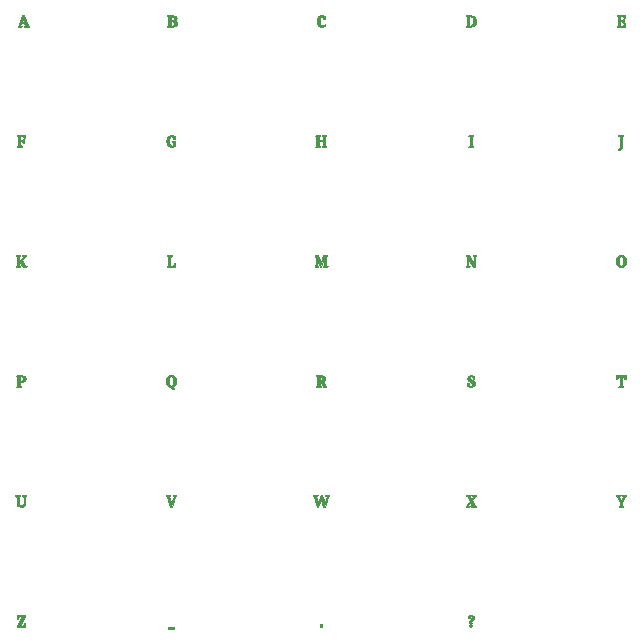
<source format=gbr>
%TF.GenerationSoftware,KiCad,Pcbnew,6.0.5+dfsg-1~bpo11+1*%
%TF.CreationDate,2022-10-05T16:01:00+13:00*%
%TF.ProjectId,FrontPanel,46726f6e-7450-4616-9e65-6c2e6b696361,rev?*%
%TF.SameCoordinates,Original*%
%TF.FileFunction,Copper,L1,Top*%
%TF.FilePolarity,Positive*%
%FSLAX46Y46*%
G04 Gerber Fmt 4.6, Leading zero omitted, Abs format (unit mm)*
G04 Created by KiCad (PCBNEW 6.0.5+dfsg-1~bpo11+1) date 2022-10-05 16:01:00*
%MOMM*%
%LPD*%
G01*
G04 APERTURE LIST*
%TA.AperFunction,NonConductor*%
%ADD10C,0.010000*%
%TD*%
G04 APERTURE END LIST*
D10*
G36*
X105019382Y-97692368D02*
G01*
X105023500Y-97688399D01*
X105023500Y-97248129D01*
X105230945Y-97248129D01*
X105308557Y-97248129D01*
X105331967Y-97247490D01*
X105353867Y-97245572D01*
X105374256Y-97242374D01*
X105383884Y-97240296D01*
X105393135Y-97237898D01*
X105402008Y-97235181D01*
X105410504Y-97232144D01*
X105418622Y-97228787D01*
X105426362Y-97225110D01*
X105433725Y-97221114D01*
X105440710Y-97216797D01*
X105447318Y-97212162D01*
X105453548Y-97207206D01*
X105459400Y-97201931D01*
X105464875Y-97196336D01*
X105469973Y-97190422D01*
X105474692Y-97184187D01*
X105479034Y-97177633D01*
X105482999Y-97170760D01*
X105486586Y-97163566D01*
X105489795Y-97156053D01*
X105492627Y-97148221D01*
X105495082Y-97140068D01*
X105497158Y-97131596D01*
X105498857Y-97122804D01*
X105500179Y-97113693D01*
X105501123Y-97104262D01*
X105501689Y-97094511D01*
X105501878Y-97084441D01*
X105501696Y-97075406D01*
X105501150Y-97066647D01*
X105500241Y-97058164D01*
X105498967Y-97049956D01*
X105497330Y-97042025D01*
X105495329Y-97034368D01*
X105492964Y-97026988D01*
X105490236Y-97019883D01*
X105487143Y-97013053D01*
X105483687Y-97006499D01*
X105479867Y-97000221D01*
X105475683Y-96994218D01*
X105471135Y-96988490D01*
X105466224Y-96983038D01*
X105460949Y-96977861D01*
X105455310Y-96972960D01*
X105449396Y-96968176D01*
X105443294Y-96963701D01*
X105437005Y-96959534D01*
X105430528Y-96955676D01*
X105423864Y-96952127D01*
X105417012Y-96948887D01*
X105409973Y-96945955D01*
X105402747Y-96943331D01*
X105395333Y-96941016D01*
X105387732Y-96939010D01*
X105379944Y-96937313D01*
X105371968Y-96935924D01*
X105363804Y-96934844D01*
X105355453Y-96934072D01*
X105346915Y-96933609D01*
X105338189Y-96933455D01*
X105321388Y-96933543D01*
X105305557Y-96933807D01*
X105290696Y-96934247D01*
X105276806Y-96934863D01*
X105263885Y-96935656D01*
X105251935Y-96936625D01*
X105240955Y-96937771D01*
X105230945Y-96939093D01*
X105230945Y-97248129D01*
X105023500Y-97248129D01*
X105023500Y-96947569D01*
X105020187Y-96944416D01*
X105016599Y-96941306D01*
X105012735Y-96938241D01*
X105008596Y-96935220D01*
X105004181Y-96932243D01*
X104999490Y-96929310D01*
X104994524Y-96926421D01*
X104989282Y-96923577D01*
X104983764Y-96920776D01*
X104977971Y-96918020D01*
X104971902Y-96915308D01*
X104965558Y-96912640D01*
X104958937Y-96910017D01*
X104952042Y-96907437D01*
X104944870Y-96904902D01*
X104937423Y-96902411D01*
X104943063Y-96847380D01*
X105341010Y-96847380D01*
X105363776Y-96847617D01*
X105385857Y-96848328D01*
X105407255Y-96849513D01*
X105427970Y-96851172D01*
X105448001Y-96853305D01*
X105467349Y-96855912D01*
X105486013Y-96858993D01*
X105503993Y-96862548D01*
X105521290Y-96866577D01*
X105537904Y-96871080D01*
X105553834Y-96876057D01*
X105569080Y-96881507D01*
X105583643Y-96887432D01*
X105597523Y-96893830D01*
X105610719Y-96900703D01*
X105623231Y-96908049D01*
X105635022Y-96915673D01*
X105640632Y-96919646D01*
X105646051Y-96923726D01*
X105651281Y-96927914D01*
X105656320Y-96932209D01*
X105661170Y-96936612D01*
X105665829Y-96941123D01*
X105670298Y-96945740D01*
X105674577Y-96950466D01*
X105678665Y-96955298D01*
X105682564Y-96960239D01*
X105686272Y-96965287D01*
X105689790Y-96970442D01*
X105693118Y-96975705D01*
X105696256Y-96981075D01*
X105699203Y-96986552D01*
X105701961Y-96992138D01*
X105704528Y-96997830D01*
X105706905Y-97003630D01*
X105709092Y-97009538D01*
X105711089Y-97015553D01*
X105712896Y-97021676D01*
X105714512Y-97027906D01*
X105715938Y-97034244D01*
X105717174Y-97040689D01*
X105718220Y-97047242D01*
X105719076Y-97053902D01*
X105719742Y-97060670D01*
X105720217Y-97067545D01*
X105720597Y-97081618D01*
X105720429Y-97091212D01*
X105719925Y-97100591D01*
X105719084Y-97109755D01*
X105717908Y-97118704D01*
X105716394Y-97127439D01*
X105714545Y-97135958D01*
X105712360Y-97144262D01*
X105709838Y-97152351D01*
X105706980Y-97160225D01*
X105703786Y-97167884D01*
X105700255Y-97175328D01*
X105696388Y-97182558D01*
X105692185Y-97189572D01*
X105687646Y-97196371D01*
X105682771Y-97202955D01*
X105677559Y-97209324D01*
X105672011Y-97215479D01*
X105666127Y-97221418D01*
X105659906Y-97227142D01*
X105653350Y-97232651D01*
X105646457Y-97237946D01*
X105639227Y-97243025D01*
X105631662Y-97247889D01*
X105623760Y-97252539D01*
X105615522Y-97256973D01*
X105606948Y-97261193D01*
X105588791Y-97268987D01*
X105569289Y-97275921D01*
X105548442Y-97281996D01*
X105560607Y-97285833D01*
X105572409Y-97289935D01*
X105583846Y-97294301D01*
X105594920Y-97298931D01*
X105605630Y-97303826D01*
X105615976Y-97308985D01*
X105625959Y-97314408D01*
X105635577Y-97320096D01*
X105644832Y-97326049D01*
X105653723Y-97332266D01*
X105662250Y-97338748D01*
X105670414Y-97345495D01*
X105678214Y-97352506D01*
X105685649Y-97359782D01*
X105692721Y-97367323D01*
X105699430Y-97375128D01*
X105705923Y-97382984D01*
X105711997Y-97391027D01*
X105717653Y-97399257D01*
X105722889Y-97407674D01*
X105727707Y-97416279D01*
X105732106Y-97425071D01*
X105736086Y-97434050D01*
X105739647Y-97443217D01*
X105742789Y-97452571D01*
X105745512Y-97462112D01*
X105747816Y-97471841D01*
X105749701Y-97481758D01*
X105751168Y-97491862D01*
X105752215Y-97502153D01*
X105752843Y-97512632D01*
X105753053Y-97523299D01*
X105752656Y-97538610D01*
X105751465Y-97553503D01*
X105749481Y-97567977D01*
X105746703Y-97582033D01*
X105743131Y-97595669D01*
X105738765Y-97608887D01*
X105733606Y-97621686D01*
X105727653Y-97634066D01*
X105720906Y-97646027D01*
X105713365Y-97657570D01*
X105705031Y-97668694D01*
X105695903Y-97679399D01*
X105685981Y-97689685D01*
X105675265Y-97699553D01*
X105663755Y-97709001D01*
X105651452Y-97718031D01*
X105638455Y-97726576D01*
X105624861Y-97734569D01*
X105610673Y-97742011D01*
X105595889Y-97748902D01*
X105580510Y-97755241D01*
X105564536Y-97761029D01*
X105547966Y-97766265D01*
X105530802Y-97770951D01*
X105513041Y-97775085D01*
X105494686Y-97778667D01*
X105475735Y-97781699D01*
X105456189Y-97784179D01*
X105436047Y-97786108D01*
X105415310Y-97787486D01*
X105393978Y-97788312D01*
X105372050Y-97788588D01*
X104937427Y-97788588D01*
X104943067Y-97730734D01*
X104949004Y-97729411D01*
X104954819Y-97727912D01*
X104960513Y-97726237D01*
X104966086Y-97724384D01*
X104971537Y-97722356D01*
X104976868Y-97720151D01*
X104982077Y-97717769D01*
X104987164Y-97715211D01*
X104992131Y-97712477D01*
X104996976Y-97709566D01*
X105001699Y-97706479D01*
X105006302Y-97703216D01*
X105010783Y-97699776D01*
X105014290Y-97696867D01*
X105230945Y-97696867D01*
X105257579Y-97698715D01*
X105282450Y-97700036D01*
X105305557Y-97700830D01*
X105326900Y-97701094D01*
X105339561Y-97700929D01*
X105351793Y-97700432D01*
X105363594Y-97699606D01*
X105374966Y-97698448D01*
X105385907Y-97696959D01*
X105396419Y-97695140D01*
X105406501Y-97692990D01*
X105416152Y-97690509D01*
X105425374Y-97687698D01*
X105434166Y-97684556D01*
X105442528Y-97681083D01*
X105450460Y-97677279D01*
X105457962Y-97673145D01*
X105465035Y-97668680D01*
X105471677Y-97663885D01*
X105477889Y-97658759D01*
X105483870Y-97653274D01*
X105489465Y-97647404D01*
X105494674Y-97641148D01*
X105499497Y-97634506D01*
X105503934Y-97627478D01*
X105507986Y-97620064D01*
X105511651Y-97612264D01*
X105514931Y-97604079D01*
X105517825Y-97595507D01*
X105520333Y-97586550D01*
X105522455Y-97577207D01*
X105524191Y-97567478D01*
X105525542Y-97557363D01*
X105526506Y-97546862D01*
X105527085Y-97535975D01*
X105527278Y-97524702D01*
X105527063Y-97513156D01*
X105526418Y-97501977D01*
X105525343Y-97491163D01*
X105523839Y-97480717D01*
X105521904Y-97470637D01*
X105519539Y-97460923D01*
X105516744Y-97451576D01*
X105513520Y-97442595D01*
X105509865Y-97433982D01*
X105505781Y-97425734D01*
X105501266Y-97417853D01*
X105496322Y-97410339D01*
X105490948Y-97403191D01*
X105485143Y-97396410D01*
X105478909Y-97389995D01*
X105472245Y-97383947D01*
X105465151Y-97378265D01*
X105457627Y-97372950D01*
X105449673Y-97368002D01*
X105441289Y-97363419D01*
X105432475Y-97359204D01*
X105423231Y-97355355D01*
X105413557Y-97351873D01*
X105403453Y-97348757D01*
X105392920Y-97346008D01*
X105381956Y-97343625D01*
X105370562Y-97341609D01*
X105358739Y-97339959D01*
X105346485Y-97338677D01*
X105333802Y-97337760D01*
X105320689Y-97337210D01*
X105307145Y-97337027D01*
X105307145Y-97337035D01*
X105230945Y-97337035D01*
X105230945Y-97696867D01*
X105014290Y-97696867D01*
X105015143Y-97696160D01*
X105019382Y-97692368D01*
G37*
X105019382Y-97692368D02*
X105023500Y-97688399D01*
X105023500Y-97248129D01*
X105230945Y-97248129D01*
X105308557Y-97248129D01*
X105331967Y-97247490D01*
X105353867Y-97245572D01*
X105374256Y-97242374D01*
X105383884Y-97240296D01*
X105393135Y-97237898D01*
X105402008Y-97235181D01*
X105410504Y-97232144D01*
X105418622Y-97228787D01*
X105426362Y-97225110D01*
X105433725Y-97221114D01*
X105440710Y-97216797D01*
X105447318Y-97212162D01*
X105453548Y-97207206D01*
X105459400Y-97201931D01*
X105464875Y-97196336D01*
X105469973Y-97190422D01*
X105474692Y-97184187D01*
X105479034Y-97177633D01*
X105482999Y-97170760D01*
X105486586Y-97163566D01*
X105489795Y-97156053D01*
X105492627Y-97148221D01*
X105495082Y-97140068D01*
X105497158Y-97131596D01*
X105498857Y-97122804D01*
X105500179Y-97113693D01*
X105501123Y-97104262D01*
X105501689Y-97094511D01*
X105501878Y-97084441D01*
X105501696Y-97075406D01*
X105501150Y-97066647D01*
X105500241Y-97058164D01*
X105498967Y-97049956D01*
X105497330Y-97042025D01*
X105495329Y-97034368D01*
X105492964Y-97026988D01*
X105490236Y-97019883D01*
X105487143Y-97013053D01*
X105483687Y-97006499D01*
X105479867Y-97000221D01*
X105475683Y-96994218D01*
X105471135Y-96988490D01*
X105466224Y-96983038D01*
X105460949Y-96977861D01*
X105455310Y-96972960D01*
X105449396Y-96968176D01*
X105443294Y-96963701D01*
X105437005Y-96959534D01*
X105430528Y-96955676D01*
X105423864Y-96952127D01*
X105417012Y-96948887D01*
X105409973Y-96945955D01*
X105402747Y-96943331D01*
X105395333Y-96941016D01*
X105387732Y-96939010D01*
X105379944Y-96937313D01*
X105371968Y-96935924D01*
X105363804Y-96934844D01*
X105355453Y-96934072D01*
X105346915Y-96933609D01*
X105338189Y-96933455D01*
X105321388Y-96933543D01*
X105305557Y-96933807D01*
X105290696Y-96934247D01*
X105276806Y-96934863D01*
X105263885Y-96935656D01*
X105251935Y-96936625D01*
X105240955Y-96937771D01*
X105230945Y-96939093D01*
X105230945Y-97248129D01*
X105023500Y-97248129D01*
X105023500Y-96947569D01*
X105020187Y-96944416D01*
X105016599Y-96941306D01*
X105012735Y-96938241D01*
X105008596Y-96935220D01*
X105004181Y-96932243D01*
X104999490Y-96929310D01*
X104994524Y-96926421D01*
X104989282Y-96923577D01*
X104983764Y-96920776D01*
X104977971Y-96918020D01*
X104971902Y-96915308D01*
X104965558Y-96912640D01*
X104958937Y-96910017D01*
X104952042Y-96907437D01*
X104944870Y-96904902D01*
X104937423Y-96902411D01*
X104943063Y-96847380D01*
X105341010Y-96847380D01*
X105363776Y-96847617D01*
X105385857Y-96848328D01*
X105407255Y-96849513D01*
X105427970Y-96851172D01*
X105448001Y-96853305D01*
X105467349Y-96855912D01*
X105486013Y-96858993D01*
X105503993Y-96862548D01*
X105521290Y-96866577D01*
X105537904Y-96871080D01*
X105553834Y-96876057D01*
X105569080Y-96881507D01*
X105583643Y-96887432D01*
X105597523Y-96893830D01*
X105610719Y-96900703D01*
X105623231Y-96908049D01*
X105635022Y-96915673D01*
X105640632Y-96919646D01*
X105646051Y-96923726D01*
X105651281Y-96927914D01*
X105656320Y-96932209D01*
X105661170Y-96936612D01*
X105665829Y-96941123D01*
X105670298Y-96945740D01*
X105674577Y-96950466D01*
X105678665Y-96955298D01*
X105682564Y-96960239D01*
X105686272Y-96965287D01*
X105689790Y-96970442D01*
X105693118Y-96975705D01*
X105696256Y-96981075D01*
X105699203Y-96986552D01*
X105701961Y-96992138D01*
X105704528Y-96997830D01*
X105706905Y-97003630D01*
X105709092Y-97009538D01*
X105711089Y-97015553D01*
X105712896Y-97021676D01*
X105714512Y-97027906D01*
X105715938Y-97034244D01*
X105717174Y-97040689D01*
X105718220Y-97047242D01*
X105719076Y-97053902D01*
X105719742Y-97060670D01*
X105720217Y-97067545D01*
X105720597Y-97081618D01*
X105720429Y-97091212D01*
X105719925Y-97100591D01*
X105719084Y-97109755D01*
X105717908Y-97118704D01*
X105716394Y-97127439D01*
X105714545Y-97135958D01*
X105712360Y-97144262D01*
X105709838Y-97152351D01*
X105706980Y-97160225D01*
X105703786Y-97167884D01*
X105700255Y-97175328D01*
X105696388Y-97182558D01*
X105692185Y-97189572D01*
X105687646Y-97196371D01*
X105682771Y-97202955D01*
X105677559Y-97209324D01*
X105672011Y-97215479D01*
X105666127Y-97221418D01*
X105659906Y-97227142D01*
X105653350Y-97232651D01*
X105646457Y-97237946D01*
X105639227Y-97243025D01*
X105631662Y-97247889D01*
X105623760Y-97252539D01*
X105615522Y-97256973D01*
X105606948Y-97261193D01*
X105588791Y-97268987D01*
X105569289Y-97275921D01*
X105548442Y-97281996D01*
X105560607Y-97285833D01*
X105572409Y-97289935D01*
X105583846Y-97294301D01*
X105594920Y-97298931D01*
X105605630Y-97303826D01*
X105615976Y-97308985D01*
X105625959Y-97314408D01*
X105635577Y-97320096D01*
X105644832Y-97326049D01*
X105653723Y-97332266D01*
X105662250Y-97338748D01*
X105670414Y-97345495D01*
X105678214Y-97352506D01*
X105685649Y-97359782D01*
X105692721Y-97367323D01*
X105699430Y-97375128D01*
X105705923Y-97382984D01*
X105711997Y-97391027D01*
X105717653Y-97399257D01*
X105722889Y-97407674D01*
X105727707Y-97416279D01*
X105732106Y-97425071D01*
X105736086Y-97434050D01*
X105739647Y-97443217D01*
X105742789Y-97452571D01*
X105745512Y-97462112D01*
X105747816Y-97471841D01*
X105749701Y-97481758D01*
X105751168Y-97491862D01*
X105752215Y-97502153D01*
X105752843Y-97512632D01*
X105753053Y-97523299D01*
X105752656Y-97538610D01*
X105751465Y-97553503D01*
X105749481Y-97567977D01*
X105746703Y-97582033D01*
X105743131Y-97595669D01*
X105738765Y-97608887D01*
X105733606Y-97621686D01*
X105727653Y-97634066D01*
X105720906Y-97646027D01*
X105713365Y-97657570D01*
X105705031Y-97668694D01*
X105695903Y-97679399D01*
X105685981Y-97689685D01*
X105675265Y-97699553D01*
X105663755Y-97709001D01*
X105651452Y-97718031D01*
X105638455Y-97726576D01*
X105624861Y-97734569D01*
X105610673Y-97742011D01*
X105595889Y-97748902D01*
X105580510Y-97755241D01*
X105564536Y-97761029D01*
X105547966Y-97766265D01*
X105530802Y-97770951D01*
X105513041Y-97775085D01*
X105494686Y-97778667D01*
X105475735Y-97781699D01*
X105456189Y-97784179D01*
X105436047Y-97786108D01*
X105415310Y-97787486D01*
X105393978Y-97788312D01*
X105372050Y-97788588D01*
X104937427Y-97788588D01*
X104943067Y-97730734D01*
X104949004Y-97729411D01*
X104954819Y-97727912D01*
X104960513Y-97726237D01*
X104966086Y-97724384D01*
X104971537Y-97722356D01*
X104976868Y-97720151D01*
X104982077Y-97717769D01*
X104987164Y-97715211D01*
X104992131Y-97712477D01*
X104996976Y-97709566D01*
X105001699Y-97706479D01*
X105006302Y-97703216D01*
X105010783Y-97699776D01*
X105014290Y-97696867D01*
X105230945Y-97696867D01*
X105257579Y-97698715D01*
X105282450Y-97700036D01*
X105305557Y-97700830D01*
X105326900Y-97701094D01*
X105339561Y-97700929D01*
X105351793Y-97700432D01*
X105363594Y-97699606D01*
X105374966Y-97698448D01*
X105385907Y-97696959D01*
X105396419Y-97695140D01*
X105406501Y-97692990D01*
X105416152Y-97690509D01*
X105425374Y-97687698D01*
X105434166Y-97684556D01*
X105442528Y-97681083D01*
X105450460Y-97677279D01*
X105457962Y-97673145D01*
X105465035Y-97668680D01*
X105471677Y-97663885D01*
X105477889Y-97658759D01*
X105483870Y-97653274D01*
X105489465Y-97647404D01*
X105494674Y-97641148D01*
X105499497Y-97634506D01*
X105503934Y-97627478D01*
X105507986Y-97620064D01*
X105511651Y-97612264D01*
X105514931Y-97604079D01*
X105517825Y-97595507D01*
X105520333Y-97586550D01*
X105522455Y-97577207D01*
X105524191Y-97567478D01*
X105525542Y-97557363D01*
X105526506Y-97546862D01*
X105527085Y-97535975D01*
X105527278Y-97524702D01*
X105527063Y-97513156D01*
X105526418Y-97501977D01*
X105525343Y-97491163D01*
X105523839Y-97480717D01*
X105521904Y-97470637D01*
X105519539Y-97460923D01*
X105516744Y-97451576D01*
X105513520Y-97442595D01*
X105509865Y-97433982D01*
X105505781Y-97425734D01*
X105501266Y-97417853D01*
X105496322Y-97410339D01*
X105490948Y-97403191D01*
X105485143Y-97396410D01*
X105478909Y-97389995D01*
X105472245Y-97383947D01*
X105465151Y-97378265D01*
X105457627Y-97372950D01*
X105449673Y-97368002D01*
X105441289Y-97363419D01*
X105432475Y-97359204D01*
X105423231Y-97355355D01*
X105413557Y-97351873D01*
X105403453Y-97348757D01*
X105392920Y-97346008D01*
X105381956Y-97343625D01*
X105370562Y-97341609D01*
X105358739Y-97339959D01*
X105346485Y-97338677D01*
X105333802Y-97337760D01*
X105320689Y-97337210D01*
X105307145Y-97337027D01*
X105307145Y-97337035D01*
X105230945Y-97337035D01*
X105230945Y-97696867D01*
X105014290Y-97696867D01*
X105015143Y-97696160D01*
X105019382Y-97692368D01*
G36*
X143690627Y-97080206D02*
G01*
X143682690Y-97082521D01*
X143675105Y-97084528D01*
X143667873Y-97086226D01*
X143660994Y-97087615D01*
X143654468Y-97088696D01*
X143648295Y-97089468D01*
X143642475Y-97089932D01*
X143637008Y-97090086D01*
X143631892Y-97089998D01*
X143626424Y-97089734D01*
X143620603Y-97089294D01*
X143614430Y-97088678D01*
X143607904Y-97087885D01*
X143601025Y-97086916D01*
X143593793Y-97085770D01*
X143586208Y-97084448D01*
X143580629Y-97060790D01*
X143574478Y-97038499D01*
X143571188Y-97027866D01*
X143567754Y-97017575D01*
X143564176Y-97007625D01*
X143560456Y-96998018D01*
X143556592Y-96988752D01*
X143552585Y-96979828D01*
X143548435Y-96971246D01*
X143544141Y-96963005D01*
X143539705Y-96955107D01*
X143535125Y-96947550D01*
X143530401Y-96940335D01*
X143525535Y-96933463D01*
X143288467Y-96933463D01*
X143288467Y-97267897D01*
X143419700Y-97258017D01*
X143422859Y-97257576D01*
X143425985Y-97256958D01*
X143429077Y-97256164D01*
X143432137Y-97255194D01*
X143435163Y-97254048D01*
X143438156Y-97252725D01*
X143441116Y-97251226D01*
X143444042Y-97249551D01*
X143446936Y-97247700D01*
X143449796Y-97245671D01*
X143452623Y-97243467D01*
X143455417Y-97241086D01*
X143458178Y-97238528D01*
X143460906Y-97235794D01*
X143463600Y-97232883D01*
X143466262Y-97229796D01*
X143469035Y-97226559D01*
X143471708Y-97223202D01*
X143474283Y-97219723D01*
X143476758Y-97216123D01*
X143479134Y-97212402D01*
X143481410Y-97208560D01*
X143483588Y-97204596D01*
X143485666Y-97200511D01*
X143487645Y-97196306D01*
X143489525Y-97191979D01*
X143491306Y-97187530D01*
X143492987Y-97182961D01*
X143494569Y-97178271D01*
X143496052Y-97173460D01*
X143497437Y-97168527D01*
X143498721Y-97163474D01*
X143572097Y-97163474D01*
X143572097Y-97455573D01*
X143498714Y-97455573D01*
X143493796Y-97441991D01*
X143488923Y-97429467D01*
X143484095Y-97418002D01*
X143479310Y-97407595D01*
X143474570Y-97398247D01*
X143469875Y-97389957D01*
X143467543Y-97386209D01*
X143465223Y-97382726D01*
X143462914Y-97379508D01*
X143460616Y-97376555D01*
X143458301Y-97373810D01*
X143455942Y-97371219D01*
X143453538Y-97368782D01*
X143451091Y-97366500D01*
X143448599Y-97364372D01*
X143446063Y-97362398D01*
X143443483Y-97360579D01*
X143440859Y-97358914D01*
X143438191Y-97357403D01*
X143435479Y-97356047D01*
X143432722Y-97354845D01*
X143429922Y-97353797D01*
X143427078Y-97352903D01*
X143424189Y-97352164D01*
X143421257Y-97351579D01*
X143418281Y-97351149D01*
X143288459Y-97339857D01*
X143288459Y-97701102D01*
X143535403Y-97701102D01*
X143540954Y-97692464D01*
X143546317Y-97683484D01*
X143551492Y-97674163D01*
X143556481Y-97664500D01*
X143561281Y-97654496D01*
X143565895Y-97644150D01*
X143570321Y-97633462D01*
X143574559Y-97622432D01*
X143578611Y-97611061D01*
X143582474Y-97599347D01*
X143586151Y-97587292D01*
X143589640Y-97574895D01*
X143592941Y-97562156D01*
X143596056Y-97549075D01*
X143598983Y-97535652D01*
X143601722Y-97521887D01*
X143609066Y-97520897D01*
X143616276Y-97520039D01*
X143623354Y-97519313D01*
X143630300Y-97518718D01*
X143637113Y-97518256D01*
X143643794Y-97517925D01*
X143650343Y-97517727D01*
X143656760Y-97517661D01*
X143663397Y-97517727D01*
X143669902Y-97517925D01*
X143676274Y-97518256D01*
X143682513Y-97518718D01*
X143688621Y-97519313D01*
X143694596Y-97520039D01*
X143700439Y-97520897D01*
X143706149Y-97521887D01*
X143692039Y-97788588D01*
X142994949Y-97788588D01*
X143000602Y-97730734D01*
X143007365Y-97729604D01*
X143013896Y-97728330D01*
X143020197Y-97726913D01*
X143026265Y-97725353D01*
X143032102Y-97723649D01*
X143037708Y-97721802D01*
X143043082Y-97719812D01*
X143048225Y-97717678D01*
X143053136Y-97715402D01*
X143057816Y-97712982D01*
X143062264Y-97710419D01*
X143066481Y-97707712D01*
X143070466Y-97704863D01*
X143074219Y-97701870D01*
X143077741Y-97698735D01*
X143081031Y-97695456D01*
X143081031Y-96940512D01*
X143076726Y-96936879D01*
X143072278Y-96933389D01*
X143067687Y-96930042D01*
X143062952Y-96926839D01*
X143058074Y-96923780D01*
X143053053Y-96920863D01*
X143047888Y-96918090D01*
X143042580Y-96915461D01*
X143037128Y-96912975D01*
X143031534Y-96910632D01*
X143025796Y-96908433D01*
X143019914Y-96906377D01*
X143013890Y-96904465D01*
X143007722Y-96902696D01*
X143001411Y-96901070D01*
X142994956Y-96899588D01*
X142999183Y-96847380D01*
X143684982Y-96847380D01*
X143690627Y-97080206D01*
G37*
X143690627Y-97080206D02*
X143682690Y-97082521D01*
X143675105Y-97084528D01*
X143667873Y-97086226D01*
X143660994Y-97087615D01*
X143654468Y-97088696D01*
X143648295Y-97089468D01*
X143642475Y-97089932D01*
X143637008Y-97090086D01*
X143631892Y-97089998D01*
X143626424Y-97089734D01*
X143620603Y-97089294D01*
X143614430Y-97088678D01*
X143607904Y-97087885D01*
X143601025Y-97086916D01*
X143593793Y-97085770D01*
X143586208Y-97084448D01*
X143580629Y-97060790D01*
X143574478Y-97038499D01*
X143571188Y-97027866D01*
X143567754Y-97017575D01*
X143564176Y-97007625D01*
X143560456Y-96998018D01*
X143556592Y-96988752D01*
X143552585Y-96979828D01*
X143548435Y-96971246D01*
X143544141Y-96963005D01*
X143539705Y-96955107D01*
X143535125Y-96947550D01*
X143530401Y-96940335D01*
X143525535Y-96933463D01*
X143288467Y-96933463D01*
X143288467Y-97267897D01*
X143419700Y-97258017D01*
X143422859Y-97257576D01*
X143425985Y-97256958D01*
X143429077Y-97256164D01*
X143432137Y-97255194D01*
X143435163Y-97254048D01*
X143438156Y-97252725D01*
X143441116Y-97251226D01*
X143444042Y-97249551D01*
X143446936Y-97247700D01*
X143449796Y-97245671D01*
X143452623Y-97243467D01*
X143455417Y-97241086D01*
X143458178Y-97238528D01*
X143460906Y-97235794D01*
X143463600Y-97232883D01*
X143466262Y-97229796D01*
X143469035Y-97226559D01*
X143471708Y-97223202D01*
X143474283Y-97219723D01*
X143476758Y-97216123D01*
X143479134Y-97212402D01*
X143481410Y-97208560D01*
X143483588Y-97204596D01*
X143485666Y-97200511D01*
X143487645Y-97196306D01*
X143489525Y-97191979D01*
X143491306Y-97187530D01*
X143492987Y-97182961D01*
X143494569Y-97178271D01*
X143496052Y-97173460D01*
X143497437Y-97168527D01*
X143498721Y-97163474D01*
X143572097Y-97163474D01*
X143572097Y-97455573D01*
X143498714Y-97455573D01*
X143493796Y-97441991D01*
X143488923Y-97429467D01*
X143484095Y-97418002D01*
X143479310Y-97407595D01*
X143474570Y-97398247D01*
X143469875Y-97389957D01*
X143467543Y-97386209D01*
X143465223Y-97382726D01*
X143462914Y-97379508D01*
X143460616Y-97376555D01*
X143458301Y-97373810D01*
X143455942Y-97371219D01*
X143453538Y-97368782D01*
X143451091Y-97366500D01*
X143448599Y-97364372D01*
X143446063Y-97362398D01*
X143443483Y-97360579D01*
X143440859Y-97358914D01*
X143438191Y-97357403D01*
X143435479Y-97356047D01*
X143432722Y-97354845D01*
X143429922Y-97353797D01*
X143427078Y-97352903D01*
X143424189Y-97352164D01*
X143421257Y-97351579D01*
X143418281Y-97351149D01*
X143288459Y-97339857D01*
X143288459Y-97701102D01*
X143535403Y-97701102D01*
X143540954Y-97692464D01*
X143546317Y-97683484D01*
X143551492Y-97674163D01*
X143556481Y-97664500D01*
X143561281Y-97654496D01*
X143565895Y-97644150D01*
X143570321Y-97633462D01*
X143574559Y-97622432D01*
X143578611Y-97611061D01*
X143582474Y-97599347D01*
X143586151Y-97587292D01*
X143589640Y-97574895D01*
X143592941Y-97562156D01*
X143596056Y-97549075D01*
X143598983Y-97535652D01*
X143601722Y-97521887D01*
X143609066Y-97520897D01*
X143616276Y-97520039D01*
X143623354Y-97519313D01*
X143630300Y-97518718D01*
X143637113Y-97518256D01*
X143643794Y-97517925D01*
X143650343Y-97517727D01*
X143656760Y-97517661D01*
X143663397Y-97517727D01*
X143669902Y-97517925D01*
X143676274Y-97518256D01*
X143682513Y-97518718D01*
X143688621Y-97519313D01*
X143694596Y-97520039D01*
X143700439Y-97520897D01*
X143706149Y-97521887D01*
X143692039Y-97788588D01*
X142994949Y-97788588D01*
X143000602Y-97730734D01*
X143007365Y-97729604D01*
X143013896Y-97728330D01*
X143020197Y-97726913D01*
X143026265Y-97725353D01*
X143032102Y-97723649D01*
X143037708Y-97721802D01*
X143043082Y-97719812D01*
X143048225Y-97717678D01*
X143053136Y-97715402D01*
X143057816Y-97712982D01*
X143062264Y-97710419D01*
X143066481Y-97707712D01*
X143070466Y-97704863D01*
X143074219Y-97701870D01*
X143077741Y-97698735D01*
X143081031Y-97695456D01*
X143081031Y-96940512D01*
X143076726Y-96936879D01*
X143072278Y-96933389D01*
X143067687Y-96930042D01*
X143062952Y-96926839D01*
X143058074Y-96923780D01*
X143053053Y-96920863D01*
X143047888Y-96918090D01*
X143042580Y-96915461D01*
X143037128Y-96912975D01*
X143031534Y-96910632D01*
X143025796Y-96908433D01*
X143019914Y-96906377D01*
X143013890Y-96904465D01*
X143007722Y-96902696D01*
X143001411Y-96901070D01*
X142994956Y-96899588D01*
X142999183Y-96847380D01*
X143684982Y-96847380D01*
X143690627Y-97080206D01*
G36*
X130295646Y-97689818D02*
G01*
X130295646Y-96946165D01*
X130292339Y-96943184D01*
X130288767Y-96940235D01*
X130284931Y-96937319D01*
X130280830Y-96934435D01*
X130276465Y-96931585D01*
X130271835Y-96928768D01*
X130266940Y-96925984D01*
X130261781Y-96923233D01*
X130256358Y-96920516D01*
X130250670Y-96917831D01*
X130244717Y-96915179D01*
X130238499Y-96912561D01*
X130232017Y-96909975D01*
X130225270Y-96907423D01*
X130218259Y-96904904D01*
X130210983Y-96902419D01*
X130216621Y-96847380D01*
X130518607Y-96847380D01*
X130554150Y-96847821D01*
X130588459Y-96849144D01*
X130621532Y-96851349D01*
X130653370Y-96854435D01*
X130683974Y-96858404D01*
X130713343Y-96863254D01*
X130741477Y-96868987D01*
X130768376Y-96875601D01*
X130794041Y-96883097D01*
X130818470Y-96891476D01*
X130841665Y-96900736D01*
X130863626Y-96910878D01*
X130884351Y-96921901D01*
X130903842Y-96933807D01*
X130922099Y-96946595D01*
X130939120Y-96960265D01*
X130955012Y-96974895D01*
X130969877Y-96990561D01*
X130983718Y-97007263D01*
X130996533Y-97025001D01*
X131008323Y-97043776D01*
X131019088Y-97063587D01*
X131028828Y-97084434D01*
X131037543Y-97106317D01*
X131045232Y-97129237D01*
X131051896Y-97153193D01*
X131057535Y-97178185D01*
X131062148Y-97204214D01*
X131065736Y-97231279D01*
X131068299Y-97259381D01*
X131069837Y-97288519D01*
X131070350Y-97318694D01*
X131069832Y-97348867D01*
X131068277Y-97378004D01*
X131065687Y-97406105D01*
X131062060Y-97433169D01*
X131057397Y-97459197D01*
X131051697Y-97484189D01*
X131044962Y-97508144D01*
X131037190Y-97531063D01*
X131028381Y-97552946D01*
X131018537Y-97573793D01*
X131007656Y-97593604D01*
X130995738Y-97612378D01*
X130982785Y-97630117D01*
X130968795Y-97646819D01*
X130953768Y-97662485D01*
X130937705Y-97677115D01*
X130920491Y-97690614D01*
X130902009Y-97703242D01*
X130882259Y-97715000D01*
X130861241Y-97725887D01*
X130838956Y-97735902D01*
X130815403Y-97745047D01*
X130790582Y-97753321D01*
X130764493Y-97760724D01*
X130737136Y-97767257D01*
X130708511Y-97772918D01*
X130678619Y-97777708D01*
X130647459Y-97781628D01*
X130615030Y-97784676D01*
X130581334Y-97786854D01*
X130546370Y-97788160D01*
X130510139Y-97788596D01*
X130210986Y-97788596D01*
X130216624Y-97730742D01*
X130222225Y-97729423D01*
X130227738Y-97727939D01*
X130233162Y-97726290D01*
X130238498Y-97724476D01*
X130243745Y-97722497D01*
X130248905Y-97720352D01*
X130253976Y-97718042D01*
X130258959Y-97715567D01*
X130263854Y-97712927D01*
X130268660Y-97710121D01*
X130273378Y-97707150D01*
X130278008Y-97704014D01*
X130282550Y-97700713D01*
X130287004Y-97697246D01*
X130289156Y-97695456D01*
X130504497Y-97695456D01*
X130506200Y-97696139D01*
X130508135Y-97696778D01*
X130510302Y-97697373D01*
X130512700Y-97697924D01*
X130515330Y-97698430D01*
X130518191Y-97698893D01*
X130521283Y-97699311D01*
X130524607Y-97699685D01*
X130528162Y-97700016D01*
X130531949Y-97700302D01*
X130535968Y-97700544D01*
X130540217Y-97700742D01*
X130549411Y-97701006D01*
X130559531Y-97701094D01*
X130578250Y-97700736D01*
X130596307Y-97699661D01*
X130613703Y-97697870D01*
X130630438Y-97695362D01*
X130646511Y-97692137D01*
X130661922Y-97688197D01*
X130676672Y-97683539D01*
X130690761Y-97678165D01*
X130704189Y-97672074D01*
X130716955Y-97665267D01*
X130729059Y-97657743D01*
X130740503Y-97649502D01*
X130751285Y-97640545D01*
X130761405Y-97630871D01*
X130770864Y-97620481D01*
X130779662Y-97609373D01*
X130788035Y-97597482D01*
X130795868Y-97584743D01*
X130803161Y-97571154D01*
X130809913Y-97556717D01*
X130816126Y-97541432D01*
X130821798Y-97525297D01*
X130826930Y-97508314D01*
X130831521Y-97490483D01*
X130835573Y-97471802D01*
X130839084Y-97452273D01*
X130842055Y-97431894D01*
X130844486Y-97410667D01*
X130846377Y-97388590D01*
X130847727Y-97365665D01*
X130848537Y-97341891D01*
X130848808Y-97317267D01*
X130848548Y-97292478D01*
X130847771Y-97268561D01*
X130846476Y-97245514D01*
X130844662Y-97223339D01*
X130842330Y-97202035D01*
X130839480Y-97181602D01*
X130836112Y-97162039D01*
X130832226Y-97143348D01*
X130827822Y-97125528D01*
X130822899Y-97108578D01*
X130817459Y-97092500D01*
X130811500Y-97077292D01*
X130805023Y-97062955D01*
X130798029Y-97049488D01*
X130790516Y-97036893D01*
X130782485Y-97025168D01*
X130778256Y-97019611D01*
X130773858Y-97014231D01*
X130769293Y-97009027D01*
X130764559Y-97004000D01*
X130759658Y-96999149D01*
X130754588Y-96994474D01*
X130749350Y-96989976D01*
X130743944Y-96985654D01*
X130738369Y-96981509D01*
X130732627Y-96977540D01*
X130726717Y-96973747D01*
X130720638Y-96970131D01*
X130714391Y-96966691D01*
X130707977Y-96963428D01*
X130694643Y-96957430D01*
X130680636Y-96952138D01*
X130665957Y-96947552D01*
X130650606Y-96943671D01*
X130634582Y-96940496D01*
X130617886Y-96938026D01*
X130600517Y-96936262D01*
X130582476Y-96935204D01*
X130563762Y-96934851D01*
X130563762Y-96934866D01*
X130504497Y-96934866D01*
X130504497Y-97695456D01*
X130289156Y-97695456D01*
X130291369Y-97693615D01*
X130295646Y-97689818D01*
G37*
X130295646Y-97689818D02*
X130295646Y-96946165D01*
X130292339Y-96943184D01*
X130288767Y-96940235D01*
X130284931Y-96937319D01*
X130280830Y-96934435D01*
X130276465Y-96931585D01*
X130271835Y-96928768D01*
X130266940Y-96925984D01*
X130261781Y-96923233D01*
X130256358Y-96920516D01*
X130250670Y-96917831D01*
X130244717Y-96915179D01*
X130238499Y-96912561D01*
X130232017Y-96909975D01*
X130225270Y-96907423D01*
X130218259Y-96904904D01*
X130210983Y-96902419D01*
X130216621Y-96847380D01*
X130518607Y-96847380D01*
X130554150Y-96847821D01*
X130588459Y-96849144D01*
X130621532Y-96851349D01*
X130653370Y-96854435D01*
X130683974Y-96858404D01*
X130713343Y-96863254D01*
X130741477Y-96868987D01*
X130768376Y-96875601D01*
X130794041Y-96883097D01*
X130818470Y-96891476D01*
X130841665Y-96900736D01*
X130863626Y-96910878D01*
X130884351Y-96921901D01*
X130903842Y-96933807D01*
X130922099Y-96946595D01*
X130939120Y-96960265D01*
X130955012Y-96974895D01*
X130969877Y-96990561D01*
X130983718Y-97007263D01*
X130996533Y-97025001D01*
X131008323Y-97043776D01*
X131019088Y-97063587D01*
X131028828Y-97084434D01*
X131037543Y-97106317D01*
X131045232Y-97129237D01*
X131051896Y-97153193D01*
X131057535Y-97178185D01*
X131062148Y-97204214D01*
X131065736Y-97231279D01*
X131068299Y-97259381D01*
X131069837Y-97288519D01*
X131070350Y-97318694D01*
X131069832Y-97348867D01*
X131068277Y-97378004D01*
X131065687Y-97406105D01*
X131062060Y-97433169D01*
X131057397Y-97459197D01*
X131051697Y-97484189D01*
X131044962Y-97508144D01*
X131037190Y-97531063D01*
X131028381Y-97552946D01*
X131018537Y-97573793D01*
X131007656Y-97593604D01*
X130995738Y-97612378D01*
X130982785Y-97630117D01*
X130968795Y-97646819D01*
X130953768Y-97662485D01*
X130937705Y-97677115D01*
X130920491Y-97690614D01*
X130902009Y-97703242D01*
X130882259Y-97715000D01*
X130861241Y-97725887D01*
X130838956Y-97735902D01*
X130815403Y-97745047D01*
X130790582Y-97753321D01*
X130764493Y-97760724D01*
X130737136Y-97767257D01*
X130708511Y-97772918D01*
X130678619Y-97777708D01*
X130647459Y-97781628D01*
X130615030Y-97784676D01*
X130581334Y-97786854D01*
X130546370Y-97788160D01*
X130510139Y-97788596D01*
X130210986Y-97788596D01*
X130216624Y-97730742D01*
X130222225Y-97729423D01*
X130227738Y-97727939D01*
X130233162Y-97726290D01*
X130238498Y-97724476D01*
X130243745Y-97722497D01*
X130248905Y-97720352D01*
X130253976Y-97718042D01*
X130258959Y-97715567D01*
X130263854Y-97712927D01*
X130268660Y-97710121D01*
X130273378Y-97707150D01*
X130278008Y-97704014D01*
X130282550Y-97700713D01*
X130287004Y-97697246D01*
X130289156Y-97695456D01*
X130504497Y-97695456D01*
X130506200Y-97696139D01*
X130508135Y-97696778D01*
X130510302Y-97697373D01*
X130512700Y-97697924D01*
X130515330Y-97698430D01*
X130518191Y-97698893D01*
X130521283Y-97699311D01*
X130524607Y-97699685D01*
X130528162Y-97700016D01*
X130531949Y-97700302D01*
X130535968Y-97700544D01*
X130540217Y-97700742D01*
X130549411Y-97701006D01*
X130559531Y-97701094D01*
X130578250Y-97700736D01*
X130596307Y-97699661D01*
X130613703Y-97697870D01*
X130630438Y-97695362D01*
X130646511Y-97692137D01*
X130661922Y-97688197D01*
X130676672Y-97683539D01*
X130690761Y-97678165D01*
X130704189Y-97672074D01*
X130716955Y-97665267D01*
X130729059Y-97657743D01*
X130740503Y-97649502D01*
X130751285Y-97640545D01*
X130761405Y-97630871D01*
X130770864Y-97620481D01*
X130779662Y-97609373D01*
X130788035Y-97597482D01*
X130795868Y-97584743D01*
X130803161Y-97571154D01*
X130809913Y-97556717D01*
X130816126Y-97541432D01*
X130821798Y-97525297D01*
X130826930Y-97508314D01*
X130831521Y-97490483D01*
X130835573Y-97471802D01*
X130839084Y-97452273D01*
X130842055Y-97431894D01*
X130844486Y-97410667D01*
X130846377Y-97388590D01*
X130847727Y-97365665D01*
X130848537Y-97341891D01*
X130848808Y-97317267D01*
X130848548Y-97292478D01*
X130847771Y-97268561D01*
X130846476Y-97245514D01*
X130844662Y-97223339D01*
X130842330Y-97202035D01*
X130839480Y-97181602D01*
X130836112Y-97162039D01*
X130832226Y-97143348D01*
X130827822Y-97125528D01*
X130822899Y-97108578D01*
X130817459Y-97092500D01*
X130811500Y-97077292D01*
X130805023Y-97062955D01*
X130798029Y-97049488D01*
X130790516Y-97036893D01*
X130782485Y-97025168D01*
X130778256Y-97019611D01*
X130773858Y-97014231D01*
X130769293Y-97009027D01*
X130764559Y-97004000D01*
X130759658Y-96999149D01*
X130754588Y-96994474D01*
X130749350Y-96989976D01*
X130743944Y-96985654D01*
X130738369Y-96981509D01*
X130732627Y-96977540D01*
X130726717Y-96973747D01*
X130720638Y-96970131D01*
X130714391Y-96966691D01*
X130707977Y-96963428D01*
X130694643Y-96957430D01*
X130680636Y-96952138D01*
X130665957Y-96947552D01*
X130650606Y-96943671D01*
X130634582Y-96940496D01*
X130617886Y-96938026D01*
X130600517Y-96936262D01*
X130582476Y-96935204D01*
X130563762Y-96934851D01*
X130563762Y-96934866D01*
X130504497Y-96934866D01*
X130504497Y-97695456D01*
X130289156Y-97695456D01*
X130291369Y-97693615D01*
X130295646Y-97689818D01*
G36*
X92815440Y-96847380D02*
G01*
X93118830Y-97684172D01*
X93120281Y-97686440D01*
X93121812Y-97688658D01*
X93123423Y-97690826D01*
X93125114Y-97692945D01*
X93126885Y-97695015D01*
X93128735Y-97697035D01*
X93130666Y-97699005D01*
X93132676Y-97700926D01*
X93134767Y-97702797D01*
X93136937Y-97704619D01*
X93139188Y-97706391D01*
X93141518Y-97708113D01*
X93146418Y-97711410D01*
X93151638Y-97714507D01*
X93157178Y-97717407D01*
X93163037Y-97720108D01*
X93169216Y-97722611D01*
X93175715Y-97724915D01*
X93182534Y-97727020D01*
X93189672Y-97728927D01*
X93197130Y-97730636D01*
X93204908Y-97732146D01*
X93197848Y-97788596D01*
X92811203Y-97788596D01*
X92819674Y-97732146D01*
X92827611Y-97730851D01*
X92835196Y-97729434D01*
X92842428Y-97727897D01*
X92849307Y-97726238D01*
X92855833Y-97724457D01*
X92862007Y-97722556D01*
X92867827Y-97720533D01*
X92873295Y-97718389D01*
X92878410Y-97716123D01*
X92883173Y-97713737D01*
X92887582Y-97711229D01*
X92891639Y-97708599D01*
X92895343Y-97705848D01*
X92898695Y-97702976D01*
X92901693Y-97699982D01*
X92904339Y-97696867D01*
X92904332Y-97696867D01*
X92838010Y-97495078D01*
X92547321Y-97495078D01*
X92479588Y-97689810D01*
X92484686Y-97693779D01*
X92490105Y-97697571D01*
X92495843Y-97701187D01*
X92501901Y-97704626D01*
X92508278Y-97707889D01*
X92514976Y-97710976D01*
X92521993Y-97713886D01*
X92529329Y-97716620D01*
X92536986Y-97719177D01*
X92544962Y-97721559D01*
X92553257Y-97723764D01*
X92561873Y-97725793D01*
X92570808Y-97727645D01*
X92580063Y-97729321D01*
X92589637Y-97730822D01*
X92599531Y-97732146D01*
X92592482Y-97788588D01*
X92273570Y-97788588D01*
X92282041Y-97732146D01*
X92289984Y-97731677D01*
X92297585Y-97730976D01*
X92304844Y-97730044D01*
X92311762Y-97728881D01*
X92318338Y-97727486D01*
X92324572Y-97725860D01*
X92330465Y-97724003D01*
X92336016Y-97721914D01*
X92341224Y-97719593D01*
X92346092Y-97717041D01*
X92350617Y-97714258D01*
X92354801Y-97711243D01*
X92358643Y-97707996D01*
X92362143Y-97704518D01*
X92365302Y-97700809D01*
X92368119Y-97696867D01*
X92470973Y-97406172D01*
X92578366Y-97406172D01*
X92808377Y-97406172D01*
X92698310Y-97067503D01*
X92578366Y-97406172D01*
X92470973Y-97406172D01*
X92668685Y-96847380D01*
X92815440Y-96847380D01*
G37*
X92815440Y-96847380D02*
X93118830Y-97684172D01*
X93120281Y-97686440D01*
X93121812Y-97688658D01*
X93123423Y-97690826D01*
X93125114Y-97692945D01*
X93126885Y-97695015D01*
X93128735Y-97697035D01*
X93130666Y-97699005D01*
X93132676Y-97700926D01*
X93134767Y-97702797D01*
X93136937Y-97704619D01*
X93139188Y-97706391D01*
X93141518Y-97708113D01*
X93146418Y-97711410D01*
X93151638Y-97714507D01*
X93157178Y-97717407D01*
X93163037Y-97720108D01*
X93169216Y-97722611D01*
X93175715Y-97724915D01*
X93182534Y-97727020D01*
X93189672Y-97728927D01*
X93197130Y-97730636D01*
X93204908Y-97732146D01*
X93197848Y-97788596D01*
X92811203Y-97788596D01*
X92819674Y-97732146D01*
X92827611Y-97730851D01*
X92835196Y-97729434D01*
X92842428Y-97727897D01*
X92849307Y-97726238D01*
X92855833Y-97724457D01*
X92862007Y-97722556D01*
X92867827Y-97720533D01*
X92873295Y-97718389D01*
X92878410Y-97716123D01*
X92883173Y-97713737D01*
X92887582Y-97711229D01*
X92891639Y-97708599D01*
X92895343Y-97705848D01*
X92898695Y-97702976D01*
X92901693Y-97699982D01*
X92904339Y-97696867D01*
X92904332Y-97696867D01*
X92838010Y-97495078D01*
X92547321Y-97495078D01*
X92479588Y-97689810D01*
X92484686Y-97693779D01*
X92490105Y-97697571D01*
X92495843Y-97701187D01*
X92501901Y-97704626D01*
X92508278Y-97707889D01*
X92514976Y-97710976D01*
X92521993Y-97713886D01*
X92529329Y-97716620D01*
X92536986Y-97719177D01*
X92544962Y-97721559D01*
X92553257Y-97723764D01*
X92561873Y-97725793D01*
X92570808Y-97727645D01*
X92580063Y-97729321D01*
X92589637Y-97730822D01*
X92599531Y-97732146D01*
X92592482Y-97788588D01*
X92273570Y-97788588D01*
X92282041Y-97732146D01*
X92289984Y-97731677D01*
X92297585Y-97730976D01*
X92304844Y-97730044D01*
X92311762Y-97728881D01*
X92318338Y-97727486D01*
X92324572Y-97725860D01*
X92330465Y-97724003D01*
X92336016Y-97721914D01*
X92341224Y-97719593D01*
X92346092Y-97717041D01*
X92350617Y-97714258D01*
X92354801Y-97711243D01*
X92358643Y-97707996D01*
X92362143Y-97704518D01*
X92365302Y-97700809D01*
X92368119Y-97696867D01*
X92470973Y-97406172D01*
X92578366Y-97406172D01*
X92808377Y-97406172D01*
X92698310Y-97067503D01*
X92578366Y-97406172D01*
X92470973Y-97406172D01*
X92668685Y-96847380D01*
X92815440Y-96847380D01*
G36*
X118032030Y-96837704D02*
G01*
X118047518Y-96838316D01*
X118062632Y-96839335D01*
X118077372Y-96840763D01*
X118091736Y-96842598D01*
X118105726Y-96844842D01*
X118119341Y-96847493D01*
X118132581Y-96850552D01*
X118145446Y-96854019D01*
X118157937Y-96857894D01*
X118170052Y-96862176D01*
X118181793Y-96866867D01*
X118193160Y-96871965D01*
X118204151Y-96877472D01*
X118214767Y-96883386D01*
X118225009Y-96889708D01*
X118234749Y-96896351D01*
X118243861Y-96903226D01*
X118252344Y-96910331D01*
X118260199Y-96917669D01*
X118267425Y-96925238D01*
X118274023Y-96933038D01*
X118279993Y-96941069D01*
X118282742Y-96945172D01*
X118285334Y-96949333D01*
X118287769Y-96953551D01*
X118290047Y-96957827D01*
X118292168Y-96962161D01*
X118294131Y-96966553D01*
X118295938Y-96971003D01*
X118297588Y-96975511D01*
X118299080Y-96980076D01*
X118300415Y-96984700D01*
X118301593Y-96989381D01*
X118302614Y-96994121D01*
X118303478Y-96998918D01*
X118304185Y-97003773D01*
X118304735Y-97008686D01*
X118305128Y-97013656D01*
X118305442Y-97023772D01*
X118305315Y-97030061D01*
X118304935Y-97036229D01*
X118304301Y-97042276D01*
X118303414Y-97048202D01*
X118302273Y-97054006D01*
X118300878Y-97059689D01*
X118299230Y-97065251D01*
X118297328Y-97070691D01*
X118295173Y-97076011D01*
X118292764Y-97081208D01*
X118290102Y-97086285D01*
X118287186Y-97091240D01*
X118284016Y-97096074D01*
X118280593Y-97100786D01*
X118276917Y-97105377D01*
X118272987Y-97109846D01*
X118268897Y-97114118D01*
X118264740Y-97118113D01*
X118260518Y-97121834D01*
X118256230Y-97125279D01*
X118251875Y-97128448D01*
X118247454Y-97131342D01*
X118242967Y-97133960D01*
X118238414Y-97136303D01*
X118233795Y-97138371D01*
X118229109Y-97140162D01*
X118224358Y-97141679D01*
X118219540Y-97142919D01*
X118214656Y-97143884D01*
X118209706Y-97144573D01*
X118204689Y-97144987D01*
X118199607Y-97145125D01*
X118194530Y-97145053D01*
X118189531Y-97144838D01*
X118184608Y-97144480D01*
X118179763Y-97143978D01*
X118174995Y-97143333D01*
X118170304Y-97142544D01*
X118165690Y-97141613D01*
X118161154Y-97140538D01*
X118156695Y-97139319D01*
X118152312Y-97137958D01*
X118148007Y-97136454D01*
X118143780Y-97134806D01*
X118139629Y-97133015D01*
X118135555Y-97131081D01*
X118131559Y-97129004D01*
X118127639Y-97126784D01*
X118123996Y-97124452D01*
X118120474Y-97122043D01*
X118117073Y-97119557D01*
X118113794Y-97116993D01*
X118110636Y-97114353D01*
X118107598Y-97111635D01*
X118104683Y-97108840D01*
X118101888Y-97105968D01*
X118099214Y-97103019D01*
X118096662Y-97099992D01*
X118094231Y-97096889D01*
X118091922Y-97093708D01*
X118089733Y-97090450D01*
X118087666Y-97087115D01*
X118085720Y-97083703D01*
X118083896Y-97080214D01*
X118086629Y-97075446D01*
X118089187Y-97070667D01*
X118091567Y-97065878D01*
X118093772Y-97061077D01*
X118095800Y-97056265D01*
X118097652Y-97051441D01*
X118099328Y-97046607D01*
X118100827Y-97041762D01*
X118102150Y-97036905D01*
X118103296Y-97032038D01*
X118104266Y-97027159D01*
X118105060Y-97022270D01*
X118105677Y-97017369D01*
X118106118Y-97012457D01*
X118106383Y-97007534D01*
X118106471Y-97002600D01*
X118106367Y-96997717D01*
X118106052Y-96992944D01*
X118105529Y-96988281D01*
X118104796Y-96983729D01*
X118103854Y-96979286D01*
X118102702Y-96974954D01*
X118101341Y-96970732D01*
X118099770Y-96966620D01*
X118097990Y-96962618D01*
X118096000Y-96958726D01*
X118093801Y-96954945D01*
X118091392Y-96951273D01*
X118088774Y-96947712D01*
X118085946Y-96944261D01*
X118082908Y-96940920D01*
X118079662Y-96937689D01*
X118076415Y-96934613D01*
X118073025Y-96931735D01*
X118069492Y-96929056D01*
X118065815Y-96926575D01*
X118061995Y-96924293D01*
X118058032Y-96922210D01*
X118053925Y-96920325D01*
X118049676Y-96918639D01*
X118045283Y-96917151D01*
X118040746Y-96915861D01*
X118036067Y-96914770D01*
X118031244Y-96913878D01*
X118026278Y-96913183D01*
X118021169Y-96912688D01*
X118015916Y-96912390D01*
X118010520Y-96912291D01*
X118000276Y-96912675D01*
X117990357Y-96913829D01*
X117980763Y-96915751D01*
X117971494Y-96918442D01*
X117962551Y-96921902D01*
X117953932Y-96926131D01*
X117945639Y-96931129D01*
X117937671Y-96936896D01*
X117930029Y-96943432D01*
X117922711Y-96950737D01*
X117915719Y-96958810D01*
X117909052Y-96967653D01*
X117902710Y-96977265D01*
X117896694Y-96987645D01*
X117891003Y-96998795D01*
X117885637Y-97010713D01*
X117880596Y-97023400D01*
X117875880Y-97036857D01*
X117871490Y-97051082D01*
X117867424Y-97066077D01*
X117863684Y-97081840D01*
X117860270Y-97098372D01*
X117857180Y-97115673D01*
X117854416Y-97133744D01*
X117851976Y-97152583D01*
X117849863Y-97172191D01*
X117848074Y-97192569D01*
X117846610Y-97213715D01*
X117845472Y-97235630D01*
X117844659Y-97258315D01*
X117844171Y-97281768D01*
X117844009Y-97305991D01*
X117844824Y-97354211D01*
X117847272Y-97399389D01*
X117849107Y-97420837D01*
X117851350Y-97441524D01*
X117854002Y-97461450D01*
X117857061Y-97480616D01*
X117860528Y-97499021D01*
X117864402Y-97516666D01*
X117868685Y-97533549D01*
X117873376Y-97549673D01*
X117878474Y-97565035D01*
X117883980Y-97579637D01*
X117889895Y-97593478D01*
X117896217Y-97606558D01*
X117899542Y-97612722D01*
X117902991Y-97618690D01*
X117906564Y-97624462D01*
X117910261Y-97630039D01*
X117914082Y-97635420D01*
X117918027Y-97640605D01*
X117922097Y-97645595D01*
X117926290Y-97650389D01*
X117930607Y-97654987D01*
X117935049Y-97659390D01*
X117939614Y-97663597D01*
X117944304Y-97667609D01*
X117949117Y-97671425D01*
X117954055Y-97675045D01*
X117959117Y-97678469D01*
X117964302Y-97681698D01*
X117969612Y-97684731D01*
X117975046Y-97687569D01*
X117980603Y-97690211D01*
X117986285Y-97692657D01*
X117992091Y-97694907D01*
X117998021Y-97696962D01*
X118004074Y-97698821D01*
X118010252Y-97700485D01*
X118016554Y-97701953D01*
X118022980Y-97703225D01*
X118029530Y-97704301D01*
X118036204Y-97705182D01*
X118043002Y-97705867D01*
X118049924Y-97706356D01*
X118064140Y-97706747D01*
X118078537Y-97706334D01*
X118092803Y-97705094D01*
X118106936Y-97703027D01*
X118120937Y-97700133D01*
X118134805Y-97696412D01*
X118148542Y-97691864D01*
X118162146Y-97686490D01*
X118175617Y-97680289D01*
X118188957Y-97673261D01*
X118202164Y-97665406D01*
X118215239Y-97656724D01*
X118228182Y-97647215D01*
X118240993Y-97636880D01*
X118253672Y-97625718D01*
X118266218Y-97613728D01*
X118278632Y-97600912D01*
X118325198Y-97646063D01*
X118316847Y-97655279D01*
X118308375Y-97664231D01*
X118299781Y-97672918D01*
X118291066Y-97681341D01*
X118282230Y-97689499D01*
X118273273Y-97697393D01*
X118264194Y-97705022D01*
X118254995Y-97712387D01*
X118245674Y-97719487D01*
X118236231Y-97726322D01*
X118226668Y-97732893D01*
X118216983Y-97739199D01*
X118207177Y-97745241D01*
X118197250Y-97751018D01*
X118187201Y-97756530D01*
X118177032Y-97761778D01*
X118166983Y-97766734D01*
X118156945Y-97771370D01*
X118146919Y-97775686D01*
X118136903Y-97779683D01*
X118126898Y-97783359D01*
X118116905Y-97786716D01*
X118106922Y-97789754D01*
X118096951Y-97792471D01*
X118086990Y-97794869D01*
X118077041Y-97796947D01*
X118067102Y-97798706D01*
X118057175Y-97800145D01*
X118047258Y-97801264D01*
X118037352Y-97802063D01*
X118027457Y-97802542D01*
X118017574Y-97802702D01*
X117993072Y-97802234D01*
X117969309Y-97800828D01*
X117946285Y-97798485D01*
X117923999Y-97795205D01*
X117902453Y-97790988D01*
X117881644Y-97785834D01*
X117861575Y-97779742D01*
X117842244Y-97772714D01*
X117823652Y-97764749D01*
X117805798Y-97755846D01*
X117788683Y-97746006D01*
X117772306Y-97735230D01*
X117756669Y-97723516D01*
X117741769Y-97710865D01*
X117727609Y-97697278D01*
X117714187Y-97682753D01*
X117701713Y-97667297D01*
X117690044Y-97650914D01*
X117679180Y-97633606D01*
X117669120Y-97615372D01*
X117659865Y-97596211D01*
X117651415Y-97576125D01*
X117643769Y-97555112D01*
X117636929Y-97533174D01*
X117630893Y-97510310D01*
X117625662Y-97486519D01*
X117621235Y-97461803D01*
X117617613Y-97436160D01*
X117614797Y-97409592D01*
X117612784Y-97382098D01*
X117611577Y-97353678D01*
X117611175Y-97324332D01*
X117611572Y-97294968D01*
X117612762Y-97266497D01*
X117614747Y-97238920D01*
X117617525Y-97212235D01*
X117621097Y-97186444D01*
X117625462Y-97161545D01*
X117630622Y-97137540D01*
X117636575Y-97114428D01*
X117643322Y-97092209D01*
X117650863Y-97070882D01*
X117659197Y-97050449D01*
X117668325Y-97030909D01*
X117678247Y-97012261D01*
X117688963Y-96994507D01*
X117700472Y-96977645D01*
X117712775Y-96961676D01*
X117726032Y-96946640D01*
X117740049Y-96932574D01*
X117754827Y-96919477D01*
X117770366Y-96907351D01*
X117786665Y-96896195D01*
X117803725Y-96886009D01*
X117821546Y-96876792D01*
X117840128Y-96868546D01*
X117859470Y-96861270D01*
X117879573Y-96854964D01*
X117900437Y-96849628D01*
X117922061Y-96845262D01*
X117944446Y-96841866D01*
X117967592Y-96839440D01*
X117991499Y-96837985D01*
X118016166Y-96837500D01*
X118032030Y-96837704D01*
G37*
X118032030Y-96837704D02*
X118047518Y-96838316D01*
X118062632Y-96839335D01*
X118077372Y-96840763D01*
X118091736Y-96842598D01*
X118105726Y-96844842D01*
X118119341Y-96847493D01*
X118132581Y-96850552D01*
X118145446Y-96854019D01*
X118157937Y-96857894D01*
X118170052Y-96862176D01*
X118181793Y-96866867D01*
X118193160Y-96871965D01*
X118204151Y-96877472D01*
X118214767Y-96883386D01*
X118225009Y-96889708D01*
X118234749Y-96896351D01*
X118243861Y-96903226D01*
X118252344Y-96910331D01*
X118260199Y-96917669D01*
X118267425Y-96925238D01*
X118274023Y-96933038D01*
X118279993Y-96941069D01*
X118282742Y-96945172D01*
X118285334Y-96949333D01*
X118287769Y-96953551D01*
X118290047Y-96957827D01*
X118292168Y-96962161D01*
X118294131Y-96966553D01*
X118295938Y-96971003D01*
X118297588Y-96975511D01*
X118299080Y-96980076D01*
X118300415Y-96984700D01*
X118301593Y-96989381D01*
X118302614Y-96994121D01*
X118303478Y-96998918D01*
X118304185Y-97003773D01*
X118304735Y-97008686D01*
X118305128Y-97013656D01*
X118305442Y-97023772D01*
X118305315Y-97030061D01*
X118304935Y-97036229D01*
X118304301Y-97042276D01*
X118303414Y-97048202D01*
X118302273Y-97054006D01*
X118300878Y-97059689D01*
X118299230Y-97065251D01*
X118297328Y-97070691D01*
X118295173Y-97076011D01*
X118292764Y-97081208D01*
X118290102Y-97086285D01*
X118287186Y-97091240D01*
X118284016Y-97096074D01*
X118280593Y-97100786D01*
X118276917Y-97105377D01*
X118272987Y-97109846D01*
X118268897Y-97114118D01*
X118264740Y-97118113D01*
X118260518Y-97121834D01*
X118256230Y-97125279D01*
X118251875Y-97128448D01*
X118247454Y-97131342D01*
X118242967Y-97133960D01*
X118238414Y-97136303D01*
X118233795Y-97138371D01*
X118229109Y-97140162D01*
X118224358Y-97141679D01*
X118219540Y-97142919D01*
X118214656Y-97143884D01*
X118209706Y-97144573D01*
X118204689Y-97144987D01*
X118199607Y-97145125D01*
X118194530Y-97145053D01*
X118189531Y-97144838D01*
X118184608Y-97144480D01*
X118179763Y-97143978D01*
X118174995Y-97143333D01*
X118170304Y-97142544D01*
X118165690Y-97141613D01*
X118161154Y-97140538D01*
X118156695Y-97139319D01*
X118152312Y-97137958D01*
X118148007Y-97136454D01*
X118143780Y-97134806D01*
X118139629Y-97133015D01*
X118135555Y-97131081D01*
X118131559Y-97129004D01*
X118127639Y-97126784D01*
X118123996Y-97124452D01*
X118120474Y-97122043D01*
X118117073Y-97119557D01*
X118113794Y-97116993D01*
X118110636Y-97114353D01*
X118107598Y-97111635D01*
X118104683Y-97108840D01*
X118101888Y-97105968D01*
X118099214Y-97103019D01*
X118096662Y-97099992D01*
X118094231Y-97096889D01*
X118091922Y-97093708D01*
X118089733Y-97090450D01*
X118087666Y-97087115D01*
X118085720Y-97083703D01*
X118083896Y-97080214D01*
X118086629Y-97075446D01*
X118089187Y-97070667D01*
X118091567Y-97065878D01*
X118093772Y-97061077D01*
X118095800Y-97056265D01*
X118097652Y-97051441D01*
X118099328Y-97046607D01*
X118100827Y-97041762D01*
X118102150Y-97036905D01*
X118103296Y-97032038D01*
X118104266Y-97027159D01*
X118105060Y-97022270D01*
X118105677Y-97017369D01*
X118106118Y-97012457D01*
X118106383Y-97007534D01*
X118106471Y-97002600D01*
X118106367Y-96997717D01*
X118106052Y-96992944D01*
X118105529Y-96988281D01*
X118104796Y-96983729D01*
X118103854Y-96979286D01*
X118102702Y-96974954D01*
X118101341Y-96970732D01*
X118099770Y-96966620D01*
X118097990Y-96962618D01*
X118096000Y-96958726D01*
X118093801Y-96954945D01*
X118091392Y-96951273D01*
X118088774Y-96947712D01*
X118085946Y-96944261D01*
X118082908Y-96940920D01*
X118079662Y-96937689D01*
X118076415Y-96934613D01*
X118073025Y-96931735D01*
X118069492Y-96929056D01*
X118065815Y-96926575D01*
X118061995Y-96924293D01*
X118058032Y-96922210D01*
X118053925Y-96920325D01*
X118049676Y-96918639D01*
X118045283Y-96917151D01*
X118040746Y-96915861D01*
X118036067Y-96914770D01*
X118031244Y-96913878D01*
X118026278Y-96913183D01*
X118021169Y-96912688D01*
X118015916Y-96912390D01*
X118010520Y-96912291D01*
X118000276Y-96912675D01*
X117990357Y-96913829D01*
X117980763Y-96915751D01*
X117971494Y-96918442D01*
X117962551Y-96921902D01*
X117953932Y-96926131D01*
X117945639Y-96931129D01*
X117937671Y-96936896D01*
X117930029Y-96943432D01*
X117922711Y-96950737D01*
X117915719Y-96958810D01*
X117909052Y-96967653D01*
X117902710Y-96977265D01*
X117896694Y-96987645D01*
X117891003Y-96998795D01*
X117885637Y-97010713D01*
X117880596Y-97023400D01*
X117875880Y-97036857D01*
X117871490Y-97051082D01*
X117867424Y-97066077D01*
X117863684Y-97081840D01*
X117860270Y-97098372D01*
X117857180Y-97115673D01*
X117854416Y-97133744D01*
X117851976Y-97152583D01*
X117849863Y-97172191D01*
X117848074Y-97192569D01*
X117846610Y-97213715D01*
X117845472Y-97235630D01*
X117844659Y-97258315D01*
X117844171Y-97281768D01*
X117844009Y-97305991D01*
X117844824Y-97354211D01*
X117847272Y-97399389D01*
X117849107Y-97420837D01*
X117851350Y-97441524D01*
X117854002Y-97461450D01*
X117857061Y-97480616D01*
X117860528Y-97499021D01*
X117864402Y-97516666D01*
X117868685Y-97533549D01*
X117873376Y-97549673D01*
X117878474Y-97565035D01*
X117883980Y-97579637D01*
X117889895Y-97593478D01*
X117896217Y-97606558D01*
X117899542Y-97612722D01*
X117902991Y-97618690D01*
X117906564Y-97624462D01*
X117910261Y-97630039D01*
X117914082Y-97635420D01*
X117918027Y-97640605D01*
X117922097Y-97645595D01*
X117926290Y-97650389D01*
X117930607Y-97654987D01*
X117935049Y-97659390D01*
X117939614Y-97663597D01*
X117944304Y-97667609D01*
X117949117Y-97671425D01*
X117954055Y-97675045D01*
X117959117Y-97678469D01*
X117964302Y-97681698D01*
X117969612Y-97684731D01*
X117975046Y-97687569D01*
X117980603Y-97690211D01*
X117986285Y-97692657D01*
X117992091Y-97694907D01*
X117998021Y-97696962D01*
X118004074Y-97698821D01*
X118010252Y-97700485D01*
X118016554Y-97701953D01*
X118022980Y-97703225D01*
X118029530Y-97704301D01*
X118036204Y-97705182D01*
X118043002Y-97705867D01*
X118049924Y-97706356D01*
X118064140Y-97706747D01*
X118078537Y-97706334D01*
X118092803Y-97705094D01*
X118106936Y-97703027D01*
X118120937Y-97700133D01*
X118134805Y-97696412D01*
X118148542Y-97691864D01*
X118162146Y-97686490D01*
X118175617Y-97680289D01*
X118188957Y-97673261D01*
X118202164Y-97665406D01*
X118215239Y-97656724D01*
X118228182Y-97647215D01*
X118240993Y-97636880D01*
X118253672Y-97625718D01*
X118266218Y-97613728D01*
X118278632Y-97600912D01*
X118325198Y-97646063D01*
X118316847Y-97655279D01*
X118308375Y-97664231D01*
X118299781Y-97672918D01*
X118291066Y-97681341D01*
X118282230Y-97689499D01*
X118273273Y-97697393D01*
X118264194Y-97705022D01*
X118254995Y-97712387D01*
X118245674Y-97719487D01*
X118236231Y-97726322D01*
X118226668Y-97732893D01*
X118216983Y-97739199D01*
X118207177Y-97745241D01*
X118197250Y-97751018D01*
X118187201Y-97756530D01*
X118177032Y-97761778D01*
X118166983Y-97766734D01*
X118156945Y-97771370D01*
X118146919Y-97775686D01*
X118136903Y-97779683D01*
X118126898Y-97783359D01*
X118116905Y-97786716D01*
X118106922Y-97789754D01*
X118096951Y-97792471D01*
X118086990Y-97794869D01*
X118077041Y-97796947D01*
X118067102Y-97798706D01*
X118057175Y-97800145D01*
X118047258Y-97801264D01*
X118037352Y-97802063D01*
X118027457Y-97802542D01*
X118017574Y-97802702D01*
X117993072Y-97802234D01*
X117969309Y-97800828D01*
X117946285Y-97798485D01*
X117923999Y-97795205D01*
X117902453Y-97790988D01*
X117881644Y-97785834D01*
X117861575Y-97779742D01*
X117842244Y-97772714D01*
X117823652Y-97764749D01*
X117805798Y-97755846D01*
X117788683Y-97746006D01*
X117772306Y-97735230D01*
X117756669Y-97723516D01*
X117741769Y-97710865D01*
X117727609Y-97697278D01*
X117714187Y-97682753D01*
X117701713Y-97667297D01*
X117690044Y-97650914D01*
X117679180Y-97633606D01*
X117669120Y-97615372D01*
X117659865Y-97596211D01*
X117651415Y-97576125D01*
X117643769Y-97555112D01*
X117636929Y-97533174D01*
X117630893Y-97510310D01*
X117625662Y-97486519D01*
X117621235Y-97461803D01*
X117617613Y-97436160D01*
X117614797Y-97409592D01*
X117612784Y-97382098D01*
X117611577Y-97353678D01*
X117611175Y-97324332D01*
X117611572Y-97294968D01*
X117612762Y-97266497D01*
X117614747Y-97238920D01*
X117617525Y-97212235D01*
X117621097Y-97186444D01*
X117625462Y-97161545D01*
X117630622Y-97137540D01*
X117636575Y-97114428D01*
X117643322Y-97092209D01*
X117650863Y-97070882D01*
X117659197Y-97050449D01*
X117668325Y-97030909D01*
X117678247Y-97012261D01*
X117688963Y-96994507D01*
X117700472Y-96977645D01*
X117712775Y-96961676D01*
X117726032Y-96946640D01*
X117740049Y-96932574D01*
X117754827Y-96919477D01*
X117770366Y-96907351D01*
X117786665Y-96896195D01*
X117803725Y-96886009D01*
X117821546Y-96876792D01*
X117840128Y-96868546D01*
X117859470Y-96861270D01*
X117879573Y-96854964D01*
X117900437Y-96849628D01*
X117922061Y-96845262D01*
X117944446Y-96841866D01*
X117967592Y-96839440D01*
X117991499Y-96837985D01*
X118016166Y-96837500D01*
X118032030Y-96837704D01*
G36*
X117874328Y-107065237D02*
G01*
X117866837Y-107066725D01*
X117859533Y-107068367D01*
X117852417Y-107070164D01*
X117845489Y-107072115D01*
X117838747Y-107074221D01*
X117832194Y-107076481D01*
X117825827Y-107078895D01*
X117819648Y-107081464D01*
X117813656Y-107084188D01*
X117807852Y-107087065D01*
X117802235Y-107090097D01*
X117796806Y-107093284D01*
X117791563Y-107096624D01*
X117786509Y-107100120D01*
X117781641Y-107103769D01*
X117776962Y-107107573D01*
X117776981Y-107422247D01*
X118100124Y-107422247D01*
X118100124Y-107107573D01*
X118095444Y-107103769D01*
X118090576Y-107100120D01*
X118085522Y-107096624D01*
X118080280Y-107093284D01*
X118074850Y-107090097D01*
X118069233Y-107087065D01*
X118063429Y-107084188D01*
X118057437Y-107081464D01*
X118051258Y-107078895D01*
X118044892Y-107076481D01*
X118038338Y-107074221D01*
X118031596Y-107072115D01*
X118024668Y-107070164D01*
X118017552Y-107068367D01*
X118010248Y-107066725D01*
X118002757Y-107065237D01*
X118009818Y-107007384D01*
X118402106Y-107007384D01*
X118393638Y-107062415D01*
X118386852Y-107064574D01*
X118380253Y-107066823D01*
X118373842Y-107069159D01*
X118367618Y-107071584D01*
X118361582Y-107074097D01*
X118355734Y-107076699D01*
X118350072Y-107079389D01*
X118344599Y-107082167D01*
X118339313Y-107085034D01*
X118334214Y-107087988D01*
X118329303Y-107091032D01*
X118324580Y-107094163D01*
X118320043Y-107097383D01*
X118315695Y-107100691D01*
X118311533Y-107104088D01*
X118307559Y-107107573D01*
X118307559Y-107848402D01*
X118311776Y-107852052D01*
X118316313Y-107855591D01*
X118321169Y-107859020D01*
X118326345Y-107862339D01*
X118331840Y-107865547D01*
X118337656Y-107868644D01*
X118343791Y-107871631D01*
X118350245Y-107874508D01*
X118357020Y-107877275D01*
X118364114Y-107879931D01*
X118371527Y-107882477D01*
X118379261Y-107884913D01*
X118387314Y-107887238D01*
X118395686Y-107889453D01*
X118404378Y-107891558D01*
X118413390Y-107893553D01*
X118403510Y-107948592D01*
X118014045Y-107948592D01*
X118019683Y-107890738D01*
X118025454Y-107889580D01*
X118031126Y-107888224D01*
X118036699Y-107886669D01*
X118042172Y-107884916D01*
X118047547Y-107882964D01*
X118052822Y-107880814D01*
X118057998Y-107878466D01*
X118063074Y-107875919D01*
X118068052Y-107873174D01*
X118072930Y-107870230D01*
X118077710Y-107867088D01*
X118082390Y-107863747D01*
X118086971Y-107860209D01*
X118091453Y-107856472D01*
X118095836Y-107852536D01*
X118100120Y-107848402D01*
X118100120Y-107511145D01*
X117776973Y-107511145D01*
X117776973Y-107848402D01*
X117781190Y-107852052D01*
X117785726Y-107855591D01*
X117790582Y-107859020D01*
X117795758Y-107862339D01*
X117801254Y-107865547D01*
X117807069Y-107868644D01*
X117813205Y-107871631D01*
X117819659Y-107874508D01*
X117826434Y-107877275D01*
X117833528Y-107879931D01*
X117840942Y-107882477D01*
X117848676Y-107884913D01*
X117856729Y-107887238D01*
X117865102Y-107889453D01*
X117873795Y-107891558D01*
X117882808Y-107893553D01*
X117872932Y-107948592D01*
X117483463Y-107948592D01*
X117489101Y-107890738D01*
X117494872Y-107889580D01*
X117500545Y-107888224D01*
X117506118Y-107886669D01*
X117511592Y-107884916D01*
X117516966Y-107882964D01*
X117522242Y-107880814D01*
X117527418Y-107878466D01*
X117532494Y-107875919D01*
X117537472Y-107873174D01*
X117542350Y-107870230D01*
X117547128Y-107867088D01*
X117551808Y-107863747D01*
X117556388Y-107860209D01*
X117560869Y-107856472D01*
X117565251Y-107852536D01*
X117569534Y-107848402D01*
X117569534Y-107107573D01*
X117565725Y-107104419D01*
X117561707Y-107101310D01*
X117557480Y-107098244D01*
X117553043Y-107095223D01*
X117548396Y-107092246D01*
X117543540Y-107089314D01*
X117538474Y-107086425D01*
X117533199Y-107083580D01*
X117527714Y-107080780D01*
X117522020Y-107078024D01*
X117516116Y-107075312D01*
X117510003Y-107072644D01*
X117503680Y-107070021D01*
X117497148Y-107067441D01*
X117490406Y-107064906D01*
X117483455Y-107062415D01*
X117489097Y-107007384D01*
X117882796Y-107007384D01*
X117874328Y-107065237D01*
G37*
X117874328Y-107065237D02*
X117866837Y-107066725D01*
X117859533Y-107068367D01*
X117852417Y-107070164D01*
X117845489Y-107072115D01*
X117838747Y-107074221D01*
X117832194Y-107076481D01*
X117825827Y-107078895D01*
X117819648Y-107081464D01*
X117813656Y-107084188D01*
X117807852Y-107087065D01*
X117802235Y-107090097D01*
X117796806Y-107093284D01*
X117791563Y-107096624D01*
X117786509Y-107100120D01*
X117781641Y-107103769D01*
X117776962Y-107107573D01*
X117776981Y-107422247D01*
X118100124Y-107422247D01*
X118100124Y-107107573D01*
X118095444Y-107103769D01*
X118090576Y-107100120D01*
X118085522Y-107096624D01*
X118080280Y-107093284D01*
X118074850Y-107090097D01*
X118069233Y-107087065D01*
X118063429Y-107084188D01*
X118057437Y-107081464D01*
X118051258Y-107078895D01*
X118044892Y-107076481D01*
X118038338Y-107074221D01*
X118031596Y-107072115D01*
X118024668Y-107070164D01*
X118017552Y-107068367D01*
X118010248Y-107066725D01*
X118002757Y-107065237D01*
X118009818Y-107007384D01*
X118402106Y-107007384D01*
X118393638Y-107062415D01*
X118386852Y-107064574D01*
X118380253Y-107066823D01*
X118373842Y-107069159D01*
X118367618Y-107071584D01*
X118361582Y-107074097D01*
X118355734Y-107076699D01*
X118350072Y-107079389D01*
X118344599Y-107082167D01*
X118339313Y-107085034D01*
X118334214Y-107087988D01*
X118329303Y-107091032D01*
X118324580Y-107094163D01*
X118320043Y-107097383D01*
X118315695Y-107100691D01*
X118311533Y-107104088D01*
X118307559Y-107107573D01*
X118307559Y-107848402D01*
X118311776Y-107852052D01*
X118316313Y-107855591D01*
X118321169Y-107859020D01*
X118326345Y-107862339D01*
X118331840Y-107865547D01*
X118337656Y-107868644D01*
X118343791Y-107871631D01*
X118350245Y-107874508D01*
X118357020Y-107877275D01*
X118364114Y-107879931D01*
X118371527Y-107882477D01*
X118379261Y-107884913D01*
X118387314Y-107887238D01*
X118395686Y-107889453D01*
X118404378Y-107891558D01*
X118413390Y-107893553D01*
X118403510Y-107948592D01*
X118014045Y-107948592D01*
X118019683Y-107890738D01*
X118025454Y-107889580D01*
X118031126Y-107888224D01*
X118036699Y-107886669D01*
X118042172Y-107884916D01*
X118047547Y-107882964D01*
X118052822Y-107880814D01*
X118057998Y-107878466D01*
X118063074Y-107875919D01*
X118068052Y-107873174D01*
X118072930Y-107870230D01*
X118077710Y-107867088D01*
X118082390Y-107863747D01*
X118086971Y-107860209D01*
X118091453Y-107856472D01*
X118095836Y-107852536D01*
X118100120Y-107848402D01*
X118100120Y-107511145D01*
X117776973Y-107511145D01*
X117776973Y-107848402D01*
X117781190Y-107852052D01*
X117785726Y-107855591D01*
X117790582Y-107859020D01*
X117795758Y-107862339D01*
X117801254Y-107865547D01*
X117807069Y-107868644D01*
X117813205Y-107871631D01*
X117819659Y-107874508D01*
X117826434Y-107877275D01*
X117833528Y-107879931D01*
X117840942Y-107882477D01*
X117848676Y-107884913D01*
X117856729Y-107887238D01*
X117865102Y-107889453D01*
X117873795Y-107891558D01*
X117882808Y-107893553D01*
X117872932Y-107948592D01*
X117483463Y-107948592D01*
X117489101Y-107890738D01*
X117494872Y-107889580D01*
X117500545Y-107888224D01*
X117506118Y-107886669D01*
X117511592Y-107884916D01*
X117516966Y-107882964D01*
X117522242Y-107880814D01*
X117527418Y-107878466D01*
X117532494Y-107875919D01*
X117537472Y-107873174D01*
X117542350Y-107870230D01*
X117547128Y-107867088D01*
X117551808Y-107863747D01*
X117556388Y-107860209D01*
X117560869Y-107856472D01*
X117565251Y-107852536D01*
X117569534Y-107848402D01*
X117569534Y-107107573D01*
X117565725Y-107104419D01*
X117561707Y-107101310D01*
X117557480Y-107098244D01*
X117553043Y-107095223D01*
X117548396Y-107092246D01*
X117543540Y-107089314D01*
X117538474Y-107086425D01*
X117533199Y-107083580D01*
X117527714Y-107080780D01*
X117522020Y-107078024D01*
X117516116Y-107075312D01*
X117510003Y-107072644D01*
X117503680Y-107070021D01*
X117497148Y-107067441D01*
X117490406Y-107064906D01*
X117483455Y-107062415D01*
X117489097Y-107007384D01*
X117882796Y-107007384D01*
X117874328Y-107065237D01*
G36*
X130849506Y-107065237D02*
G01*
X130842015Y-107066725D01*
X130834711Y-107068367D01*
X130827595Y-107070164D01*
X130820667Y-107072115D01*
X130813925Y-107074221D01*
X130807371Y-107076481D01*
X130801005Y-107078895D01*
X130794826Y-107081464D01*
X130788834Y-107084188D01*
X130783030Y-107087065D01*
X130777413Y-107090097D01*
X130771983Y-107093284D01*
X130766741Y-107096624D01*
X130761686Y-107100120D01*
X130756819Y-107103769D01*
X130752139Y-107107573D01*
X130752139Y-107848402D01*
X130755860Y-107851710D01*
X130759966Y-107854929D01*
X130764459Y-107858061D01*
X130769337Y-107861104D01*
X130774601Y-107864059D01*
X130780251Y-107866925D01*
X130786287Y-107869704D01*
X130792708Y-107872394D01*
X130799516Y-107874996D01*
X130806709Y-107877510D01*
X130814288Y-107879935D01*
X130822253Y-107882272D01*
X130830603Y-107884521D01*
X130839340Y-107886682D01*
X130848462Y-107888754D01*
X130857970Y-107890738D01*
X130848090Y-107948592D01*
X130437461Y-107948592D01*
X130443099Y-107890738D01*
X130450938Y-107889415D01*
X130458578Y-107887916D01*
X130466019Y-107886240D01*
X130473262Y-107884388D01*
X130480307Y-107882359D01*
X130487153Y-107880154D01*
X130493800Y-107877773D01*
X130500250Y-107875215D01*
X130506500Y-107872481D01*
X130512552Y-107869570D01*
X130518406Y-107866483D01*
X130524062Y-107863220D01*
X130529519Y-107859780D01*
X130534777Y-107856164D01*
X130539838Y-107852371D01*
X130544700Y-107848402D01*
X130544700Y-107107573D01*
X130540643Y-107103769D01*
X130536234Y-107100120D01*
X130531471Y-107096624D01*
X130526356Y-107093284D01*
X130520888Y-107090097D01*
X130515068Y-107087065D01*
X130508894Y-107084188D01*
X130502368Y-107081464D01*
X130495488Y-107078895D01*
X130488256Y-107076481D01*
X130480671Y-107074221D01*
X130472734Y-107072115D01*
X130464443Y-107070164D01*
X130455799Y-107068367D01*
X130446803Y-107066725D01*
X130437453Y-107065237D01*
X130437469Y-107065237D01*
X130444518Y-107007384D01*
X130857974Y-107007384D01*
X130849506Y-107065237D01*
G37*
X130849506Y-107065237D02*
X130842015Y-107066725D01*
X130834711Y-107068367D01*
X130827595Y-107070164D01*
X130820667Y-107072115D01*
X130813925Y-107074221D01*
X130807371Y-107076481D01*
X130801005Y-107078895D01*
X130794826Y-107081464D01*
X130788834Y-107084188D01*
X130783030Y-107087065D01*
X130777413Y-107090097D01*
X130771983Y-107093284D01*
X130766741Y-107096624D01*
X130761686Y-107100120D01*
X130756819Y-107103769D01*
X130752139Y-107107573D01*
X130752139Y-107848402D01*
X130755860Y-107851710D01*
X130759966Y-107854929D01*
X130764459Y-107858061D01*
X130769337Y-107861104D01*
X130774601Y-107864059D01*
X130780251Y-107866925D01*
X130786287Y-107869704D01*
X130792708Y-107872394D01*
X130799516Y-107874996D01*
X130806709Y-107877510D01*
X130814288Y-107879935D01*
X130822253Y-107882272D01*
X130830603Y-107884521D01*
X130839340Y-107886682D01*
X130848462Y-107888754D01*
X130857970Y-107890738D01*
X130848090Y-107948592D01*
X130437461Y-107948592D01*
X130443099Y-107890738D01*
X130450938Y-107889415D01*
X130458578Y-107887916D01*
X130466019Y-107886240D01*
X130473262Y-107884388D01*
X130480307Y-107882359D01*
X130487153Y-107880154D01*
X130493800Y-107877773D01*
X130500250Y-107875215D01*
X130506500Y-107872481D01*
X130512552Y-107869570D01*
X130518406Y-107866483D01*
X130524062Y-107863220D01*
X130529519Y-107859780D01*
X130534777Y-107856164D01*
X130539838Y-107852371D01*
X130544700Y-107848402D01*
X130544700Y-107107573D01*
X130540643Y-107103769D01*
X130536234Y-107100120D01*
X130531471Y-107096624D01*
X130526356Y-107093284D01*
X130520888Y-107090097D01*
X130515068Y-107087065D01*
X130508894Y-107084188D01*
X130502368Y-107081464D01*
X130495488Y-107078895D01*
X130488256Y-107076481D01*
X130480671Y-107074221D01*
X130472734Y-107072115D01*
X130464443Y-107070164D01*
X130455799Y-107068367D01*
X130446803Y-107066725D01*
X130437453Y-107065237D01*
X130437469Y-107065237D01*
X130444518Y-107007384D01*
X130857974Y-107007384D01*
X130849506Y-107065237D01*
G36*
X92904028Y-107240210D02*
G01*
X92896686Y-107242195D01*
X92889476Y-107243916D01*
X92882399Y-107245373D01*
X92875454Y-107246565D01*
X92868641Y-107247493D01*
X92861960Y-107248156D01*
X92855412Y-107248554D01*
X92848995Y-107248686D01*
X92842645Y-107248620D01*
X92836295Y-107248422D01*
X92829945Y-107248091D01*
X92823595Y-107247628D01*
X92817245Y-107247032D01*
X92810895Y-107246304D01*
X92804545Y-107245444D01*
X92798195Y-107244452D01*
X92792617Y-107220794D01*
X92786465Y-107198503D01*
X92783174Y-107187870D01*
X92779740Y-107177578D01*
X92776162Y-107167629D01*
X92772442Y-107158021D01*
X92768578Y-107148756D01*
X92764570Y-107139832D01*
X92760420Y-107131249D01*
X92756126Y-107123009D01*
X92751688Y-107115111D01*
X92747108Y-107107554D01*
X92742384Y-107100339D01*
X92737517Y-107093466D01*
X92507506Y-107093466D01*
X92507506Y-107427901D01*
X92638739Y-107418021D01*
X92641897Y-107417579D01*
X92645023Y-107416962D01*
X92648115Y-107416168D01*
X92651174Y-107415198D01*
X92654200Y-107414052D01*
X92657194Y-107412729D01*
X92660154Y-107411230D01*
X92663081Y-107409555D01*
X92665974Y-107407703D01*
X92668835Y-107405675D01*
X92671663Y-107403471D01*
X92674458Y-107401089D01*
X92677219Y-107398532D01*
X92679948Y-107395798D01*
X92682643Y-107392887D01*
X92685306Y-107389800D01*
X92688078Y-107386563D01*
X92690752Y-107383206D01*
X92693326Y-107379727D01*
X92695801Y-107376127D01*
X92698177Y-107372406D01*
X92700453Y-107368563D01*
X92702631Y-107364600D01*
X92704709Y-107360515D01*
X92706688Y-107356309D01*
X92708567Y-107351982D01*
X92710348Y-107347534D01*
X92712029Y-107342965D01*
X92713611Y-107338275D01*
X92715094Y-107333463D01*
X92716478Y-107328531D01*
X92717762Y-107323477D01*
X92791140Y-107323477D01*
X92791140Y-107615576D01*
X92717762Y-107615576D01*
X92712845Y-107601995D01*
X92707973Y-107589471D01*
X92703144Y-107578006D01*
X92698360Y-107567599D01*
X92693619Y-107558250D01*
X92688923Y-107549961D01*
X92686591Y-107546213D01*
X92684271Y-107542730D01*
X92681961Y-107539512D01*
X92679663Y-107536559D01*
X92677348Y-107533813D01*
X92674988Y-107531222D01*
X92672585Y-107528786D01*
X92670138Y-107526503D01*
X92667646Y-107524376D01*
X92665110Y-107522402D01*
X92662531Y-107520583D01*
X92659907Y-107518917D01*
X92657239Y-107517407D01*
X92654527Y-107516050D01*
X92651771Y-107514848D01*
X92648970Y-107513801D01*
X92646126Y-107512907D01*
X92643238Y-107512168D01*
X92640305Y-107511583D01*
X92637328Y-107511153D01*
X92507507Y-107499861D01*
X92507507Y-107848410D01*
X92511723Y-107852059D01*
X92516260Y-107855597D01*
X92521116Y-107859025D01*
X92526292Y-107862343D01*
X92531788Y-107865551D01*
X92537603Y-107868649D01*
X92543738Y-107871636D01*
X92550193Y-107874513D01*
X92556968Y-107877280D01*
X92564062Y-107879937D01*
X92571475Y-107882483D01*
X92579209Y-107884919D01*
X92587262Y-107887245D01*
X92595635Y-107889461D01*
X92604327Y-107891566D01*
X92613340Y-107893561D01*
X92603460Y-107948599D01*
X92213992Y-107948599D01*
X92219632Y-107890746D01*
X92226396Y-107889615D01*
X92232928Y-107888342D01*
X92239228Y-107886925D01*
X92245297Y-107885364D01*
X92251134Y-107883660D01*
X92256740Y-107881814D01*
X92262115Y-107879823D01*
X92267258Y-107877690D01*
X92272169Y-107875413D01*
X92276849Y-107872993D01*
X92281297Y-107870430D01*
X92285514Y-107867724D01*
X92289499Y-107864874D01*
X92293253Y-107861882D01*
X92296775Y-107858746D01*
X92300066Y-107855467D01*
X92300066Y-107100523D01*
X92295761Y-107096890D01*
X92291313Y-107093400D01*
X92286721Y-107090054D01*
X92281986Y-107086851D01*
X92277108Y-107083791D01*
X92272086Y-107080875D01*
X92266921Y-107078102D01*
X92261613Y-107075472D01*
X92256162Y-107072986D01*
X92250567Y-107070644D01*
X92244828Y-107068444D01*
X92238947Y-107066389D01*
X92232922Y-107064476D01*
X92226754Y-107062707D01*
X92220442Y-107061082D01*
X92213988Y-107059599D01*
X92218218Y-107007384D01*
X92891318Y-107007384D01*
X92904028Y-107240210D01*
G37*
X92904028Y-107240210D02*
X92896686Y-107242195D01*
X92889476Y-107243916D01*
X92882399Y-107245373D01*
X92875454Y-107246565D01*
X92868641Y-107247493D01*
X92861960Y-107248156D01*
X92855412Y-107248554D01*
X92848995Y-107248686D01*
X92842645Y-107248620D01*
X92836295Y-107248422D01*
X92829945Y-107248091D01*
X92823595Y-107247628D01*
X92817245Y-107247032D01*
X92810895Y-107246304D01*
X92804545Y-107245444D01*
X92798195Y-107244452D01*
X92792617Y-107220794D01*
X92786465Y-107198503D01*
X92783174Y-107187870D01*
X92779740Y-107177578D01*
X92776162Y-107167629D01*
X92772442Y-107158021D01*
X92768578Y-107148756D01*
X92764570Y-107139832D01*
X92760420Y-107131249D01*
X92756126Y-107123009D01*
X92751688Y-107115111D01*
X92747108Y-107107554D01*
X92742384Y-107100339D01*
X92737517Y-107093466D01*
X92507506Y-107093466D01*
X92507506Y-107427901D01*
X92638739Y-107418021D01*
X92641897Y-107417579D01*
X92645023Y-107416962D01*
X92648115Y-107416168D01*
X92651174Y-107415198D01*
X92654200Y-107414052D01*
X92657194Y-107412729D01*
X92660154Y-107411230D01*
X92663081Y-107409555D01*
X92665974Y-107407703D01*
X92668835Y-107405675D01*
X92671663Y-107403471D01*
X92674458Y-107401089D01*
X92677219Y-107398532D01*
X92679948Y-107395798D01*
X92682643Y-107392887D01*
X92685306Y-107389800D01*
X92688078Y-107386563D01*
X92690752Y-107383206D01*
X92693326Y-107379727D01*
X92695801Y-107376127D01*
X92698177Y-107372406D01*
X92700453Y-107368563D01*
X92702631Y-107364600D01*
X92704709Y-107360515D01*
X92706688Y-107356309D01*
X92708567Y-107351982D01*
X92710348Y-107347534D01*
X92712029Y-107342965D01*
X92713611Y-107338275D01*
X92715094Y-107333463D01*
X92716478Y-107328531D01*
X92717762Y-107323477D01*
X92791140Y-107323477D01*
X92791140Y-107615576D01*
X92717762Y-107615576D01*
X92712845Y-107601995D01*
X92707973Y-107589471D01*
X92703144Y-107578006D01*
X92698360Y-107567599D01*
X92693619Y-107558250D01*
X92688923Y-107549961D01*
X92686591Y-107546213D01*
X92684271Y-107542730D01*
X92681961Y-107539512D01*
X92679663Y-107536559D01*
X92677348Y-107533813D01*
X92674988Y-107531222D01*
X92672585Y-107528786D01*
X92670138Y-107526503D01*
X92667646Y-107524376D01*
X92665110Y-107522402D01*
X92662531Y-107520583D01*
X92659907Y-107518917D01*
X92657239Y-107517407D01*
X92654527Y-107516050D01*
X92651771Y-107514848D01*
X92648970Y-107513801D01*
X92646126Y-107512907D01*
X92643238Y-107512168D01*
X92640305Y-107511583D01*
X92637328Y-107511153D01*
X92507507Y-107499861D01*
X92507507Y-107848410D01*
X92511723Y-107852059D01*
X92516260Y-107855597D01*
X92521116Y-107859025D01*
X92526292Y-107862343D01*
X92531788Y-107865551D01*
X92537603Y-107868649D01*
X92543738Y-107871636D01*
X92550193Y-107874513D01*
X92556968Y-107877280D01*
X92564062Y-107879937D01*
X92571475Y-107882483D01*
X92579209Y-107884919D01*
X92587262Y-107887245D01*
X92595635Y-107889461D01*
X92604327Y-107891566D01*
X92613340Y-107893561D01*
X92603460Y-107948599D01*
X92213992Y-107948599D01*
X92219632Y-107890746D01*
X92226396Y-107889615D01*
X92232928Y-107888342D01*
X92239228Y-107886925D01*
X92245297Y-107885364D01*
X92251134Y-107883660D01*
X92256740Y-107881814D01*
X92262115Y-107879823D01*
X92267258Y-107877690D01*
X92272169Y-107875413D01*
X92276849Y-107872993D01*
X92281297Y-107870430D01*
X92285514Y-107867724D01*
X92289499Y-107864874D01*
X92293253Y-107861882D01*
X92296775Y-107858746D01*
X92300066Y-107855467D01*
X92300066Y-107100523D01*
X92295761Y-107096890D01*
X92291313Y-107093400D01*
X92286721Y-107090054D01*
X92281986Y-107086851D01*
X92277108Y-107083791D01*
X92272086Y-107080875D01*
X92266921Y-107078102D01*
X92261613Y-107075472D01*
X92256162Y-107072986D01*
X92250567Y-107070644D01*
X92244828Y-107068444D01*
X92238947Y-107066389D01*
X92232922Y-107064476D01*
X92226754Y-107062707D01*
X92220442Y-107061082D01*
X92213988Y-107059599D01*
X92218218Y-107007384D01*
X92891318Y-107007384D01*
X92904028Y-107240210D01*
G36*
X105311201Y-106997700D02*
G01*
X105327715Y-106998312D01*
X105343833Y-106999332D01*
X105359553Y-107000759D01*
X105374877Y-107002595D01*
X105389804Y-107004838D01*
X105404334Y-107007490D01*
X105418467Y-107010549D01*
X105432203Y-107014016D01*
X105445542Y-107017892D01*
X105458485Y-107022175D01*
X105471030Y-107026866D01*
X105483179Y-107031966D01*
X105494931Y-107037473D01*
X105506286Y-107043388D01*
X105517244Y-107049712D01*
X105527838Y-107056188D01*
X105537749Y-107062919D01*
X105546977Y-107069903D01*
X105555520Y-107077140D01*
X105563381Y-107084631D01*
X105570558Y-107092376D01*
X105577051Y-107100374D01*
X105580042Y-107104468D01*
X105582861Y-107108626D01*
X105585510Y-107112847D01*
X105587988Y-107117131D01*
X105590294Y-107121479D01*
X105592430Y-107125890D01*
X105594395Y-107130364D01*
X105596190Y-107134902D01*
X105597813Y-107139504D01*
X105599266Y-107144168D01*
X105600547Y-107148896D01*
X105601658Y-107153688D01*
X105602598Y-107158543D01*
X105603367Y-107163461D01*
X105603965Y-107168443D01*
X105604392Y-107173487D01*
X105604734Y-107183768D01*
X105604607Y-107190057D01*
X105604227Y-107196225D01*
X105603593Y-107202272D01*
X105602705Y-107208198D01*
X105601564Y-107214002D01*
X105600170Y-107219685D01*
X105598522Y-107225247D01*
X105596620Y-107230688D01*
X105594465Y-107236007D01*
X105592056Y-107241204D01*
X105589393Y-107246281D01*
X105586477Y-107251236D01*
X105583308Y-107256070D01*
X105579885Y-107260782D01*
X105576208Y-107265373D01*
X105572278Y-107269843D01*
X105568188Y-107274115D01*
X105564032Y-107278112D01*
X105559810Y-107281833D01*
X105555522Y-107285278D01*
X105551167Y-107288447D01*
X105546746Y-107291341D01*
X105542260Y-107293960D01*
X105537707Y-107296302D01*
X105533088Y-107298369D01*
X105528403Y-107300161D01*
X105523651Y-107301676D01*
X105518834Y-107302916D01*
X105513950Y-107303881D01*
X105509000Y-107304570D01*
X105503985Y-107304983D01*
X105498903Y-107305121D01*
X105493826Y-107305049D01*
X105488826Y-107304834D01*
X105483903Y-107304476D01*
X105479058Y-107303975D01*
X105474290Y-107303330D01*
X105469599Y-107302542D01*
X105464985Y-107301611D01*
X105460449Y-107300537D01*
X105455989Y-107299319D01*
X105451607Y-107297957D01*
X105447302Y-107296453D01*
X105443074Y-107294805D01*
X105438924Y-107293014D01*
X105434850Y-107291079D01*
X105430854Y-107289001D01*
X105426934Y-107286780D01*
X105423291Y-107284448D01*
X105419769Y-107282039D01*
X105416368Y-107279554D01*
X105413089Y-107276991D01*
X105409930Y-107274350D01*
X105406893Y-107271633D01*
X105403977Y-107268839D01*
X105401183Y-107265967D01*
X105398509Y-107263018D01*
X105395957Y-107259992D01*
X105393526Y-107256888D01*
X105391217Y-107253707D01*
X105389029Y-107250449D01*
X105386962Y-107247113D01*
X105385016Y-107243700D01*
X105383191Y-107240210D01*
X105386096Y-107235299D01*
X105388814Y-107230444D01*
X105391344Y-107225643D01*
X105393687Y-107220897D01*
X105395842Y-107216206D01*
X105397810Y-107211570D01*
X105399590Y-107206989D01*
X105401183Y-107202464D01*
X105402589Y-107197993D01*
X105403807Y-107193577D01*
X105404837Y-107189217D01*
X105405681Y-107184911D01*
X105406337Y-107180661D01*
X105406805Y-107176466D01*
X105407086Y-107172326D01*
X105407180Y-107168242D01*
X105407064Y-107162339D01*
X105406717Y-107156623D01*
X105406138Y-107151095D01*
X105405328Y-107145754D01*
X105404286Y-107140601D01*
X105403013Y-107135635D01*
X105401508Y-107130856D01*
X105399772Y-107126265D01*
X105397804Y-107121861D01*
X105395605Y-107117645D01*
X105393174Y-107113616D01*
X105390511Y-107109774D01*
X105387617Y-107106120D01*
X105384492Y-107102653D01*
X105381135Y-107099374D01*
X105377547Y-107096281D01*
X105373727Y-107093377D01*
X105369675Y-107090660D01*
X105365392Y-107088130D01*
X105360878Y-107085787D01*
X105356132Y-107083632D01*
X105351154Y-107081664D01*
X105345945Y-107079884D01*
X105340505Y-107078291D01*
X105334833Y-107076886D01*
X105328929Y-107075668D01*
X105322794Y-107074637D01*
X105316428Y-107073794D01*
X105309829Y-107073138D01*
X105303000Y-107072669D01*
X105295939Y-107072388D01*
X105288646Y-107072295D01*
X105276231Y-107072679D01*
X105264211Y-107073832D01*
X105252584Y-107075755D01*
X105241352Y-107078446D01*
X105230514Y-107081906D01*
X105220070Y-107086135D01*
X105210020Y-107091133D01*
X105200364Y-107096900D01*
X105191102Y-107103436D01*
X105182234Y-107110740D01*
X105173761Y-107118814D01*
X105165681Y-107127657D01*
X105157996Y-107137268D01*
X105150705Y-107147649D01*
X105143808Y-107158798D01*
X105137305Y-107170717D01*
X105131196Y-107183404D01*
X105125481Y-107196860D01*
X105120161Y-107211086D01*
X105115234Y-107226080D01*
X105110702Y-107241844D01*
X105106564Y-107258376D01*
X105102820Y-107275677D01*
X105099470Y-107293747D01*
X105096514Y-107312587D01*
X105093952Y-107332195D01*
X105091784Y-107352572D01*
X105090011Y-107373719D01*
X105088631Y-107395634D01*
X105087646Y-107418318D01*
X105087055Y-107441772D01*
X105086858Y-107465994D01*
X105087740Y-107515493D01*
X105088842Y-107539002D01*
X105090386Y-107561684D01*
X105092370Y-107583539D01*
X105094796Y-107604568D01*
X105097662Y-107624770D01*
X105100970Y-107644144D01*
X105104718Y-107662692D01*
X105108908Y-107680414D01*
X105113538Y-107697308D01*
X105118609Y-107713375D01*
X105124121Y-107728616D01*
X105130075Y-107743030D01*
X105136469Y-107756617D01*
X105143304Y-107769377D01*
X105146980Y-107775367D01*
X105150778Y-107781168D01*
X105154697Y-107786778D01*
X105158737Y-107792197D01*
X105162899Y-107797427D01*
X105167182Y-107802466D01*
X105171586Y-107807316D01*
X105176111Y-107811975D01*
X105180758Y-107816444D01*
X105185526Y-107820723D01*
X105190415Y-107824811D01*
X105195426Y-107828710D01*
X105200557Y-107832418D01*
X105205811Y-107835936D01*
X105211185Y-107839264D01*
X105216680Y-107842402D01*
X105222297Y-107845350D01*
X105228036Y-107848107D01*
X105233895Y-107850674D01*
X105239876Y-107853051D01*
X105245978Y-107855238D01*
X105252201Y-107857235D01*
X105258545Y-107859042D01*
X105265011Y-107860658D01*
X105271598Y-107862084D01*
X105278307Y-107863320D01*
X105285136Y-107864366D01*
X105292087Y-107865222D01*
X105299159Y-107865888D01*
X105306353Y-107866363D01*
X105321103Y-107866743D01*
X105326742Y-107866666D01*
X105332370Y-107866435D01*
X105337987Y-107866049D01*
X105343593Y-107865509D01*
X105349188Y-107864814D01*
X105354771Y-107863965D01*
X105360344Y-107862962D01*
X105365906Y-107861804D01*
X105371457Y-107860492D01*
X105376997Y-107859026D01*
X105382525Y-107857405D01*
X105388043Y-107855629D01*
X105393550Y-107853700D01*
X105399046Y-107851615D01*
X105404531Y-107849377D01*
X105410005Y-107846983D01*
X105410005Y-107591574D01*
X105408274Y-107588786D01*
X105406433Y-107586067D01*
X105404481Y-107583417D01*
X105402420Y-107580836D01*
X105400248Y-107578323D01*
X105397965Y-107575880D01*
X105395573Y-107573505D01*
X105393070Y-107571199D01*
X105390458Y-107568963D01*
X105387734Y-107566795D01*
X105384901Y-107564696D01*
X105381958Y-107562666D01*
X105378904Y-107560704D01*
X105375740Y-107558812D01*
X105372465Y-107556989D01*
X105369081Y-107555234D01*
X105361981Y-107551932D01*
X105354440Y-107548906D01*
X105346458Y-107546155D01*
X105338036Y-107543679D01*
X105329172Y-107541480D01*
X105319868Y-107539556D01*
X105310122Y-107537908D01*
X105299936Y-107536536D01*
X105306997Y-107480093D01*
X105617440Y-107468802D01*
X105617433Y-107855460D01*
X105598549Y-107868446D01*
X105579289Y-107880595D01*
X105559655Y-107891906D01*
X105539646Y-107902379D01*
X105519262Y-107912014D01*
X105498504Y-107920812D01*
X105477370Y-107928772D01*
X105455862Y-107935893D01*
X105433978Y-107942178D01*
X105411720Y-107947624D01*
X105389088Y-107952232D01*
X105366080Y-107956003D01*
X105342697Y-107958935D01*
X105318940Y-107961030D01*
X105294808Y-107962287D01*
X105270301Y-107962706D01*
X105246147Y-107962237D01*
X105222720Y-107960832D01*
X105200021Y-107958489D01*
X105178049Y-107955209D01*
X105156805Y-107950992D01*
X105136289Y-107945837D01*
X105116500Y-107939746D01*
X105097439Y-107932718D01*
X105079106Y-107924752D01*
X105061500Y-107915850D01*
X105044622Y-107906010D01*
X105028471Y-107895233D01*
X105013048Y-107883520D01*
X104998353Y-107870869D01*
X104984385Y-107857281D01*
X104971145Y-107842757D01*
X104958671Y-107827135D01*
X104947002Y-107810610D01*
X104936137Y-107793181D01*
X104926078Y-107774848D01*
X104916823Y-107755610D01*
X104908373Y-107735469D01*
X104900728Y-107714423D01*
X104893887Y-107692474D01*
X104887851Y-107669620D01*
X104882620Y-107645863D01*
X104878194Y-107621201D01*
X104874573Y-107595636D01*
X104871756Y-107569167D01*
X104869744Y-107541794D01*
X104868537Y-107513516D01*
X104868135Y-107484335D01*
X104868554Y-107455143D01*
X104869810Y-107426833D01*
X104871905Y-107399404D01*
X104874837Y-107372857D01*
X104878608Y-107347192D01*
X104883216Y-107322409D01*
X104888662Y-107298508D01*
X104894945Y-107275489D01*
X104902067Y-107253352D01*
X104910026Y-107232097D01*
X104918824Y-107211724D01*
X104928459Y-107192233D01*
X104938932Y-107173624D01*
X104950242Y-107155898D01*
X104962391Y-107139053D01*
X104975377Y-107123091D01*
X104989356Y-107107883D01*
X105004129Y-107093656D01*
X105019695Y-107080410D01*
X105036055Y-107068145D01*
X105053209Y-107056862D01*
X105071157Y-107046559D01*
X105089898Y-107037237D01*
X105109433Y-107028897D01*
X105129762Y-107021537D01*
X105150885Y-107015159D01*
X105172801Y-107009762D01*
X105195512Y-107005346D01*
X105219015Y-107001912D01*
X105243313Y-106999459D01*
X105268405Y-106997987D01*
X105294290Y-106997496D01*
X105311201Y-106997700D01*
G37*
X105311201Y-106997700D02*
X105327715Y-106998312D01*
X105343833Y-106999332D01*
X105359553Y-107000759D01*
X105374877Y-107002595D01*
X105389804Y-107004838D01*
X105404334Y-107007490D01*
X105418467Y-107010549D01*
X105432203Y-107014016D01*
X105445542Y-107017892D01*
X105458485Y-107022175D01*
X105471030Y-107026866D01*
X105483179Y-107031966D01*
X105494931Y-107037473D01*
X105506286Y-107043388D01*
X105517244Y-107049712D01*
X105527838Y-107056188D01*
X105537749Y-107062919D01*
X105546977Y-107069903D01*
X105555520Y-107077140D01*
X105563381Y-107084631D01*
X105570558Y-107092376D01*
X105577051Y-107100374D01*
X105580042Y-107104468D01*
X105582861Y-107108626D01*
X105585510Y-107112847D01*
X105587988Y-107117131D01*
X105590294Y-107121479D01*
X105592430Y-107125890D01*
X105594395Y-107130364D01*
X105596190Y-107134902D01*
X105597813Y-107139504D01*
X105599266Y-107144168D01*
X105600547Y-107148896D01*
X105601658Y-107153688D01*
X105602598Y-107158543D01*
X105603367Y-107163461D01*
X105603965Y-107168443D01*
X105604392Y-107173487D01*
X105604734Y-107183768D01*
X105604607Y-107190057D01*
X105604227Y-107196225D01*
X105603593Y-107202272D01*
X105602705Y-107208198D01*
X105601564Y-107214002D01*
X105600170Y-107219685D01*
X105598522Y-107225247D01*
X105596620Y-107230688D01*
X105594465Y-107236007D01*
X105592056Y-107241204D01*
X105589393Y-107246281D01*
X105586477Y-107251236D01*
X105583308Y-107256070D01*
X105579885Y-107260782D01*
X105576208Y-107265373D01*
X105572278Y-107269843D01*
X105568188Y-107274115D01*
X105564032Y-107278112D01*
X105559810Y-107281833D01*
X105555522Y-107285278D01*
X105551167Y-107288447D01*
X105546746Y-107291341D01*
X105542260Y-107293960D01*
X105537707Y-107296302D01*
X105533088Y-107298369D01*
X105528403Y-107300161D01*
X105523651Y-107301676D01*
X105518834Y-107302916D01*
X105513950Y-107303881D01*
X105509000Y-107304570D01*
X105503985Y-107304983D01*
X105498903Y-107305121D01*
X105493826Y-107305049D01*
X105488826Y-107304834D01*
X105483903Y-107304476D01*
X105479058Y-107303975D01*
X105474290Y-107303330D01*
X105469599Y-107302542D01*
X105464985Y-107301611D01*
X105460449Y-107300537D01*
X105455989Y-107299319D01*
X105451607Y-107297957D01*
X105447302Y-107296453D01*
X105443074Y-107294805D01*
X105438924Y-107293014D01*
X105434850Y-107291079D01*
X105430854Y-107289001D01*
X105426934Y-107286780D01*
X105423291Y-107284448D01*
X105419769Y-107282039D01*
X105416368Y-107279554D01*
X105413089Y-107276991D01*
X105409930Y-107274350D01*
X105406893Y-107271633D01*
X105403977Y-107268839D01*
X105401183Y-107265967D01*
X105398509Y-107263018D01*
X105395957Y-107259992D01*
X105393526Y-107256888D01*
X105391217Y-107253707D01*
X105389029Y-107250449D01*
X105386962Y-107247113D01*
X105385016Y-107243700D01*
X105383191Y-107240210D01*
X105386096Y-107235299D01*
X105388814Y-107230444D01*
X105391344Y-107225643D01*
X105393687Y-107220897D01*
X105395842Y-107216206D01*
X105397810Y-107211570D01*
X105399590Y-107206989D01*
X105401183Y-107202464D01*
X105402589Y-107197993D01*
X105403807Y-107193577D01*
X105404837Y-107189217D01*
X105405681Y-107184911D01*
X105406337Y-107180661D01*
X105406805Y-107176466D01*
X105407086Y-107172326D01*
X105407180Y-107168242D01*
X105407064Y-107162339D01*
X105406717Y-107156623D01*
X105406138Y-107151095D01*
X105405328Y-107145754D01*
X105404286Y-107140601D01*
X105403013Y-107135635D01*
X105401508Y-107130856D01*
X105399772Y-107126265D01*
X105397804Y-107121861D01*
X105395605Y-107117645D01*
X105393174Y-107113616D01*
X105390511Y-107109774D01*
X105387617Y-107106120D01*
X105384492Y-107102653D01*
X105381135Y-107099374D01*
X105377547Y-107096281D01*
X105373727Y-107093377D01*
X105369675Y-107090660D01*
X105365392Y-107088130D01*
X105360878Y-107085787D01*
X105356132Y-107083632D01*
X105351154Y-107081664D01*
X105345945Y-107079884D01*
X105340505Y-107078291D01*
X105334833Y-107076886D01*
X105328929Y-107075668D01*
X105322794Y-107074637D01*
X105316428Y-107073794D01*
X105309829Y-107073138D01*
X105303000Y-107072669D01*
X105295939Y-107072388D01*
X105288646Y-107072295D01*
X105276231Y-107072679D01*
X105264211Y-107073832D01*
X105252584Y-107075755D01*
X105241352Y-107078446D01*
X105230514Y-107081906D01*
X105220070Y-107086135D01*
X105210020Y-107091133D01*
X105200364Y-107096900D01*
X105191102Y-107103436D01*
X105182234Y-107110740D01*
X105173761Y-107118814D01*
X105165681Y-107127657D01*
X105157996Y-107137268D01*
X105150705Y-107147649D01*
X105143808Y-107158798D01*
X105137305Y-107170717D01*
X105131196Y-107183404D01*
X105125481Y-107196860D01*
X105120161Y-107211086D01*
X105115234Y-107226080D01*
X105110702Y-107241844D01*
X105106564Y-107258376D01*
X105102820Y-107275677D01*
X105099470Y-107293747D01*
X105096514Y-107312587D01*
X105093952Y-107332195D01*
X105091784Y-107352572D01*
X105090011Y-107373719D01*
X105088631Y-107395634D01*
X105087646Y-107418318D01*
X105087055Y-107441772D01*
X105086858Y-107465994D01*
X105087740Y-107515493D01*
X105088842Y-107539002D01*
X105090386Y-107561684D01*
X105092370Y-107583539D01*
X105094796Y-107604568D01*
X105097662Y-107624770D01*
X105100970Y-107644144D01*
X105104718Y-107662692D01*
X105108908Y-107680414D01*
X105113538Y-107697308D01*
X105118609Y-107713375D01*
X105124121Y-107728616D01*
X105130075Y-107743030D01*
X105136469Y-107756617D01*
X105143304Y-107769377D01*
X105146980Y-107775367D01*
X105150778Y-107781168D01*
X105154697Y-107786778D01*
X105158737Y-107792197D01*
X105162899Y-107797427D01*
X105167182Y-107802466D01*
X105171586Y-107807316D01*
X105176111Y-107811975D01*
X105180758Y-107816444D01*
X105185526Y-107820723D01*
X105190415Y-107824811D01*
X105195426Y-107828710D01*
X105200557Y-107832418D01*
X105205811Y-107835936D01*
X105211185Y-107839264D01*
X105216680Y-107842402D01*
X105222297Y-107845350D01*
X105228036Y-107848107D01*
X105233895Y-107850674D01*
X105239876Y-107853051D01*
X105245978Y-107855238D01*
X105252201Y-107857235D01*
X105258545Y-107859042D01*
X105265011Y-107860658D01*
X105271598Y-107862084D01*
X105278307Y-107863320D01*
X105285136Y-107864366D01*
X105292087Y-107865222D01*
X105299159Y-107865888D01*
X105306353Y-107866363D01*
X105321103Y-107866743D01*
X105326742Y-107866666D01*
X105332370Y-107866435D01*
X105337987Y-107866049D01*
X105343593Y-107865509D01*
X105349188Y-107864814D01*
X105354771Y-107863965D01*
X105360344Y-107862962D01*
X105365906Y-107861804D01*
X105371457Y-107860492D01*
X105376997Y-107859026D01*
X105382525Y-107857405D01*
X105388043Y-107855629D01*
X105393550Y-107853700D01*
X105399046Y-107851615D01*
X105404531Y-107849377D01*
X105410005Y-107846983D01*
X105410005Y-107591574D01*
X105408274Y-107588786D01*
X105406433Y-107586067D01*
X105404481Y-107583417D01*
X105402420Y-107580836D01*
X105400248Y-107578323D01*
X105397965Y-107575880D01*
X105395573Y-107573505D01*
X105393070Y-107571199D01*
X105390458Y-107568963D01*
X105387734Y-107566795D01*
X105384901Y-107564696D01*
X105381958Y-107562666D01*
X105378904Y-107560704D01*
X105375740Y-107558812D01*
X105372465Y-107556989D01*
X105369081Y-107555234D01*
X105361981Y-107551932D01*
X105354440Y-107548906D01*
X105346458Y-107546155D01*
X105338036Y-107543679D01*
X105329172Y-107541480D01*
X105319868Y-107539556D01*
X105310122Y-107537908D01*
X105299936Y-107536536D01*
X105306997Y-107480093D01*
X105617440Y-107468802D01*
X105617433Y-107855460D01*
X105598549Y-107868446D01*
X105579289Y-107880595D01*
X105559655Y-107891906D01*
X105539646Y-107902379D01*
X105519262Y-107912014D01*
X105498504Y-107920812D01*
X105477370Y-107928772D01*
X105455862Y-107935893D01*
X105433978Y-107942178D01*
X105411720Y-107947624D01*
X105389088Y-107952232D01*
X105366080Y-107956003D01*
X105342697Y-107958935D01*
X105318940Y-107961030D01*
X105294808Y-107962287D01*
X105270301Y-107962706D01*
X105246147Y-107962237D01*
X105222720Y-107960832D01*
X105200021Y-107958489D01*
X105178049Y-107955209D01*
X105156805Y-107950992D01*
X105136289Y-107945837D01*
X105116500Y-107939746D01*
X105097439Y-107932718D01*
X105079106Y-107924752D01*
X105061500Y-107915850D01*
X105044622Y-107906010D01*
X105028471Y-107895233D01*
X105013048Y-107883520D01*
X104998353Y-107870869D01*
X104984385Y-107857281D01*
X104971145Y-107842757D01*
X104958671Y-107827135D01*
X104947002Y-107810610D01*
X104936137Y-107793181D01*
X104926078Y-107774848D01*
X104916823Y-107755610D01*
X104908373Y-107735469D01*
X104900728Y-107714423D01*
X104893887Y-107692474D01*
X104887851Y-107669620D01*
X104882620Y-107645863D01*
X104878194Y-107621201D01*
X104874573Y-107595636D01*
X104871756Y-107569167D01*
X104869744Y-107541794D01*
X104868537Y-107513516D01*
X104868135Y-107484335D01*
X104868554Y-107455143D01*
X104869810Y-107426833D01*
X104871905Y-107399404D01*
X104874837Y-107372857D01*
X104878608Y-107347192D01*
X104883216Y-107322409D01*
X104888662Y-107298508D01*
X104894945Y-107275489D01*
X104902067Y-107253352D01*
X104910026Y-107232097D01*
X104918824Y-107211724D01*
X104928459Y-107192233D01*
X104938932Y-107173624D01*
X104950242Y-107155898D01*
X104962391Y-107139053D01*
X104975377Y-107123091D01*
X104989356Y-107107883D01*
X105004129Y-107093656D01*
X105019695Y-107080410D01*
X105036055Y-107068145D01*
X105053209Y-107056862D01*
X105071157Y-107046559D01*
X105089898Y-107037237D01*
X105109433Y-107028897D01*
X105129762Y-107021537D01*
X105150885Y-107015159D01*
X105172801Y-107009762D01*
X105195512Y-107005346D01*
X105219015Y-107001912D01*
X105243313Y-106999459D01*
X105268405Y-106997987D01*
X105294290Y-106997496D01*
X105311201Y-106997700D01*
G36*
X143545985Y-107065237D02*
G01*
X143538495Y-107066725D01*
X143531192Y-107068367D01*
X143524076Y-107070164D01*
X143517148Y-107072115D01*
X143510407Y-107074221D01*
X143503853Y-107076481D01*
X143497486Y-107078895D01*
X143491307Y-107081464D01*
X143485314Y-107084188D01*
X143479510Y-107087065D01*
X143473892Y-107090097D01*
X143468462Y-107093284D01*
X143463219Y-107096624D01*
X143458164Y-107100120D01*
X143453296Y-107103769D01*
X143448615Y-107107573D01*
X143448615Y-107926016D01*
X143448290Y-107942723D01*
X143447314Y-107958978D01*
X143445688Y-107974782D01*
X143443412Y-107990133D01*
X143440485Y-108005033D01*
X143436908Y-108019480D01*
X143432680Y-108033476D01*
X143427802Y-108047019D01*
X143422273Y-108060111D01*
X143416094Y-108072751D01*
X143409265Y-108084939D01*
X143401785Y-108096674D01*
X143393656Y-108107958D01*
X143384875Y-108118790D01*
X143375444Y-108129170D01*
X143365363Y-108139098D01*
X143354842Y-108148649D01*
X143343735Y-108157903D01*
X143332045Y-108166860D01*
X143319770Y-108175519D01*
X143306911Y-108183881D01*
X143293467Y-108191946D01*
X143279439Y-108199712D01*
X143264826Y-108207181D01*
X143249630Y-108214353D01*
X143233848Y-108221227D01*
X143217483Y-108227803D01*
X143200532Y-108234081D01*
X143182998Y-108240062D01*
X143164879Y-108245744D01*
X143146175Y-108251129D01*
X143126887Y-108256216D01*
X143097255Y-108178603D01*
X143114684Y-108168934D01*
X143130989Y-108158627D01*
X143138720Y-108153233D01*
X143146169Y-108147680D01*
X143153338Y-108141967D01*
X143160225Y-108136094D01*
X143166832Y-108130061D01*
X143173157Y-108123868D01*
X143179201Y-108117515D01*
X143184964Y-108111002D01*
X143190445Y-108104330D01*
X143195646Y-108097498D01*
X143200566Y-108090505D01*
X143205204Y-108083353D01*
X143209562Y-108076042D01*
X143213638Y-108068570D01*
X143217433Y-108060938D01*
X143220947Y-108053147D01*
X143224180Y-108045195D01*
X143227131Y-108037084D01*
X143229802Y-108028813D01*
X143232192Y-108020382D01*
X143234300Y-108011792D01*
X143236127Y-108003041D01*
X143237673Y-107994130D01*
X143238938Y-107985060D01*
X143239922Y-107975830D01*
X143240625Y-107966440D01*
X143241187Y-107947180D01*
X143241187Y-107107573D01*
X143237131Y-107103769D01*
X143232721Y-107100120D01*
X143227959Y-107096624D01*
X143222844Y-107093284D01*
X143217376Y-107090097D01*
X143211555Y-107087065D01*
X143205382Y-107084188D01*
X143198856Y-107081464D01*
X143191977Y-107078895D01*
X143184745Y-107076481D01*
X143177160Y-107074221D01*
X143169223Y-107072115D01*
X143160932Y-107070164D01*
X143152289Y-107068367D01*
X143143293Y-107066725D01*
X143133945Y-107065237D01*
X143141006Y-107007384D01*
X143554458Y-107007384D01*
X143545985Y-107065237D01*
G37*
X143545985Y-107065237D02*
X143538495Y-107066725D01*
X143531192Y-107068367D01*
X143524076Y-107070164D01*
X143517148Y-107072115D01*
X143510407Y-107074221D01*
X143503853Y-107076481D01*
X143497486Y-107078895D01*
X143491307Y-107081464D01*
X143485314Y-107084188D01*
X143479510Y-107087065D01*
X143473892Y-107090097D01*
X143468462Y-107093284D01*
X143463219Y-107096624D01*
X143458164Y-107100120D01*
X143453296Y-107103769D01*
X143448615Y-107107573D01*
X143448615Y-107926016D01*
X143448290Y-107942723D01*
X143447314Y-107958978D01*
X143445688Y-107974782D01*
X143443412Y-107990133D01*
X143440485Y-108005033D01*
X143436908Y-108019480D01*
X143432680Y-108033476D01*
X143427802Y-108047019D01*
X143422273Y-108060111D01*
X143416094Y-108072751D01*
X143409265Y-108084939D01*
X143401785Y-108096674D01*
X143393656Y-108107958D01*
X143384875Y-108118790D01*
X143375444Y-108129170D01*
X143365363Y-108139098D01*
X143354842Y-108148649D01*
X143343735Y-108157903D01*
X143332045Y-108166860D01*
X143319770Y-108175519D01*
X143306911Y-108183881D01*
X143293467Y-108191946D01*
X143279439Y-108199712D01*
X143264826Y-108207181D01*
X143249630Y-108214353D01*
X143233848Y-108221227D01*
X143217483Y-108227803D01*
X143200532Y-108234081D01*
X143182998Y-108240062D01*
X143164879Y-108245744D01*
X143146175Y-108251129D01*
X143126887Y-108256216D01*
X143097255Y-108178603D01*
X143114684Y-108168934D01*
X143130989Y-108158627D01*
X143138720Y-108153233D01*
X143146169Y-108147680D01*
X143153338Y-108141967D01*
X143160225Y-108136094D01*
X143166832Y-108130061D01*
X143173157Y-108123868D01*
X143179201Y-108117515D01*
X143184964Y-108111002D01*
X143190445Y-108104330D01*
X143195646Y-108097498D01*
X143200566Y-108090505D01*
X143205204Y-108083353D01*
X143209562Y-108076042D01*
X143213638Y-108068570D01*
X143217433Y-108060938D01*
X143220947Y-108053147D01*
X143224180Y-108045195D01*
X143227131Y-108037084D01*
X143229802Y-108028813D01*
X143232192Y-108020382D01*
X143234300Y-108011792D01*
X143236127Y-108003041D01*
X143237673Y-107994130D01*
X143238938Y-107985060D01*
X143239922Y-107975830D01*
X143240625Y-107966440D01*
X143241187Y-107947180D01*
X143241187Y-107107573D01*
X143237131Y-107103769D01*
X143232721Y-107100120D01*
X143227959Y-107096624D01*
X143222844Y-107093284D01*
X143217376Y-107090097D01*
X143211555Y-107087065D01*
X143205382Y-107084188D01*
X143198856Y-107081464D01*
X143191977Y-107078895D01*
X143184745Y-107076481D01*
X143177160Y-107074221D01*
X143169223Y-107072115D01*
X143160932Y-107070164D01*
X143152289Y-107068367D01*
X143143293Y-107066725D01*
X143133945Y-107065237D01*
X143141006Y-107007384D01*
X143554458Y-107007384D01*
X143545985Y-107065237D01*
G36*
X92996448Y-117222411D02*
G01*
X92986702Y-117223120D01*
X92977221Y-117224194D01*
X92968005Y-117225632D01*
X92959053Y-117227434D01*
X92950366Y-117229600D01*
X92941943Y-117232130D01*
X92933785Y-117235024D01*
X92925892Y-117238282D01*
X92918263Y-117241903D01*
X92910899Y-117245889D01*
X92903799Y-117250238D01*
X92896964Y-117254951D01*
X92890394Y-117260028D01*
X92884088Y-117265469D01*
X92878047Y-117271273D01*
X92872270Y-117277441D01*
X92629559Y-117546965D01*
X92907548Y-118001341D01*
X92913314Y-118005832D01*
X92919322Y-118010137D01*
X92925572Y-118014254D01*
X92932066Y-118018184D01*
X92938801Y-118021926D01*
X92945780Y-118025482D01*
X92953001Y-118028850D01*
X92960464Y-118032030D01*
X92968170Y-118035024D01*
X92976118Y-118037830D01*
X92984309Y-118040448D01*
X92992743Y-118042879D01*
X93001419Y-118045122D01*
X93010338Y-118047178D01*
X93019499Y-118049046D01*
X93028902Y-118050726D01*
X93019022Y-118108580D01*
X92697289Y-118108580D01*
X92697024Y-118102970D01*
X92696583Y-118097425D01*
X92695966Y-118091947D01*
X92695172Y-118086535D01*
X92694202Y-118081188D01*
X92693056Y-118075908D01*
X92691733Y-118070694D01*
X92690234Y-118065545D01*
X92688558Y-118060463D01*
X92686706Y-118055447D01*
X92684678Y-118050497D01*
X92682473Y-118045614D01*
X92680091Y-118040796D01*
X92677533Y-118036044D01*
X92674799Y-118031359D01*
X92671889Y-118026739D01*
X92424945Y-117617522D01*
X92721289Y-117288733D01*
X92722827Y-117286793D01*
X92724265Y-117284853D01*
X92725605Y-117282913D01*
X92726845Y-117280973D01*
X92727986Y-117279032D01*
X92729028Y-117277092D01*
X92729971Y-117275151D01*
X92730814Y-117273211D01*
X92731558Y-117271270D01*
X92732203Y-117269330D01*
X92732749Y-117267390D01*
X92733195Y-117265449D01*
X92733542Y-117263509D01*
X92733791Y-117261569D01*
X92733939Y-117259629D01*
X92733989Y-117257689D01*
X92733968Y-117256725D01*
X92733906Y-117255771D01*
X92733803Y-117254829D01*
X92733658Y-117253897D01*
X92733472Y-117252977D01*
X92733245Y-117252068D01*
X92732976Y-117251169D01*
X92732666Y-117250282D01*
X92732315Y-117249405D01*
X92731922Y-117248540D01*
X92731488Y-117247686D01*
X92731012Y-117246842D01*
X92730496Y-117246010D01*
X92729938Y-117245189D01*
X92729338Y-117244379D01*
X92728697Y-117243579D01*
X92728015Y-117242791D01*
X92727292Y-117242014D01*
X92725721Y-117240492D01*
X92723984Y-117239015D01*
X92722083Y-117237582D01*
X92720016Y-117236193D01*
X92717783Y-117234848D01*
X92715385Y-117233547D01*
X92712822Y-117232291D01*
X92710138Y-117231095D01*
X92707376Y-117229976D01*
X92704538Y-117228934D01*
X92701622Y-117227969D01*
X92698629Y-117227082D01*
X92695558Y-117226271D01*
X92692411Y-117225538D01*
X92689186Y-117224882D01*
X92685884Y-117224303D01*
X92682505Y-117223801D01*
X92679049Y-117223376D01*
X92675516Y-117223028D01*
X92671906Y-117222758D01*
X92668218Y-117222565D01*
X92664453Y-117222449D01*
X92660611Y-117222411D01*
X92652141Y-117167372D01*
X93004918Y-117167372D01*
X92996448Y-117222411D01*
G37*
X92996448Y-117222411D02*
X92986702Y-117223120D01*
X92977221Y-117224194D01*
X92968005Y-117225632D01*
X92959053Y-117227434D01*
X92950366Y-117229600D01*
X92941943Y-117232130D01*
X92933785Y-117235024D01*
X92925892Y-117238282D01*
X92918263Y-117241903D01*
X92910899Y-117245889D01*
X92903799Y-117250238D01*
X92896964Y-117254951D01*
X92890394Y-117260028D01*
X92884088Y-117265469D01*
X92878047Y-117271273D01*
X92872270Y-117277441D01*
X92629559Y-117546965D01*
X92907548Y-118001341D01*
X92913314Y-118005832D01*
X92919322Y-118010137D01*
X92925572Y-118014254D01*
X92932066Y-118018184D01*
X92938801Y-118021926D01*
X92945780Y-118025482D01*
X92953001Y-118028850D01*
X92960464Y-118032030D01*
X92968170Y-118035024D01*
X92976118Y-118037830D01*
X92984309Y-118040448D01*
X92992743Y-118042879D01*
X93001419Y-118045122D01*
X93010338Y-118047178D01*
X93019499Y-118049046D01*
X93028902Y-118050726D01*
X93019022Y-118108580D01*
X92697289Y-118108580D01*
X92697024Y-118102970D01*
X92696583Y-118097425D01*
X92695966Y-118091947D01*
X92695172Y-118086535D01*
X92694202Y-118081188D01*
X92693056Y-118075908D01*
X92691733Y-118070694D01*
X92690234Y-118065545D01*
X92688558Y-118060463D01*
X92686706Y-118055447D01*
X92684678Y-118050497D01*
X92682473Y-118045614D01*
X92680091Y-118040796D01*
X92677533Y-118036044D01*
X92674799Y-118031359D01*
X92671889Y-118026739D01*
X92424945Y-117617522D01*
X92721289Y-117288733D01*
X92722827Y-117286793D01*
X92724265Y-117284853D01*
X92725605Y-117282913D01*
X92726845Y-117280973D01*
X92727986Y-117279032D01*
X92729028Y-117277092D01*
X92729971Y-117275151D01*
X92730814Y-117273211D01*
X92731558Y-117271270D01*
X92732203Y-117269330D01*
X92732749Y-117267390D01*
X92733195Y-117265449D01*
X92733542Y-117263509D01*
X92733791Y-117261569D01*
X92733939Y-117259629D01*
X92733989Y-117257689D01*
X92733968Y-117256725D01*
X92733906Y-117255771D01*
X92733803Y-117254829D01*
X92733658Y-117253897D01*
X92733472Y-117252977D01*
X92733245Y-117252068D01*
X92732976Y-117251169D01*
X92732666Y-117250282D01*
X92732315Y-117249405D01*
X92731922Y-117248540D01*
X92731488Y-117247686D01*
X92731012Y-117246842D01*
X92730496Y-117246010D01*
X92729938Y-117245189D01*
X92729338Y-117244379D01*
X92728697Y-117243579D01*
X92728015Y-117242791D01*
X92727292Y-117242014D01*
X92725721Y-117240492D01*
X92723984Y-117239015D01*
X92722083Y-117237582D01*
X92720016Y-117236193D01*
X92717783Y-117234848D01*
X92715385Y-117233547D01*
X92712822Y-117232291D01*
X92710138Y-117231095D01*
X92707376Y-117229976D01*
X92704538Y-117228934D01*
X92701622Y-117227969D01*
X92698629Y-117227082D01*
X92695558Y-117226271D01*
X92692411Y-117225538D01*
X92689186Y-117224882D01*
X92685884Y-117224303D01*
X92682505Y-117223801D01*
X92679049Y-117223376D01*
X92675516Y-117223028D01*
X92671906Y-117222758D01*
X92668218Y-117222565D01*
X92664453Y-117222449D01*
X92660611Y-117222411D01*
X92652141Y-117167372D01*
X93004918Y-117167372D01*
X92996448Y-117222411D01*
G36*
X105304858Y-117225233D02*
G01*
X105297367Y-117226721D01*
X105290063Y-117228363D01*
X105282947Y-117230160D01*
X105276018Y-117232111D01*
X105269277Y-117234217D01*
X105262723Y-117236477D01*
X105256356Y-117238891D01*
X105250177Y-117241460D01*
X105244185Y-117244184D01*
X105238381Y-117247061D01*
X105232764Y-117250093D01*
X105227335Y-117253280D01*
X105222093Y-117256621D01*
X105217039Y-117260116D01*
X105212172Y-117263765D01*
X105207492Y-117267569D01*
X105207505Y-118021101D01*
X105454452Y-118021101D01*
X105460002Y-118012465D01*
X105465366Y-118003486D01*
X105470542Y-117994166D01*
X105475530Y-117984503D01*
X105480331Y-117974499D01*
X105484945Y-117964153D01*
X105489371Y-117953465D01*
X105493610Y-117942435D01*
X105497661Y-117931063D01*
X105501525Y-117919349D01*
X105505202Y-117907293D01*
X105508691Y-117894896D01*
X105511993Y-117882157D01*
X105515107Y-117869075D01*
X105518034Y-117855652D01*
X105520774Y-117841887D01*
X105527808Y-117840897D01*
X105534797Y-117840039D01*
X105541743Y-117839312D01*
X105548644Y-117838718D01*
X105555501Y-117838255D01*
X105562313Y-117837925D01*
X105569082Y-117837726D01*
X105575807Y-117837660D01*
X105582443Y-117837726D01*
X105588948Y-117837925D01*
X105595319Y-117838255D01*
X105601559Y-117838718D01*
X105607667Y-117839312D01*
X105613642Y-117840039D01*
X105619485Y-117840897D01*
X105625196Y-117841887D01*
X105611085Y-118108588D01*
X104913995Y-118108588D01*
X104919635Y-118050734D01*
X104926399Y-118049604D01*
X104932931Y-118048330D01*
X104939231Y-118046913D01*
X104945300Y-118045353D01*
X104951138Y-118043649D01*
X104956744Y-118041802D01*
X104962118Y-118039812D01*
X104967261Y-118037678D01*
X104972172Y-118035401D01*
X104976852Y-118032981D01*
X104981301Y-118030418D01*
X104985518Y-118027712D01*
X104989503Y-118024863D01*
X104993257Y-118021870D01*
X104996779Y-118018734D01*
X105000070Y-118015456D01*
X105000070Y-117267569D01*
X104997082Y-117265088D01*
X104993764Y-117262584D01*
X104990114Y-117260059D01*
X104986134Y-117257512D01*
X104981824Y-117254943D01*
X104977183Y-117252353D01*
X104972210Y-117249740D01*
X104966908Y-117247105D01*
X104961274Y-117244448D01*
X104955310Y-117241770D01*
X104949015Y-117239069D01*
X104942389Y-117236346D01*
X104935433Y-117233601D01*
X104928146Y-117230834D01*
X104920528Y-117228045D01*
X104912580Y-117225233D01*
X104919629Y-117167380D01*
X105313329Y-117167380D01*
X105304858Y-117225233D01*
G37*
X105304858Y-117225233D02*
X105297367Y-117226721D01*
X105290063Y-117228363D01*
X105282947Y-117230160D01*
X105276018Y-117232111D01*
X105269277Y-117234217D01*
X105262723Y-117236477D01*
X105256356Y-117238891D01*
X105250177Y-117241460D01*
X105244185Y-117244184D01*
X105238381Y-117247061D01*
X105232764Y-117250093D01*
X105227335Y-117253280D01*
X105222093Y-117256621D01*
X105217039Y-117260116D01*
X105212172Y-117263765D01*
X105207492Y-117267569D01*
X105207505Y-118021101D01*
X105454452Y-118021101D01*
X105460002Y-118012465D01*
X105465366Y-118003486D01*
X105470542Y-117994166D01*
X105475530Y-117984503D01*
X105480331Y-117974499D01*
X105484945Y-117964153D01*
X105489371Y-117953465D01*
X105493610Y-117942435D01*
X105497661Y-117931063D01*
X105501525Y-117919349D01*
X105505202Y-117907293D01*
X105508691Y-117894896D01*
X105511993Y-117882157D01*
X105515107Y-117869075D01*
X105518034Y-117855652D01*
X105520774Y-117841887D01*
X105527808Y-117840897D01*
X105534797Y-117840039D01*
X105541743Y-117839312D01*
X105548644Y-117838718D01*
X105555501Y-117838255D01*
X105562313Y-117837925D01*
X105569082Y-117837726D01*
X105575807Y-117837660D01*
X105582443Y-117837726D01*
X105588948Y-117837925D01*
X105595319Y-117838255D01*
X105601559Y-117838718D01*
X105607667Y-117839312D01*
X105613642Y-117840039D01*
X105619485Y-117840897D01*
X105625196Y-117841887D01*
X105611085Y-118108588D01*
X104913995Y-118108588D01*
X104919635Y-118050734D01*
X104926399Y-118049604D01*
X104932931Y-118048330D01*
X104939231Y-118046913D01*
X104945300Y-118045353D01*
X104951138Y-118043649D01*
X104956744Y-118041802D01*
X104962118Y-118039812D01*
X104967261Y-118037678D01*
X104972172Y-118035401D01*
X104976852Y-118032981D01*
X104981301Y-118030418D01*
X104985518Y-118027712D01*
X104989503Y-118024863D01*
X104993257Y-118021870D01*
X104996779Y-118018734D01*
X105000070Y-118015456D01*
X105000070Y-117267569D01*
X104997082Y-117265088D01*
X104993764Y-117262584D01*
X104990114Y-117260059D01*
X104986134Y-117257512D01*
X104981824Y-117254943D01*
X104977183Y-117252353D01*
X104972210Y-117249740D01*
X104966908Y-117247105D01*
X104961274Y-117244448D01*
X104955310Y-117241770D01*
X104949015Y-117239069D01*
X104942389Y-117236346D01*
X104935433Y-117233601D01*
X104928146Y-117230834D01*
X104920528Y-117228045D01*
X104912580Y-117225233D01*
X104919629Y-117167380D01*
X105313329Y-117167380D01*
X105304858Y-117225233D01*
G36*
X117960410Y-117802374D02*
G01*
X118157966Y-117167380D01*
X118502277Y-117167380D01*
X118493808Y-117222411D01*
X118487022Y-117224572D01*
X118480424Y-117226821D01*
X118474014Y-117229158D01*
X118467790Y-117231583D01*
X118461755Y-117234097D01*
X118455906Y-117236698D01*
X118450245Y-117239388D01*
X118444772Y-117242166D01*
X118439486Y-117245032D01*
X118434387Y-117247987D01*
X118429476Y-117251029D01*
X118424752Y-117254160D01*
X118420215Y-117257380D01*
X118415866Y-117260688D01*
X118411704Y-117264084D01*
X118407729Y-117267569D01*
X118407729Y-118008398D01*
X118411946Y-118012048D01*
X118416483Y-118015588D01*
X118421339Y-118019017D01*
X118426515Y-118022336D01*
X118432010Y-118025544D01*
X118437826Y-118028643D01*
X118443961Y-118031631D01*
X118450416Y-118034508D01*
X118457190Y-118037275D01*
X118464285Y-118039932D01*
X118471699Y-118042479D01*
X118479432Y-118044915D01*
X118487486Y-118047241D01*
X118495859Y-118049457D01*
X118504552Y-118051562D01*
X118513564Y-118053557D01*
X118513580Y-118053557D01*
X118503699Y-118108588D01*
X118121291Y-118108588D01*
X118126929Y-118050734D01*
X118132861Y-118049411D01*
X118138660Y-118047912D01*
X118144326Y-118046236D01*
X118149861Y-118044384D01*
X118155263Y-118042355D01*
X118160532Y-118040150D01*
X118165670Y-118037769D01*
X118170675Y-118035211D01*
X118175548Y-118032477D01*
X118180288Y-118029566D01*
X118184897Y-118026479D01*
X118189373Y-118023216D01*
X118193717Y-118019776D01*
X118197928Y-118016160D01*
X118202008Y-118012367D01*
X118205955Y-118008398D01*
X118205955Y-117391745D01*
X117975944Y-118108588D01*
X117867286Y-118108588D01*
X117614700Y-117429846D01*
X117614700Y-118008398D01*
X117618916Y-118012048D01*
X117623453Y-118015588D01*
X117628309Y-118019017D01*
X117633485Y-118022336D01*
X117638981Y-118025544D01*
X117644796Y-118028643D01*
X117650931Y-118031631D01*
X117657386Y-118034508D01*
X117664160Y-118037275D01*
X117671254Y-118039932D01*
X117678668Y-118042479D01*
X117686401Y-118044915D01*
X117694454Y-118047241D01*
X117702827Y-118049457D01*
X117711519Y-118051562D01*
X117720531Y-118053557D01*
X117710654Y-118108588D01*
X117405853Y-118108588D01*
X117411491Y-118050734D01*
X117417262Y-118049576D01*
X117422935Y-118048220D01*
X117428508Y-118046665D01*
X117433982Y-118044912D01*
X117439356Y-118042960D01*
X117444632Y-118040810D01*
X117449808Y-118038462D01*
X117454884Y-118035915D01*
X117459862Y-118033170D01*
X117464740Y-118030226D01*
X117469518Y-118027084D01*
X117474198Y-118023743D01*
X117478778Y-118020205D01*
X117483259Y-118016468D01*
X117487641Y-118012532D01*
X117491924Y-118008398D01*
X117491924Y-117267569D01*
X117488115Y-117264415D01*
X117484097Y-117261306D01*
X117479870Y-117258241D01*
X117475433Y-117255219D01*
X117470786Y-117252242D01*
X117465930Y-117249310D01*
X117460864Y-117246421D01*
X117455589Y-117243576D01*
X117450104Y-117240776D01*
X117444410Y-117238020D01*
X117438506Y-117235308D01*
X117432393Y-117232640D01*
X117426070Y-117230017D01*
X117419538Y-117227437D01*
X117412796Y-117224902D01*
X117405845Y-117222411D01*
X117411487Y-117167380D01*
X117730399Y-117167380D01*
X117960410Y-117802374D01*
G37*
X117960410Y-117802374D02*
X118157966Y-117167380D01*
X118502277Y-117167380D01*
X118493808Y-117222411D01*
X118487022Y-117224572D01*
X118480424Y-117226821D01*
X118474014Y-117229158D01*
X118467790Y-117231583D01*
X118461755Y-117234097D01*
X118455906Y-117236698D01*
X118450245Y-117239388D01*
X118444772Y-117242166D01*
X118439486Y-117245032D01*
X118434387Y-117247987D01*
X118429476Y-117251029D01*
X118424752Y-117254160D01*
X118420215Y-117257380D01*
X118415866Y-117260688D01*
X118411704Y-117264084D01*
X118407729Y-117267569D01*
X118407729Y-118008398D01*
X118411946Y-118012048D01*
X118416483Y-118015588D01*
X118421339Y-118019017D01*
X118426515Y-118022336D01*
X118432010Y-118025544D01*
X118437826Y-118028643D01*
X118443961Y-118031631D01*
X118450416Y-118034508D01*
X118457190Y-118037275D01*
X118464285Y-118039932D01*
X118471699Y-118042479D01*
X118479432Y-118044915D01*
X118487486Y-118047241D01*
X118495859Y-118049457D01*
X118504552Y-118051562D01*
X118513564Y-118053557D01*
X118513580Y-118053557D01*
X118503699Y-118108588D01*
X118121291Y-118108588D01*
X118126929Y-118050734D01*
X118132861Y-118049411D01*
X118138660Y-118047912D01*
X118144326Y-118046236D01*
X118149861Y-118044384D01*
X118155263Y-118042355D01*
X118160532Y-118040150D01*
X118165670Y-118037769D01*
X118170675Y-118035211D01*
X118175548Y-118032477D01*
X118180288Y-118029566D01*
X118184897Y-118026479D01*
X118189373Y-118023216D01*
X118193717Y-118019776D01*
X118197928Y-118016160D01*
X118202008Y-118012367D01*
X118205955Y-118008398D01*
X118205955Y-117391745D01*
X117975944Y-118108588D01*
X117867286Y-118108588D01*
X117614700Y-117429846D01*
X117614700Y-118008398D01*
X117618916Y-118012048D01*
X117623453Y-118015588D01*
X117628309Y-118019017D01*
X117633485Y-118022336D01*
X117638981Y-118025544D01*
X117644796Y-118028643D01*
X117650931Y-118031631D01*
X117657386Y-118034508D01*
X117664160Y-118037275D01*
X117671254Y-118039932D01*
X117678668Y-118042479D01*
X117686401Y-118044915D01*
X117694454Y-118047241D01*
X117702827Y-118049457D01*
X117711519Y-118051562D01*
X117720531Y-118053557D01*
X117710654Y-118108588D01*
X117405853Y-118108588D01*
X117411491Y-118050734D01*
X117417262Y-118049576D01*
X117422935Y-118048220D01*
X117428508Y-118046665D01*
X117433982Y-118044912D01*
X117439356Y-118042960D01*
X117444632Y-118040810D01*
X117449808Y-118038462D01*
X117454884Y-118035915D01*
X117459862Y-118033170D01*
X117464740Y-118030226D01*
X117469518Y-118027084D01*
X117474198Y-118023743D01*
X117478778Y-118020205D01*
X117483259Y-118016468D01*
X117487641Y-118012532D01*
X117491924Y-118008398D01*
X117491924Y-117267569D01*
X117488115Y-117264415D01*
X117484097Y-117261306D01*
X117479870Y-117258241D01*
X117475433Y-117255219D01*
X117470786Y-117252242D01*
X117465930Y-117249310D01*
X117460864Y-117246421D01*
X117455589Y-117243576D01*
X117450104Y-117240776D01*
X117444410Y-117238020D01*
X117438506Y-117235308D01*
X117432393Y-117232640D01*
X117426070Y-117230017D01*
X117419538Y-117227437D01*
X117412796Y-117224902D01*
X117405845Y-117222411D01*
X117411487Y-117167380D01*
X117730399Y-117167380D01*
X117960410Y-117802374D01*
G36*
X130886893Y-117850356D02*
G01*
X130886893Y-117267569D01*
X130882214Y-117263765D01*
X130877346Y-117260116D01*
X130872292Y-117256621D01*
X130867049Y-117253280D01*
X130861620Y-117250093D01*
X130856003Y-117247061D01*
X130850199Y-117244184D01*
X130844207Y-117241460D01*
X130838028Y-117238891D01*
X130831661Y-117236477D01*
X130825108Y-117234217D01*
X130818366Y-117232111D01*
X130811438Y-117230160D01*
X130804321Y-117228363D01*
X130797018Y-117226721D01*
X130789527Y-117225233D01*
X130796584Y-117167380D01*
X131104209Y-117167380D01*
X131095741Y-117222411D01*
X131088955Y-117224572D01*
X131082357Y-117226821D01*
X131075946Y-117229158D01*
X131069722Y-117231583D01*
X131063686Y-117234097D01*
X131057838Y-117236698D01*
X131052177Y-117239388D01*
X131046703Y-117242166D01*
X131041417Y-117245032D01*
X131036318Y-117247987D01*
X131031407Y-117251029D01*
X131026683Y-117254160D01*
X131022146Y-117257380D01*
X131017797Y-117260688D01*
X131013636Y-117264084D01*
X131009662Y-117267569D01*
X131009677Y-118108588D01*
X130795188Y-118108588D01*
X130422652Y-117459479D01*
X130422652Y-118008398D01*
X130426869Y-118012048D01*
X130431406Y-118015588D01*
X130436262Y-118019017D01*
X130441438Y-118022336D01*
X130446933Y-118025544D01*
X130452749Y-118028643D01*
X130458884Y-118031631D01*
X130465338Y-118034508D01*
X130472113Y-118037275D01*
X130479207Y-118039932D01*
X130486620Y-118042479D01*
X130494354Y-118044915D01*
X130502407Y-118047241D01*
X130510779Y-118049457D01*
X130519472Y-118051562D01*
X130528484Y-118053557D01*
X130518607Y-118108588D01*
X130213805Y-118108588D01*
X130219444Y-118050734D01*
X130225215Y-118049576D01*
X130230888Y-118048220D01*
X130236461Y-118046665D01*
X130241935Y-118044912D01*
X130247309Y-118042960D01*
X130252585Y-118040810D01*
X130257760Y-118038462D01*
X130262837Y-118035915D01*
X130267814Y-118033170D01*
X130272693Y-118030226D01*
X130277471Y-118027084D01*
X130282151Y-118023743D01*
X130286731Y-118020205D01*
X130291212Y-118016468D01*
X130295594Y-118012532D01*
X130299876Y-118008398D01*
X130299876Y-117267569D01*
X130296068Y-117264415D01*
X130292050Y-117261306D01*
X130287823Y-117258241D01*
X130283386Y-117255219D01*
X130278739Y-117252242D01*
X130273883Y-117249310D01*
X130268817Y-117246421D01*
X130263542Y-117243576D01*
X130258057Y-117240776D01*
X130252363Y-117238020D01*
X130246459Y-117235308D01*
X130240346Y-117232640D01*
X130234023Y-117230017D01*
X130227491Y-117227437D01*
X130220749Y-117224902D01*
X130213798Y-117222411D01*
X130219440Y-117167380D01*
X130497428Y-117167380D01*
X130886893Y-117850356D01*
G37*
X130886893Y-117850356D02*
X130886893Y-117267569D01*
X130882214Y-117263765D01*
X130877346Y-117260116D01*
X130872292Y-117256621D01*
X130867049Y-117253280D01*
X130861620Y-117250093D01*
X130856003Y-117247061D01*
X130850199Y-117244184D01*
X130844207Y-117241460D01*
X130838028Y-117238891D01*
X130831661Y-117236477D01*
X130825108Y-117234217D01*
X130818366Y-117232111D01*
X130811438Y-117230160D01*
X130804321Y-117228363D01*
X130797018Y-117226721D01*
X130789527Y-117225233D01*
X130796584Y-117167380D01*
X131104209Y-117167380D01*
X131095741Y-117222411D01*
X131088955Y-117224572D01*
X131082357Y-117226821D01*
X131075946Y-117229158D01*
X131069722Y-117231583D01*
X131063686Y-117234097D01*
X131057838Y-117236698D01*
X131052177Y-117239388D01*
X131046703Y-117242166D01*
X131041417Y-117245032D01*
X131036318Y-117247987D01*
X131031407Y-117251029D01*
X131026683Y-117254160D01*
X131022146Y-117257380D01*
X131017797Y-117260688D01*
X131013636Y-117264084D01*
X131009662Y-117267569D01*
X131009677Y-118108588D01*
X130795188Y-118108588D01*
X130422652Y-117459479D01*
X130422652Y-118008398D01*
X130426869Y-118012048D01*
X130431406Y-118015588D01*
X130436262Y-118019017D01*
X130441438Y-118022336D01*
X130446933Y-118025544D01*
X130452749Y-118028643D01*
X130458884Y-118031631D01*
X130465338Y-118034508D01*
X130472113Y-118037275D01*
X130479207Y-118039932D01*
X130486620Y-118042479D01*
X130494354Y-118044915D01*
X130502407Y-118047241D01*
X130510779Y-118049457D01*
X130519472Y-118051562D01*
X130528484Y-118053557D01*
X130518607Y-118108588D01*
X130213805Y-118108588D01*
X130219444Y-118050734D01*
X130225215Y-118049576D01*
X130230888Y-118048220D01*
X130236461Y-118046665D01*
X130241935Y-118044912D01*
X130247309Y-118042960D01*
X130252585Y-118040810D01*
X130257760Y-118038462D01*
X130262837Y-118035915D01*
X130267814Y-118033170D01*
X130272693Y-118030226D01*
X130277471Y-118027084D01*
X130282151Y-118023743D01*
X130286731Y-118020205D01*
X130291212Y-118016468D01*
X130295594Y-118012532D01*
X130299876Y-118008398D01*
X130299876Y-117267569D01*
X130296068Y-117264415D01*
X130292050Y-117261306D01*
X130287823Y-117258241D01*
X130283386Y-117255219D01*
X130278739Y-117252242D01*
X130273883Y-117249310D01*
X130268817Y-117246421D01*
X130263542Y-117243576D01*
X130258057Y-117240776D01*
X130252363Y-117238020D01*
X130246459Y-117235308D01*
X130240346Y-117232640D01*
X130234023Y-117230017D01*
X130227491Y-117227437D01*
X130220749Y-117224902D01*
X130213798Y-117222411D01*
X130219440Y-117167380D01*
X130497428Y-117167380D01*
X130886893Y-117850356D01*
G36*
X92502551Y-117225233D02*
G01*
X92495060Y-117226721D01*
X92487757Y-117228363D01*
X92480640Y-117230160D01*
X92473712Y-117232111D01*
X92466970Y-117234217D01*
X92460416Y-117236477D01*
X92454050Y-117238891D01*
X92447871Y-117241460D01*
X92441879Y-117244184D01*
X92436074Y-117247061D01*
X92430458Y-117250093D01*
X92425028Y-117253280D01*
X92419786Y-117256621D01*
X92414731Y-117260116D01*
X92409864Y-117263765D01*
X92405184Y-117267569D01*
X92405184Y-118008398D01*
X92409401Y-118012048D01*
X92413938Y-118015588D01*
X92418794Y-118019017D01*
X92423970Y-118022336D01*
X92429466Y-118025544D01*
X92435281Y-118028643D01*
X92441416Y-118031631D01*
X92447871Y-118034508D01*
X92454645Y-118037275D01*
X92461739Y-118039932D01*
X92469153Y-118042479D01*
X92476887Y-118044915D01*
X92484940Y-118047241D01*
X92493314Y-118049457D01*
X92502006Y-118051562D01*
X92511019Y-118053557D01*
X92511034Y-118053557D01*
X92501154Y-118108588D01*
X92111688Y-118108588D01*
X92117327Y-118050734D01*
X92123098Y-118049576D01*
X92128770Y-118048220D01*
X92134343Y-118046665D01*
X92139816Y-118044912D01*
X92145191Y-118042960D01*
X92150466Y-118040810D01*
X92155642Y-118038462D01*
X92160718Y-118035915D01*
X92165696Y-118033170D01*
X92170574Y-118030226D01*
X92175353Y-118027084D01*
X92180033Y-118023743D01*
X92184614Y-118020205D01*
X92189095Y-118016468D01*
X92193477Y-118012532D01*
X92197760Y-118008398D01*
X92197760Y-117267569D01*
X92193951Y-117264415D01*
X92189933Y-117261306D01*
X92185705Y-117258241D01*
X92181268Y-117255219D01*
X92176621Y-117252242D01*
X92171765Y-117249310D01*
X92166699Y-117246421D01*
X92161424Y-117243576D01*
X92155939Y-117240776D01*
X92150245Y-117238020D01*
X92144342Y-117235308D01*
X92138229Y-117232640D01*
X92131906Y-117230017D01*
X92125374Y-117227437D01*
X92118633Y-117224902D01*
X92111682Y-117222411D01*
X92117322Y-117167380D01*
X92511022Y-117167380D01*
X92502551Y-117225233D01*
G37*
X92502551Y-117225233D02*
X92495060Y-117226721D01*
X92487757Y-117228363D01*
X92480640Y-117230160D01*
X92473712Y-117232111D01*
X92466970Y-117234217D01*
X92460416Y-117236477D01*
X92454050Y-117238891D01*
X92447871Y-117241460D01*
X92441879Y-117244184D01*
X92436074Y-117247061D01*
X92430458Y-117250093D01*
X92425028Y-117253280D01*
X92419786Y-117256621D01*
X92414731Y-117260116D01*
X92409864Y-117263765D01*
X92405184Y-117267569D01*
X92405184Y-118008398D01*
X92409401Y-118012048D01*
X92413938Y-118015588D01*
X92418794Y-118019017D01*
X92423970Y-118022336D01*
X92429466Y-118025544D01*
X92435281Y-118028643D01*
X92441416Y-118031631D01*
X92447871Y-118034508D01*
X92454645Y-118037275D01*
X92461739Y-118039932D01*
X92469153Y-118042479D01*
X92476887Y-118044915D01*
X92484940Y-118047241D01*
X92493314Y-118049457D01*
X92502006Y-118051562D01*
X92511019Y-118053557D01*
X92511034Y-118053557D01*
X92501154Y-118108588D01*
X92111688Y-118108588D01*
X92117327Y-118050734D01*
X92123098Y-118049576D01*
X92128770Y-118048220D01*
X92134343Y-118046665D01*
X92139816Y-118044912D01*
X92145191Y-118042960D01*
X92150466Y-118040810D01*
X92155642Y-118038462D01*
X92160718Y-118035915D01*
X92165696Y-118033170D01*
X92170574Y-118030226D01*
X92175353Y-118027084D01*
X92180033Y-118023743D01*
X92184614Y-118020205D01*
X92189095Y-118016468D01*
X92193477Y-118012532D01*
X92197760Y-118008398D01*
X92197760Y-117267569D01*
X92193951Y-117264415D01*
X92189933Y-117261306D01*
X92185705Y-117258241D01*
X92181268Y-117255219D01*
X92176621Y-117252242D01*
X92171765Y-117249310D01*
X92166699Y-117246421D01*
X92161424Y-117243576D01*
X92155939Y-117240776D01*
X92150245Y-117238020D01*
X92144342Y-117235308D01*
X92138229Y-117232640D01*
X92131906Y-117230017D01*
X92125374Y-117227437D01*
X92118633Y-117224902D01*
X92111682Y-117222411D01*
X92117322Y-117167380D01*
X92511022Y-117167380D01*
X92502551Y-117225233D01*
G36*
X142929567Y-117579471D02*
G01*
X142931634Y-117551922D01*
X142934528Y-117525276D01*
X142938248Y-117499534D01*
X142942796Y-117474696D01*
X142948170Y-117450762D01*
X142954372Y-117427732D01*
X142961400Y-117405606D01*
X142969255Y-117384384D01*
X142977936Y-117364066D01*
X142987445Y-117344652D01*
X142997781Y-117326142D01*
X143008943Y-117308536D01*
X143020932Y-117291835D01*
X143033748Y-117276038D01*
X143047551Y-117261002D01*
X143062147Y-117246935D01*
X143077538Y-117233839D01*
X143093721Y-117221713D01*
X143110699Y-117210556D01*
X143128470Y-117200370D01*
X143147035Y-117191154D01*
X143166394Y-117182907D01*
X143186546Y-117175631D01*
X143207492Y-117169325D01*
X143229232Y-117163989D01*
X143251766Y-117159623D01*
X143275093Y-117156228D01*
X143299214Y-117153802D01*
X143324129Y-117152347D01*
X143349837Y-117151862D01*
X143375541Y-117152347D01*
X143400439Y-117153802D01*
X143424532Y-117156228D01*
X143447821Y-117159623D01*
X143470305Y-117163989D01*
X143491984Y-117169325D01*
X143512859Y-117175631D01*
X143532929Y-117182907D01*
X143552194Y-117191154D01*
X143570654Y-117200370D01*
X143588309Y-117210556D01*
X143605160Y-117221713D01*
X143621206Y-117233839D01*
X143636447Y-117246935D01*
X143650884Y-117261002D01*
X143664516Y-117276038D01*
X143677332Y-117291835D01*
X143689321Y-117308536D01*
X143700483Y-117326142D01*
X143710818Y-117344652D01*
X143720327Y-117364066D01*
X143729009Y-117384384D01*
X143736864Y-117405606D01*
X143743892Y-117427732D01*
X143750093Y-117450762D01*
X143755468Y-117474696D01*
X143760015Y-117499534D01*
X143763736Y-117525276D01*
X143766630Y-117551922D01*
X143768697Y-117579471D01*
X143769937Y-117607925D01*
X143770351Y-117637282D01*
X143769937Y-117666474D01*
X143768697Y-117694784D01*
X143766630Y-117722212D01*
X143763736Y-117748759D01*
X143760015Y-117774423D01*
X143755468Y-117799206D01*
X143750093Y-117823106D01*
X143743892Y-117846125D01*
X143736864Y-117868262D01*
X143729009Y-117889517D01*
X143720327Y-117909890D01*
X143710818Y-117929381D01*
X143700483Y-117947990D01*
X143689321Y-117965717D01*
X143677332Y-117982563D01*
X143664516Y-117998526D01*
X143650884Y-118013562D01*
X143636447Y-118027628D01*
X143621206Y-118040725D01*
X143605160Y-118052851D01*
X143588309Y-118064007D01*
X143570654Y-118074194D01*
X143552194Y-118083410D01*
X143532929Y-118091656D01*
X143512859Y-118098932D01*
X143491984Y-118105238D01*
X143470305Y-118110574D01*
X143447821Y-118114940D01*
X143424532Y-118118336D01*
X143400439Y-118120762D01*
X143375541Y-118122217D01*
X143349837Y-118122702D01*
X143324129Y-118122217D01*
X143299214Y-118120762D01*
X143275093Y-118118336D01*
X143251766Y-118114940D01*
X143229232Y-118110574D01*
X143207492Y-118105238D01*
X143186546Y-118098932D01*
X143166394Y-118091656D01*
X143147035Y-118083410D01*
X143128470Y-118074194D01*
X143110699Y-118064007D01*
X143093721Y-118052851D01*
X143077538Y-118040725D01*
X143062147Y-118027628D01*
X143047551Y-118013562D01*
X143033748Y-117998526D01*
X143020932Y-117982563D01*
X143008943Y-117965717D01*
X142997781Y-117947990D01*
X142987445Y-117929381D01*
X142977936Y-117909890D01*
X142969255Y-117889517D01*
X142961400Y-117868262D01*
X142954372Y-117846125D01*
X142948170Y-117823106D01*
X142942796Y-117799206D01*
X142938248Y-117774423D01*
X142934528Y-117748759D01*
X142931634Y-117722212D01*
X142929567Y-117694784D01*
X142928326Y-117666474D01*
X142927913Y-117637282D01*
X142927913Y-117637274D01*
X143160751Y-117637274D01*
X143161434Y-117689024D01*
X143163484Y-117737024D01*
X143166902Y-117781276D01*
X143171686Y-117821779D01*
X143177837Y-117858533D01*
X143181425Y-117875505D01*
X143185356Y-117891540D01*
X143189627Y-117906638D01*
X143194241Y-117920799D01*
X143199196Y-117934023D01*
X143204494Y-117946310D01*
X143210347Y-117957759D01*
X143216620Y-117968468D01*
X143219913Y-117973546D01*
X143223312Y-117978440D01*
X143226815Y-117983148D01*
X143230422Y-117987672D01*
X143234135Y-117992011D01*
X143237952Y-117996166D01*
X143241874Y-118000136D01*
X143245900Y-118003922D01*
X143250032Y-118007523D01*
X143254268Y-118010939D01*
X143258609Y-118014170D01*
X143263055Y-118017217D01*
X143267605Y-118020079D01*
X143272260Y-118022757D01*
X143277020Y-118025250D01*
X143281884Y-118027558D01*
X143286854Y-118029682D01*
X143291927Y-118031621D01*
X143297106Y-118033375D01*
X143302390Y-118034945D01*
X143307778Y-118036330D01*
X143313270Y-118037530D01*
X143318868Y-118038546D01*
X143324570Y-118039377D01*
X143330377Y-118040023D01*
X143336289Y-118040485D01*
X143348426Y-118040854D01*
X143360729Y-118040485D01*
X143372591Y-118039377D01*
X143384012Y-118037530D01*
X143394993Y-118034945D01*
X143405532Y-118031621D01*
X143415631Y-118027558D01*
X143425288Y-118022757D01*
X143434505Y-118017217D01*
X143443280Y-118010939D01*
X143451615Y-118003922D01*
X143459509Y-117996166D01*
X143466961Y-117987672D01*
X143473973Y-117978440D01*
X143480544Y-117968468D01*
X143486674Y-117957759D01*
X143492362Y-117946310D01*
X143497659Y-117934023D01*
X143502614Y-117920799D01*
X143507227Y-117906638D01*
X143511499Y-117891540D01*
X143515429Y-117875505D01*
X143519017Y-117858533D01*
X143522264Y-117840625D01*
X143525169Y-117821779D01*
X143527732Y-117801996D01*
X143529953Y-117781276D01*
X143531833Y-117759618D01*
X143533371Y-117737024D01*
X143534567Y-117713493D01*
X143535422Y-117689024D01*
X143535934Y-117663618D01*
X143536105Y-117637274D01*
X143535422Y-117585219D01*
X143533371Y-117537000D01*
X143529953Y-117492617D01*
X143525169Y-117452070D01*
X143522264Y-117433235D01*
X143519017Y-117415359D01*
X143515429Y-117398442D01*
X143511499Y-117382485D01*
X143507227Y-117367486D01*
X143502614Y-117353447D01*
X143497659Y-117340367D01*
X143492362Y-117328246D01*
X143486674Y-117316796D01*
X143480544Y-117306085D01*
X143477314Y-117301007D01*
X143473973Y-117296114D01*
X143470522Y-117291405D01*
X143466961Y-117286881D01*
X143463290Y-117282541D01*
X143459509Y-117278386D01*
X143455617Y-117274416D01*
X143451615Y-117270631D01*
X143447503Y-117267030D01*
X143443280Y-117263614D01*
X143438948Y-117260383D01*
X143434505Y-117257336D01*
X143429952Y-117254474D01*
X143425288Y-117251797D01*
X143420514Y-117249304D01*
X143415631Y-117246996D01*
X143410636Y-117244873D01*
X143405532Y-117242934D01*
X143400317Y-117241180D01*
X143394993Y-117239610D01*
X143389558Y-117238226D01*
X143384012Y-117237025D01*
X143378357Y-117236010D01*
X143372591Y-117235179D01*
X143366715Y-117234533D01*
X143360729Y-117234071D01*
X143348426Y-117233702D01*
X143336289Y-117234071D01*
X143324570Y-117235179D01*
X143313270Y-117237025D01*
X143302390Y-117239610D01*
X143291927Y-117242934D01*
X143281884Y-117246996D01*
X143272260Y-117251797D01*
X143263055Y-117257336D01*
X143254268Y-117263614D01*
X143245900Y-117270631D01*
X143237952Y-117278386D01*
X143230422Y-117286881D01*
X143223312Y-117296114D01*
X143216620Y-117306085D01*
X143210347Y-117316796D01*
X143204494Y-117328246D01*
X143199196Y-117340367D01*
X143194241Y-117353447D01*
X143189627Y-117367486D01*
X143185356Y-117382485D01*
X143181425Y-117398442D01*
X143177837Y-117415359D01*
X143174591Y-117433235D01*
X143171686Y-117452070D01*
X143169123Y-117471864D01*
X143166902Y-117492617D01*
X143165022Y-117514329D01*
X143163484Y-117537000D01*
X143162288Y-117560630D01*
X143161434Y-117585219D01*
X143160921Y-117610767D01*
X143160751Y-117637274D01*
X142927913Y-117637274D01*
X142928326Y-117607925D01*
X142929567Y-117579471D01*
G37*
X142929567Y-117579471D02*
X142931634Y-117551922D01*
X142934528Y-117525276D01*
X142938248Y-117499534D01*
X142942796Y-117474696D01*
X142948170Y-117450762D01*
X142954372Y-117427732D01*
X142961400Y-117405606D01*
X142969255Y-117384384D01*
X142977936Y-117364066D01*
X142987445Y-117344652D01*
X142997781Y-117326142D01*
X143008943Y-117308536D01*
X143020932Y-117291835D01*
X143033748Y-117276038D01*
X143047551Y-117261002D01*
X143062147Y-117246935D01*
X143077538Y-117233839D01*
X143093721Y-117221713D01*
X143110699Y-117210556D01*
X143128470Y-117200370D01*
X143147035Y-117191154D01*
X143166394Y-117182907D01*
X143186546Y-117175631D01*
X143207492Y-117169325D01*
X143229232Y-117163989D01*
X143251766Y-117159623D01*
X143275093Y-117156228D01*
X143299214Y-117153802D01*
X143324129Y-117152347D01*
X143349837Y-117151862D01*
X143375541Y-117152347D01*
X143400439Y-117153802D01*
X143424532Y-117156228D01*
X143447821Y-117159623D01*
X143470305Y-117163989D01*
X143491984Y-117169325D01*
X143512859Y-117175631D01*
X143532929Y-117182907D01*
X143552194Y-117191154D01*
X143570654Y-117200370D01*
X143588309Y-117210556D01*
X143605160Y-117221713D01*
X143621206Y-117233839D01*
X143636447Y-117246935D01*
X143650884Y-117261002D01*
X143664516Y-117276038D01*
X143677332Y-117291835D01*
X143689321Y-117308536D01*
X143700483Y-117326142D01*
X143710818Y-117344652D01*
X143720327Y-117364066D01*
X143729009Y-117384384D01*
X143736864Y-117405606D01*
X143743892Y-117427732D01*
X143750093Y-117450762D01*
X143755468Y-117474696D01*
X143760015Y-117499534D01*
X143763736Y-117525276D01*
X143766630Y-117551922D01*
X143768697Y-117579471D01*
X143769937Y-117607925D01*
X143770351Y-117637282D01*
X143769937Y-117666474D01*
X143768697Y-117694784D01*
X143766630Y-117722212D01*
X143763736Y-117748759D01*
X143760015Y-117774423D01*
X143755468Y-117799206D01*
X143750093Y-117823106D01*
X143743892Y-117846125D01*
X143736864Y-117868262D01*
X143729009Y-117889517D01*
X143720327Y-117909890D01*
X143710818Y-117929381D01*
X143700483Y-117947990D01*
X143689321Y-117965717D01*
X143677332Y-117982563D01*
X143664516Y-117998526D01*
X143650884Y-118013562D01*
X143636447Y-118027628D01*
X143621206Y-118040725D01*
X143605160Y-118052851D01*
X143588309Y-118064007D01*
X143570654Y-118074194D01*
X143552194Y-118083410D01*
X143532929Y-118091656D01*
X143512859Y-118098932D01*
X143491984Y-118105238D01*
X143470305Y-118110574D01*
X143447821Y-118114940D01*
X143424532Y-118118336D01*
X143400439Y-118120762D01*
X143375541Y-118122217D01*
X143349837Y-118122702D01*
X143324129Y-118122217D01*
X143299214Y-118120762D01*
X143275093Y-118118336D01*
X143251766Y-118114940D01*
X143229232Y-118110574D01*
X143207492Y-118105238D01*
X143186546Y-118098932D01*
X143166394Y-118091656D01*
X143147035Y-118083410D01*
X143128470Y-118074194D01*
X143110699Y-118064007D01*
X143093721Y-118052851D01*
X143077538Y-118040725D01*
X143062147Y-118027628D01*
X143047551Y-118013562D01*
X143033748Y-117998526D01*
X143020932Y-117982563D01*
X143008943Y-117965717D01*
X142997781Y-117947990D01*
X142987445Y-117929381D01*
X142977936Y-117909890D01*
X142969255Y-117889517D01*
X142961400Y-117868262D01*
X142954372Y-117846125D01*
X142948170Y-117823106D01*
X142942796Y-117799206D01*
X142938248Y-117774423D01*
X142934528Y-117748759D01*
X142931634Y-117722212D01*
X142929567Y-117694784D01*
X142928326Y-117666474D01*
X142927913Y-117637282D01*
X142927913Y-117637274D01*
X143160751Y-117637274D01*
X143161434Y-117689024D01*
X143163484Y-117737024D01*
X143166902Y-117781276D01*
X143171686Y-117821779D01*
X143177837Y-117858533D01*
X143181425Y-117875505D01*
X143185356Y-117891540D01*
X143189627Y-117906638D01*
X143194241Y-117920799D01*
X143199196Y-117934023D01*
X143204494Y-117946310D01*
X143210347Y-117957759D01*
X143216620Y-117968468D01*
X143219913Y-117973546D01*
X143223312Y-117978440D01*
X143226815Y-117983148D01*
X143230422Y-117987672D01*
X143234135Y-117992011D01*
X143237952Y-117996166D01*
X143241874Y-118000136D01*
X143245900Y-118003922D01*
X143250032Y-118007523D01*
X143254268Y-118010939D01*
X143258609Y-118014170D01*
X143263055Y-118017217D01*
X143267605Y-118020079D01*
X143272260Y-118022757D01*
X143277020Y-118025250D01*
X143281884Y-118027558D01*
X143286854Y-118029682D01*
X143291927Y-118031621D01*
X143297106Y-118033375D01*
X143302390Y-118034945D01*
X143307778Y-118036330D01*
X143313270Y-118037530D01*
X143318868Y-118038546D01*
X143324570Y-118039377D01*
X143330377Y-118040023D01*
X143336289Y-118040485D01*
X143348426Y-118040854D01*
X143360729Y-118040485D01*
X143372591Y-118039377D01*
X143384012Y-118037530D01*
X143394993Y-118034945D01*
X143405532Y-118031621D01*
X143415631Y-118027558D01*
X143425288Y-118022757D01*
X143434505Y-118017217D01*
X143443280Y-118010939D01*
X143451615Y-118003922D01*
X143459509Y-117996166D01*
X143466961Y-117987672D01*
X143473973Y-117978440D01*
X143480544Y-117968468D01*
X143486674Y-117957759D01*
X143492362Y-117946310D01*
X143497659Y-117934023D01*
X143502614Y-117920799D01*
X143507227Y-117906638D01*
X143511499Y-117891540D01*
X143515429Y-117875505D01*
X143519017Y-117858533D01*
X143522264Y-117840625D01*
X143525169Y-117821779D01*
X143527732Y-117801996D01*
X143529953Y-117781276D01*
X143531833Y-117759618D01*
X143533371Y-117737024D01*
X143534567Y-117713493D01*
X143535422Y-117689024D01*
X143535934Y-117663618D01*
X143536105Y-117637274D01*
X143535422Y-117585219D01*
X143533371Y-117537000D01*
X143529953Y-117492617D01*
X143525169Y-117452070D01*
X143522264Y-117433235D01*
X143519017Y-117415359D01*
X143515429Y-117398442D01*
X143511499Y-117382485D01*
X143507227Y-117367486D01*
X143502614Y-117353447D01*
X143497659Y-117340367D01*
X143492362Y-117328246D01*
X143486674Y-117316796D01*
X143480544Y-117306085D01*
X143477314Y-117301007D01*
X143473973Y-117296114D01*
X143470522Y-117291405D01*
X143466961Y-117286881D01*
X143463290Y-117282541D01*
X143459509Y-117278386D01*
X143455617Y-117274416D01*
X143451615Y-117270631D01*
X143447503Y-117267030D01*
X143443280Y-117263614D01*
X143438948Y-117260383D01*
X143434505Y-117257336D01*
X143429952Y-117254474D01*
X143425288Y-117251797D01*
X143420514Y-117249304D01*
X143415631Y-117246996D01*
X143410636Y-117244873D01*
X143405532Y-117242934D01*
X143400317Y-117241180D01*
X143394993Y-117239610D01*
X143389558Y-117238226D01*
X143384012Y-117237025D01*
X143378357Y-117236010D01*
X143372591Y-117235179D01*
X143366715Y-117234533D01*
X143360729Y-117234071D01*
X143348426Y-117233702D01*
X143336289Y-117234071D01*
X143324570Y-117235179D01*
X143313270Y-117237025D01*
X143302390Y-117239610D01*
X143291927Y-117242934D01*
X143281884Y-117246996D01*
X143272260Y-117251797D01*
X143263055Y-117257336D01*
X143254268Y-117263614D01*
X143245900Y-117270631D01*
X143237952Y-117278386D01*
X143230422Y-117286881D01*
X143223312Y-117296114D01*
X143216620Y-117306085D01*
X143210347Y-117316796D01*
X143204494Y-117328246D01*
X143199196Y-117340367D01*
X143194241Y-117353447D01*
X143189627Y-117367486D01*
X143185356Y-117382485D01*
X143181425Y-117398442D01*
X143177837Y-117415359D01*
X143174591Y-117433235D01*
X143171686Y-117452070D01*
X143169123Y-117471864D01*
X143166902Y-117492617D01*
X143165022Y-117514329D01*
X143163484Y-117537000D01*
X143162288Y-117560630D01*
X143161434Y-117585219D01*
X143160921Y-117610767D01*
X143160751Y-117637274D01*
X142927913Y-117637274D01*
X142928326Y-117607925D01*
X142929567Y-117579471D01*
G36*
X92253549Y-127424411D02*
G01*
X92249817Y-127421302D01*
X92245832Y-127418237D01*
X92241593Y-127415216D01*
X92237100Y-127412239D01*
X92232355Y-127409306D01*
X92227355Y-127406418D01*
X92222102Y-127403573D01*
X92216595Y-127400774D01*
X92210835Y-127398018D01*
X92204821Y-127395307D01*
X92198554Y-127392639D01*
X92192033Y-127390017D01*
X92185259Y-127387438D01*
X92178231Y-127384904D01*
X92170949Y-127382414D01*
X92176588Y-127327376D01*
X92574535Y-127327376D01*
X92619133Y-127328401D01*
X92660855Y-127331477D01*
X92699699Y-127336603D01*
X92735666Y-127343780D01*
X92768755Y-127353007D01*
X92798967Y-127364284D01*
X92812994Y-127370692D01*
X92826302Y-127377613D01*
X92838891Y-127385046D01*
X92850760Y-127392991D01*
X92861909Y-127401450D01*
X92872340Y-127410421D01*
X92882051Y-127419904D01*
X92891043Y-127429901D01*
X92899315Y-127440410D01*
X92906868Y-127451431D01*
X92913702Y-127462965D01*
X92919816Y-127475012D01*
X92925211Y-127487572D01*
X92929887Y-127500644D01*
X92933843Y-127514228D01*
X92937080Y-127528326D01*
X92939598Y-127542936D01*
X92941396Y-127558059D01*
X92942475Y-127573694D01*
X92942835Y-127589842D01*
X92942444Y-127606703D01*
X92941270Y-127623068D01*
X92939313Y-127638937D01*
X92936573Y-127654310D01*
X92933051Y-127669186D01*
X92928746Y-127683567D01*
X92923658Y-127697452D01*
X92917788Y-127710841D01*
X92911134Y-127723733D01*
X92903698Y-127736130D01*
X92895480Y-127748031D01*
X92886478Y-127759435D01*
X92876694Y-127770344D01*
X92866128Y-127780756D01*
X92854778Y-127790673D01*
X92842646Y-127800093D01*
X92829780Y-127808979D01*
X92816231Y-127817291D01*
X92801999Y-127825031D01*
X92787083Y-127832197D01*
X92771484Y-127838789D01*
X92755201Y-127844809D01*
X92738234Y-127850255D01*
X92720584Y-127855128D01*
X92702251Y-127859427D01*
X92683234Y-127863154D01*
X92663534Y-127866307D01*
X92643150Y-127868886D01*
X92622082Y-127870893D01*
X92600332Y-127872326D01*
X92577897Y-127873186D01*
X92554779Y-127873473D01*
X92546577Y-127873406D01*
X92537493Y-127873208D01*
X92516679Y-127872414D01*
X92492337Y-127871091D01*
X92464467Y-127869238D01*
X92464467Y-128168394D01*
X92468353Y-128172044D01*
X92472603Y-128175584D01*
X92477217Y-128179013D01*
X92482195Y-128182332D01*
X92487536Y-128185540D01*
X92493241Y-128188639D01*
X92499310Y-128191627D01*
X92505743Y-128194504D01*
X92512539Y-128197271D01*
X92519700Y-128199928D01*
X92527224Y-128202475D01*
X92535112Y-128204911D01*
X92543363Y-128207237D01*
X92551979Y-128209453D01*
X92560958Y-128211558D01*
X92570301Y-128213553D01*
X92560421Y-128268584D01*
X92170954Y-128268584D01*
X92176594Y-128210730D01*
X92182531Y-128209407D01*
X92188346Y-128207908D01*
X92194040Y-128206232D01*
X92199613Y-128204380D01*
X92205064Y-128202351D01*
X92210395Y-128200146D01*
X92215604Y-128197765D01*
X92220691Y-128195207D01*
X92225658Y-128192473D01*
X92230503Y-128189562D01*
X92235227Y-128186475D01*
X92239829Y-128183212D01*
X92244311Y-128179772D01*
X92248671Y-128176156D01*
X92252909Y-128172363D01*
X92257027Y-128168394D01*
X92257027Y-127784575D01*
X92464468Y-127784575D01*
X92556191Y-127784575D01*
X92566522Y-127784387D01*
X92576525Y-127783825D01*
X92586200Y-127782888D01*
X92595547Y-127781577D01*
X92604567Y-127779890D01*
X92613258Y-127777828D01*
X92621621Y-127775392D01*
X92629657Y-127772581D01*
X92637364Y-127769395D01*
X92644743Y-127765835D01*
X92651795Y-127761899D01*
X92658518Y-127757589D01*
X92664914Y-127752904D01*
X92670981Y-127747844D01*
X92676721Y-127742409D01*
X92682132Y-127736599D01*
X92687216Y-127730415D01*
X92691971Y-127723856D01*
X92696399Y-127716921D01*
X92700499Y-127709612D01*
X92704270Y-127701929D01*
X92707714Y-127693870D01*
X92710830Y-127685436D01*
X92713618Y-127676628D01*
X92716077Y-127667444D01*
X92718209Y-127657886D01*
X92720013Y-127647953D01*
X92721489Y-127637645D01*
X92722637Y-127626963D01*
X92723457Y-127615905D01*
X92723949Y-127604472D01*
X92724113Y-127592665D01*
X92723936Y-127582059D01*
X92723407Y-127571762D01*
X92722525Y-127561774D01*
X92721290Y-127552094D01*
X92719703Y-127542723D01*
X92717763Y-127533661D01*
X92715470Y-127524908D01*
X92712824Y-127516464D01*
X92709825Y-127508328D01*
X92706474Y-127500501D01*
X92702770Y-127492982D01*
X92698713Y-127485773D01*
X92694303Y-127478872D01*
X92689540Y-127472279D01*
X92684425Y-127465996D01*
X92678957Y-127460020D01*
X92673395Y-127454380D01*
X92667646Y-127449104D01*
X92661709Y-127444192D01*
X92655586Y-127439644D01*
X92649274Y-127435460D01*
X92642775Y-127431640D01*
X92636089Y-127428183D01*
X92629215Y-127425091D01*
X92622154Y-127422363D01*
X92614906Y-127419998D01*
X92607470Y-127417997D01*
X92599847Y-127416360D01*
X92592036Y-127415087D01*
X92584038Y-127414178D01*
X92575853Y-127413633D01*
X92567480Y-127413451D01*
X92551054Y-127413539D01*
X92535642Y-127413804D01*
X92521244Y-127414245D01*
X92507860Y-127414863D01*
X92495491Y-127415657D01*
X92484136Y-127416627D01*
X92473795Y-127417774D01*
X92464468Y-127419096D01*
X92464468Y-127784575D01*
X92257027Y-127784575D01*
X92257027Y-127427565D01*
X92253549Y-127424411D01*
G37*
X92253549Y-127424411D02*
X92249817Y-127421302D01*
X92245832Y-127418237D01*
X92241593Y-127415216D01*
X92237100Y-127412239D01*
X92232355Y-127409306D01*
X92227355Y-127406418D01*
X92222102Y-127403573D01*
X92216595Y-127400774D01*
X92210835Y-127398018D01*
X92204821Y-127395307D01*
X92198554Y-127392639D01*
X92192033Y-127390017D01*
X92185259Y-127387438D01*
X92178231Y-127384904D01*
X92170949Y-127382414D01*
X92176588Y-127327376D01*
X92574535Y-127327376D01*
X92619133Y-127328401D01*
X92660855Y-127331477D01*
X92699699Y-127336603D01*
X92735666Y-127343780D01*
X92768755Y-127353007D01*
X92798967Y-127364284D01*
X92812994Y-127370692D01*
X92826302Y-127377613D01*
X92838891Y-127385046D01*
X92850760Y-127392991D01*
X92861909Y-127401450D01*
X92872340Y-127410421D01*
X92882051Y-127419904D01*
X92891043Y-127429901D01*
X92899315Y-127440410D01*
X92906868Y-127451431D01*
X92913702Y-127462965D01*
X92919816Y-127475012D01*
X92925211Y-127487572D01*
X92929887Y-127500644D01*
X92933843Y-127514228D01*
X92937080Y-127528326D01*
X92939598Y-127542936D01*
X92941396Y-127558059D01*
X92942475Y-127573694D01*
X92942835Y-127589842D01*
X92942444Y-127606703D01*
X92941270Y-127623068D01*
X92939313Y-127638937D01*
X92936573Y-127654310D01*
X92933051Y-127669186D01*
X92928746Y-127683567D01*
X92923658Y-127697452D01*
X92917788Y-127710841D01*
X92911134Y-127723733D01*
X92903698Y-127736130D01*
X92895480Y-127748031D01*
X92886478Y-127759435D01*
X92876694Y-127770344D01*
X92866128Y-127780756D01*
X92854778Y-127790673D01*
X92842646Y-127800093D01*
X92829780Y-127808979D01*
X92816231Y-127817291D01*
X92801999Y-127825031D01*
X92787083Y-127832197D01*
X92771484Y-127838789D01*
X92755201Y-127844809D01*
X92738234Y-127850255D01*
X92720584Y-127855128D01*
X92702251Y-127859427D01*
X92683234Y-127863154D01*
X92663534Y-127866307D01*
X92643150Y-127868886D01*
X92622082Y-127870893D01*
X92600332Y-127872326D01*
X92577897Y-127873186D01*
X92554779Y-127873473D01*
X92546577Y-127873406D01*
X92537493Y-127873208D01*
X92516679Y-127872414D01*
X92492337Y-127871091D01*
X92464467Y-127869238D01*
X92464467Y-128168394D01*
X92468353Y-128172044D01*
X92472603Y-128175584D01*
X92477217Y-128179013D01*
X92482195Y-128182332D01*
X92487536Y-128185540D01*
X92493241Y-128188639D01*
X92499310Y-128191627D01*
X92505743Y-128194504D01*
X92512539Y-128197271D01*
X92519700Y-128199928D01*
X92527224Y-128202475D01*
X92535112Y-128204911D01*
X92543363Y-128207237D01*
X92551979Y-128209453D01*
X92560958Y-128211558D01*
X92570301Y-128213553D01*
X92560421Y-128268584D01*
X92170954Y-128268584D01*
X92176594Y-128210730D01*
X92182531Y-128209407D01*
X92188346Y-128207908D01*
X92194040Y-128206232D01*
X92199613Y-128204380D01*
X92205064Y-128202351D01*
X92210395Y-128200146D01*
X92215604Y-128197765D01*
X92220691Y-128195207D01*
X92225658Y-128192473D01*
X92230503Y-128189562D01*
X92235227Y-128186475D01*
X92239829Y-128183212D01*
X92244311Y-128179772D01*
X92248671Y-128176156D01*
X92252909Y-128172363D01*
X92257027Y-128168394D01*
X92257027Y-127784575D01*
X92464468Y-127784575D01*
X92556191Y-127784575D01*
X92566522Y-127784387D01*
X92576525Y-127783825D01*
X92586200Y-127782888D01*
X92595547Y-127781577D01*
X92604567Y-127779890D01*
X92613258Y-127777828D01*
X92621621Y-127775392D01*
X92629657Y-127772581D01*
X92637364Y-127769395D01*
X92644743Y-127765835D01*
X92651795Y-127761899D01*
X92658518Y-127757589D01*
X92664914Y-127752904D01*
X92670981Y-127747844D01*
X92676721Y-127742409D01*
X92682132Y-127736599D01*
X92687216Y-127730415D01*
X92691971Y-127723856D01*
X92696399Y-127716921D01*
X92700499Y-127709612D01*
X92704270Y-127701929D01*
X92707714Y-127693870D01*
X92710830Y-127685436D01*
X92713618Y-127676628D01*
X92716077Y-127667444D01*
X92718209Y-127657886D01*
X92720013Y-127647953D01*
X92721489Y-127637645D01*
X92722637Y-127626963D01*
X92723457Y-127615905D01*
X92723949Y-127604472D01*
X92724113Y-127592665D01*
X92723936Y-127582059D01*
X92723407Y-127571762D01*
X92722525Y-127561774D01*
X92721290Y-127552094D01*
X92719703Y-127542723D01*
X92717763Y-127533661D01*
X92715470Y-127524908D01*
X92712824Y-127516464D01*
X92709825Y-127508328D01*
X92706474Y-127500501D01*
X92702770Y-127492982D01*
X92698713Y-127485773D01*
X92694303Y-127478872D01*
X92689540Y-127472279D01*
X92684425Y-127465996D01*
X92678957Y-127460020D01*
X92673395Y-127454380D01*
X92667646Y-127449104D01*
X92661709Y-127444192D01*
X92655586Y-127439644D01*
X92649274Y-127435460D01*
X92642775Y-127431640D01*
X92636089Y-127428183D01*
X92629215Y-127425091D01*
X92622154Y-127422363D01*
X92614906Y-127419998D01*
X92607470Y-127417997D01*
X92599847Y-127416360D01*
X92592036Y-127415087D01*
X92584038Y-127414178D01*
X92575853Y-127413633D01*
X92567480Y-127413451D01*
X92551054Y-127413539D01*
X92535642Y-127413804D01*
X92521244Y-127414245D01*
X92507860Y-127414863D01*
X92495491Y-127415657D01*
X92484136Y-127416627D01*
X92473795Y-127417774D01*
X92464468Y-127419096D01*
X92464468Y-127784575D01*
X92257027Y-127784575D01*
X92257027Y-127427565D01*
X92253549Y-127424411D01*
G36*
X117618278Y-127424411D02*
G01*
X117614546Y-127421302D01*
X117610561Y-127418237D01*
X117606322Y-127415216D01*
X117601829Y-127412239D01*
X117597083Y-127409306D01*
X117592083Y-127406418D01*
X117586830Y-127403573D01*
X117581323Y-127400774D01*
X117575563Y-127398018D01*
X117569549Y-127395307D01*
X117563282Y-127392639D01*
X117556761Y-127390017D01*
X117549987Y-127387438D01*
X117542959Y-127384904D01*
X117535678Y-127382414D01*
X117541316Y-127327376D01*
X117939262Y-127327376D01*
X117983006Y-127328346D01*
X118023928Y-127331256D01*
X118062028Y-127336106D01*
X118097305Y-127342897D01*
X118129761Y-127351628D01*
X118159394Y-127362299D01*
X118173152Y-127368362D01*
X118186204Y-127374910D01*
X118198551Y-127381944D01*
X118210193Y-127389462D01*
X118221129Y-127397465D01*
X118231359Y-127405954D01*
X118240884Y-127414927D01*
X118249703Y-127424386D01*
X118257817Y-127434330D01*
X118265225Y-127444759D01*
X118271928Y-127455673D01*
X118277925Y-127467072D01*
X118283216Y-127478956D01*
X118287802Y-127491325D01*
X118291683Y-127504179D01*
X118294858Y-127517519D01*
X118297327Y-127531343D01*
X118299091Y-127545653D01*
X118300149Y-127560448D01*
X118300502Y-127575728D01*
X118299785Y-127597837D01*
X118297636Y-127619009D01*
X118294053Y-127639245D01*
X118291724Y-127649011D01*
X118289037Y-127658543D01*
X118285992Y-127667841D01*
X118282588Y-127676904D01*
X118278826Y-127685733D01*
X118274706Y-127694328D01*
X118270227Y-127702689D01*
X118265390Y-127710815D01*
X118260195Y-127718708D01*
X118254642Y-127726365D01*
X118248730Y-127733789D01*
X118242460Y-127740978D01*
X118235832Y-127747934D01*
X118228845Y-127754654D01*
X118221500Y-127761141D01*
X118213797Y-127767393D01*
X118197315Y-127779195D01*
X118179401Y-127790059D01*
X118160053Y-127799987D01*
X118139272Y-127808977D01*
X118117057Y-127817030D01*
X118122636Y-127821033D01*
X118128082Y-127825277D01*
X118133396Y-127829764D01*
X118138578Y-127834494D01*
X118143627Y-127839466D01*
X118148544Y-127844681D01*
X118153329Y-127850138D01*
X118157981Y-127855837D01*
X118162501Y-127861779D01*
X118166889Y-127867964D01*
X118171144Y-127874391D01*
X118175267Y-127881060D01*
X118179258Y-127887972D01*
X118183117Y-127895126D01*
X118186843Y-127902523D01*
X118190437Y-127910162D01*
X118296272Y-128161345D01*
X118297210Y-128163358D01*
X118298261Y-128165341D01*
X118299426Y-128167294D01*
X118300703Y-128169216D01*
X118302094Y-128171108D01*
X118303597Y-128172970D01*
X118305214Y-128174802D01*
X118306943Y-128176603D01*
X118308785Y-128178373D01*
X118310741Y-128180114D01*
X118312809Y-128181824D01*
X118314991Y-128183504D01*
X118317285Y-128185153D01*
X118319693Y-128186773D01*
X118322213Y-128188361D01*
X118324846Y-128189920D01*
X118327593Y-128191448D01*
X118330452Y-128192946D01*
X118333425Y-128194413D01*
X118336510Y-128195851D01*
X118343020Y-128198634D01*
X118349981Y-128201296D01*
X118357395Y-128203836D01*
X118365260Y-128206256D01*
X118373577Y-128208554D01*
X118382346Y-128210730D01*
X118372470Y-128268584D01*
X118115646Y-128268584D01*
X117978767Y-127898878D01*
X117977582Y-127896092D01*
X117976320Y-127893377D01*
X117974981Y-127890734D01*
X117973564Y-127888162D01*
X117972071Y-127885662D01*
X117970500Y-127883234D01*
X117968852Y-127880877D01*
X117967127Y-127878592D01*
X117965324Y-127876379D01*
X117963445Y-127874237D01*
X117961488Y-127872168D01*
X117959454Y-127870169D01*
X117957343Y-127868243D01*
X117955155Y-127866388D01*
X117952889Y-127864604D01*
X117950546Y-127862893D01*
X117948127Y-127861253D01*
X117945630Y-127859684D01*
X117943055Y-127858187D01*
X117940404Y-127856762D01*
X117937675Y-127855409D01*
X117934870Y-127854127D01*
X117929027Y-127851779D01*
X117922875Y-127849717D01*
X117916415Y-127847942D01*
X117909646Y-127846453D01*
X117902568Y-127845251D01*
X117896416Y-127845207D01*
X117889955Y-127845076D01*
X117883186Y-127844856D01*
X117876109Y-127844548D01*
X117861029Y-127843668D01*
X117844714Y-127842436D01*
X117829192Y-127842436D01*
X117829192Y-128168394D01*
X117833078Y-128172044D01*
X117837327Y-128175584D01*
X117841941Y-128179013D01*
X117846918Y-128182332D01*
X117852259Y-128185540D01*
X117857964Y-128188639D01*
X117864032Y-128191627D01*
X117870465Y-128194504D01*
X117877261Y-128197271D01*
X117884422Y-128199928D01*
X117891946Y-128202475D01*
X117899834Y-128204911D01*
X117908085Y-128207237D01*
X117916701Y-128209453D01*
X117925680Y-128211558D01*
X117935023Y-128213553D01*
X117925147Y-128268584D01*
X117535682Y-128268584D01*
X117541320Y-128210730D01*
X117547257Y-128209407D01*
X117553072Y-128207908D01*
X117558766Y-128206232D01*
X117564339Y-128204380D01*
X117569791Y-128202351D01*
X117575121Y-128200146D01*
X117580330Y-128197765D01*
X117585418Y-128195207D01*
X117590384Y-128192473D01*
X117595230Y-128189562D01*
X117599954Y-128186475D01*
X117604557Y-128183212D01*
X117609039Y-128179772D01*
X117613399Y-128176156D01*
X117617639Y-128172363D01*
X117621757Y-128168394D01*
X117621757Y-127756361D01*
X117829196Y-127756361D01*
X117920917Y-127756361D01*
X117930814Y-127756188D01*
X117940396Y-127755667D01*
X117949665Y-127754799D01*
X117958619Y-127753583D01*
X117967259Y-127752021D01*
X117975586Y-127750111D01*
X117983597Y-127747854D01*
X117991295Y-127745249D01*
X117998678Y-127742297D01*
X118005748Y-127738998D01*
X118012503Y-127735352D01*
X118018944Y-127731358D01*
X118025070Y-127727018D01*
X118030883Y-127722330D01*
X118036381Y-127717294D01*
X118041566Y-127711912D01*
X118046436Y-127706182D01*
X118050991Y-127700104D01*
X118055233Y-127693680D01*
X118059160Y-127686908D01*
X118062774Y-127679789D01*
X118066073Y-127672323D01*
X118069058Y-127664509D01*
X118071728Y-127656348D01*
X118074085Y-127647840D01*
X118076127Y-127638985D01*
X118077855Y-127629782D01*
X118079269Y-127620232D01*
X118080369Y-127610334D01*
X118081154Y-127600090D01*
X118081625Y-127589498D01*
X118081783Y-127578558D01*
X118081783Y-127578551D01*
X118081617Y-127568818D01*
X118081121Y-127559371D01*
X118080294Y-127550210D01*
X118079137Y-127541336D01*
X118077649Y-127532749D01*
X118075830Y-127524447D01*
X118073680Y-127516433D01*
X118071200Y-127508705D01*
X118068388Y-127501263D01*
X118065247Y-127494108D01*
X118061774Y-127487239D01*
X118057971Y-127480658D01*
X118053837Y-127474362D01*
X118049372Y-127468354D01*
X118044577Y-127462632D01*
X118039451Y-127457198D01*
X118034065Y-127451901D01*
X118028492Y-127446946D01*
X118022731Y-127442332D01*
X118016784Y-127438060D01*
X118010648Y-127434130D01*
X118004326Y-127430542D01*
X117997816Y-127427295D01*
X117991119Y-127424389D01*
X117984234Y-127421826D01*
X117977162Y-127419604D01*
X117969902Y-127417724D01*
X117962455Y-127416186D01*
X117954821Y-127414989D01*
X117946999Y-127414134D01*
X117938990Y-127413622D01*
X117930793Y-127413451D01*
X117914698Y-127413539D01*
X117899574Y-127413805D01*
X117885419Y-127414248D01*
X117872234Y-127414867D01*
X117860019Y-127415662D01*
X117848775Y-127416634D01*
X117838500Y-127417781D01*
X117829196Y-127419104D01*
X117829196Y-127756361D01*
X117621757Y-127756361D01*
X117621757Y-127427565D01*
X117618278Y-127424411D01*
G37*
X117618278Y-127424411D02*
X117614546Y-127421302D01*
X117610561Y-127418237D01*
X117606322Y-127415216D01*
X117601829Y-127412239D01*
X117597083Y-127409306D01*
X117592083Y-127406418D01*
X117586830Y-127403573D01*
X117581323Y-127400774D01*
X117575563Y-127398018D01*
X117569549Y-127395307D01*
X117563282Y-127392639D01*
X117556761Y-127390017D01*
X117549987Y-127387438D01*
X117542959Y-127384904D01*
X117535678Y-127382414D01*
X117541316Y-127327376D01*
X117939262Y-127327376D01*
X117983006Y-127328346D01*
X118023928Y-127331256D01*
X118062028Y-127336106D01*
X118097305Y-127342897D01*
X118129761Y-127351628D01*
X118159394Y-127362299D01*
X118173152Y-127368362D01*
X118186204Y-127374910D01*
X118198551Y-127381944D01*
X118210193Y-127389462D01*
X118221129Y-127397465D01*
X118231359Y-127405954D01*
X118240884Y-127414927D01*
X118249703Y-127424386D01*
X118257817Y-127434330D01*
X118265225Y-127444759D01*
X118271928Y-127455673D01*
X118277925Y-127467072D01*
X118283216Y-127478956D01*
X118287802Y-127491325D01*
X118291683Y-127504179D01*
X118294858Y-127517519D01*
X118297327Y-127531343D01*
X118299091Y-127545653D01*
X118300149Y-127560448D01*
X118300502Y-127575728D01*
X118299785Y-127597837D01*
X118297636Y-127619009D01*
X118294053Y-127639245D01*
X118291724Y-127649011D01*
X118289037Y-127658543D01*
X118285992Y-127667841D01*
X118282588Y-127676904D01*
X118278826Y-127685733D01*
X118274706Y-127694328D01*
X118270227Y-127702689D01*
X118265390Y-127710815D01*
X118260195Y-127718708D01*
X118254642Y-127726365D01*
X118248730Y-127733789D01*
X118242460Y-127740978D01*
X118235832Y-127747934D01*
X118228845Y-127754654D01*
X118221500Y-127761141D01*
X118213797Y-127767393D01*
X118197315Y-127779195D01*
X118179401Y-127790059D01*
X118160053Y-127799987D01*
X118139272Y-127808977D01*
X118117057Y-127817030D01*
X118122636Y-127821033D01*
X118128082Y-127825277D01*
X118133396Y-127829764D01*
X118138578Y-127834494D01*
X118143627Y-127839466D01*
X118148544Y-127844681D01*
X118153329Y-127850138D01*
X118157981Y-127855837D01*
X118162501Y-127861779D01*
X118166889Y-127867964D01*
X118171144Y-127874391D01*
X118175267Y-127881060D01*
X118179258Y-127887972D01*
X118183117Y-127895126D01*
X118186843Y-127902523D01*
X118190437Y-127910162D01*
X118296272Y-128161345D01*
X118297210Y-128163358D01*
X118298261Y-128165341D01*
X118299426Y-128167294D01*
X118300703Y-128169216D01*
X118302094Y-128171108D01*
X118303597Y-128172970D01*
X118305214Y-128174802D01*
X118306943Y-128176603D01*
X118308785Y-128178373D01*
X118310741Y-128180114D01*
X118312809Y-128181824D01*
X118314991Y-128183504D01*
X118317285Y-128185153D01*
X118319693Y-128186773D01*
X118322213Y-128188361D01*
X118324846Y-128189920D01*
X118327593Y-128191448D01*
X118330452Y-128192946D01*
X118333425Y-128194413D01*
X118336510Y-128195851D01*
X118343020Y-128198634D01*
X118349981Y-128201296D01*
X118357395Y-128203836D01*
X118365260Y-128206256D01*
X118373577Y-128208554D01*
X118382346Y-128210730D01*
X118372470Y-128268584D01*
X118115646Y-128268584D01*
X117978767Y-127898878D01*
X117977582Y-127896092D01*
X117976320Y-127893377D01*
X117974981Y-127890734D01*
X117973564Y-127888162D01*
X117972071Y-127885662D01*
X117970500Y-127883234D01*
X117968852Y-127880877D01*
X117967127Y-127878592D01*
X117965324Y-127876379D01*
X117963445Y-127874237D01*
X117961488Y-127872168D01*
X117959454Y-127870169D01*
X117957343Y-127868243D01*
X117955155Y-127866388D01*
X117952889Y-127864604D01*
X117950546Y-127862893D01*
X117948127Y-127861253D01*
X117945630Y-127859684D01*
X117943055Y-127858187D01*
X117940404Y-127856762D01*
X117937675Y-127855409D01*
X117934870Y-127854127D01*
X117929027Y-127851779D01*
X117922875Y-127849717D01*
X117916415Y-127847942D01*
X117909646Y-127846453D01*
X117902568Y-127845251D01*
X117896416Y-127845207D01*
X117889955Y-127845076D01*
X117883186Y-127844856D01*
X117876109Y-127844548D01*
X117861029Y-127843668D01*
X117844714Y-127842436D01*
X117829192Y-127842436D01*
X117829192Y-128168394D01*
X117833078Y-128172044D01*
X117837327Y-128175584D01*
X117841941Y-128179013D01*
X117846918Y-128182332D01*
X117852259Y-128185540D01*
X117857964Y-128188639D01*
X117864032Y-128191627D01*
X117870465Y-128194504D01*
X117877261Y-128197271D01*
X117884422Y-128199928D01*
X117891946Y-128202475D01*
X117899834Y-128204911D01*
X117908085Y-128207237D01*
X117916701Y-128209453D01*
X117925680Y-128211558D01*
X117935023Y-128213553D01*
X117925147Y-128268584D01*
X117535682Y-128268584D01*
X117541320Y-128210730D01*
X117547257Y-128209407D01*
X117553072Y-128207908D01*
X117558766Y-128206232D01*
X117564339Y-128204380D01*
X117569791Y-128202351D01*
X117575121Y-128200146D01*
X117580330Y-128197765D01*
X117585418Y-128195207D01*
X117590384Y-128192473D01*
X117595230Y-128189562D01*
X117599954Y-128186475D01*
X117604557Y-128183212D01*
X117609039Y-128179772D01*
X117613399Y-128176156D01*
X117617639Y-128172363D01*
X117621757Y-128168394D01*
X117621757Y-127756361D01*
X117829196Y-127756361D01*
X117920917Y-127756361D01*
X117930814Y-127756188D01*
X117940396Y-127755667D01*
X117949665Y-127754799D01*
X117958619Y-127753583D01*
X117967259Y-127752021D01*
X117975586Y-127750111D01*
X117983597Y-127747854D01*
X117991295Y-127745249D01*
X117998678Y-127742297D01*
X118005748Y-127738998D01*
X118012503Y-127735352D01*
X118018944Y-127731358D01*
X118025070Y-127727018D01*
X118030883Y-127722330D01*
X118036381Y-127717294D01*
X118041566Y-127711912D01*
X118046436Y-127706182D01*
X118050991Y-127700104D01*
X118055233Y-127693680D01*
X118059160Y-127686908D01*
X118062774Y-127679789D01*
X118066073Y-127672323D01*
X118069058Y-127664509D01*
X118071728Y-127656348D01*
X118074085Y-127647840D01*
X118076127Y-127638985D01*
X118077855Y-127629782D01*
X118079269Y-127620232D01*
X118080369Y-127610334D01*
X118081154Y-127600090D01*
X118081625Y-127589498D01*
X118081783Y-127578558D01*
X118081783Y-127578551D01*
X118081617Y-127568818D01*
X118081121Y-127559371D01*
X118080294Y-127550210D01*
X118079137Y-127541336D01*
X118077649Y-127532749D01*
X118075830Y-127524447D01*
X118073680Y-127516433D01*
X118071200Y-127508705D01*
X118068388Y-127501263D01*
X118065247Y-127494108D01*
X118061774Y-127487239D01*
X118057971Y-127480658D01*
X118053837Y-127474362D01*
X118049372Y-127468354D01*
X118044577Y-127462632D01*
X118039451Y-127457198D01*
X118034065Y-127451901D01*
X118028492Y-127446946D01*
X118022731Y-127442332D01*
X118016784Y-127438060D01*
X118010648Y-127434130D01*
X118004326Y-127430542D01*
X117997816Y-127427295D01*
X117991119Y-127424389D01*
X117984234Y-127421826D01*
X117977162Y-127419604D01*
X117969902Y-127417724D01*
X117962455Y-127416186D01*
X117954821Y-127414989D01*
X117946999Y-127414134D01*
X117938990Y-127413622D01*
X117930793Y-127413451D01*
X117914698Y-127413539D01*
X117899574Y-127413805D01*
X117885419Y-127414248D01*
X117872234Y-127414867D01*
X117860019Y-127415662D01*
X117848775Y-127416634D01*
X117838500Y-127417781D01*
X117829196Y-127419104D01*
X117829196Y-127756361D01*
X117621757Y-127756361D01*
X117621757Y-127427565D01*
X117618278Y-127424411D01*
G36*
X143746364Y-127587019D02*
G01*
X143740367Y-127588011D01*
X143734370Y-127588871D01*
X143728374Y-127589597D01*
X143722377Y-127590191D01*
X143716379Y-127590653D01*
X143710382Y-127590983D01*
X143704384Y-127591180D01*
X143698386Y-127591246D01*
X143692368Y-127591180D01*
X143686304Y-127590983D01*
X143680197Y-127590653D01*
X143674045Y-127590191D01*
X143667849Y-127589597D01*
X143661608Y-127588871D01*
X143655323Y-127588011D01*
X143648994Y-127587019D01*
X143647473Y-127574810D01*
X143645731Y-127562877D01*
X143643769Y-127551218D01*
X143641587Y-127539836D01*
X143639184Y-127528729D01*
X143636560Y-127517897D01*
X143633715Y-127507341D01*
X143630651Y-127497060D01*
X143627365Y-127487055D01*
X143623860Y-127477326D01*
X143620134Y-127467873D01*
X143616187Y-127458695D01*
X143612020Y-127449793D01*
X143607633Y-127441167D01*
X143603025Y-127432817D01*
X143598197Y-127424742D01*
X143580490Y-127422403D01*
X143562652Y-127420329D01*
X143544683Y-127418520D01*
X143526581Y-127416976D01*
X143508348Y-127415698D01*
X143489982Y-127414684D01*
X143471484Y-127413935D01*
X143452853Y-127413451D01*
X143452853Y-128168394D01*
X143456740Y-128171867D01*
X143460990Y-128175229D01*
X143465603Y-128178482D01*
X143470581Y-128181624D01*
X143475922Y-128184655D01*
X143481628Y-128187577D01*
X143487697Y-128190388D01*
X143494129Y-128193089D01*
X143500926Y-128195679D01*
X143508086Y-128198160D01*
X143515611Y-128200530D01*
X143523498Y-128202789D01*
X143531750Y-128204938D01*
X143540366Y-128206977D01*
X143549345Y-128208905D01*
X143558688Y-128210722D01*
X143548804Y-128268584D01*
X143138175Y-128268584D01*
X143143825Y-128210722D01*
X143151332Y-128209565D01*
X143158684Y-128208209D01*
X143165883Y-128206654D01*
X143172927Y-128204901D01*
X143179817Y-128202950D01*
X143186553Y-128200801D01*
X143193134Y-128198453D01*
X143199562Y-128195907D01*
X143205835Y-128193162D01*
X143211954Y-128190219D01*
X143217918Y-128187078D01*
X143223728Y-128183738D01*
X143229384Y-128180200D01*
X143234886Y-128176463D01*
X143240233Y-128172528D01*
X143245425Y-128168394D01*
X143245425Y-127414854D01*
X143224875Y-127415916D01*
X143194272Y-127417682D01*
X143102901Y-127423331D01*
X143096738Y-127432238D01*
X143090950Y-127441322D01*
X143085537Y-127450582D01*
X143080499Y-127460019D01*
X143075836Y-127469632D01*
X143071548Y-127479422D01*
X143067634Y-127489388D01*
X143064096Y-127499530D01*
X143060932Y-127509849D01*
X143058143Y-127520344D01*
X143055728Y-127531016D01*
X143053689Y-127541864D01*
X143052024Y-127552888D01*
X143050734Y-127564089D01*
X143049818Y-127575466D01*
X143049278Y-127587019D01*
X143042926Y-127588011D01*
X143036575Y-127588871D01*
X143030225Y-127589597D01*
X143023874Y-127590191D01*
X143017525Y-127590653D01*
X143011175Y-127590983D01*
X143004826Y-127591180D01*
X142998477Y-127591246D01*
X142992502Y-127591180D01*
X142986572Y-127590983D01*
X142980685Y-127590653D01*
X142974842Y-127590191D01*
X142969043Y-127589597D01*
X142963289Y-127588871D01*
X142957578Y-127588011D01*
X142951911Y-127587019D01*
X142951911Y-127321730D01*
X143058539Y-127324203D01*
X143170988Y-127325970D01*
X143289256Y-127327030D01*
X143413345Y-127327383D01*
X143529407Y-127327030D01*
X143623599Y-127325970D01*
X143695918Y-127324203D01*
X143746364Y-127321730D01*
X143746364Y-127587019D01*
G37*
X143746364Y-127587019D02*
X143740367Y-127588011D01*
X143734370Y-127588871D01*
X143728374Y-127589597D01*
X143722377Y-127590191D01*
X143716379Y-127590653D01*
X143710382Y-127590983D01*
X143704384Y-127591180D01*
X143698386Y-127591246D01*
X143692368Y-127591180D01*
X143686304Y-127590983D01*
X143680197Y-127590653D01*
X143674045Y-127590191D01*
X143667849Y-127589597D01*
X143661608Y-127588871D01*
X143655323Y-127588011D01*
X143648994Y-127587019D01*
X143647473Y-127574810D01*
X143645731Y-127562877D01*
X143643769Y-127551218D01*
X143641587Y-127539836D01*
X143639184Y-127528729D01*
X143636560Y-127517897D01*
X143633715Y-127507341D01*
X143630651Y-127497060D01*
X143627365Y-127487055D01*
X143623860Y-127477326D01*
X143620134Y-127467873D01*
X143616187Y-127458695D01*
X143612020Y-127449793D01*
X143607633Y-127441167D01*
X143603025Y-127432817D01*
X143598197Y-127424742D01*
X143580490Y-127422403D01*
X143562652Y-127420329D01*
X143544683Y-127418520D01*
X143526581Y-127416976D01*
X143508348Y-127415698D01*
X143489982Y-127414684D01*
X143471484Y-127413935D01*
X143452853Y-127413451D01*
X143452853Y-128168394D01*
X143456740Y-128171867D01*
X143460990Y-128175229D01*
X143465603Y-128178482D01*
X143470581Y-128181624D01*
X143475922Y-128184655D01*
X143481628Y-128187577D01*
X143487697Y-128190388D01*
X143494129Y-128193089D01*
X143500926Y-128195679D01*
X143508086Y-128198160D01*
X143515611Y-128200530D01*
X143523498Y-128202789D01*
X143531750Y-128204938D01*
X143540366Y-128206977D01*
X143549345Y-128208905D01*
X143558688Y-128210722D01*
X143548804Y-128268584D01*
X143138175Y-128268584D01*
X143143825Y-128210722D01*
X143151332Y-128209565D01*
X143158684Y-128208209D01*
X143165883Y-128206654D01*
X143172927Y-128204901D01*
X143179817Y-128202950D01*
X143186553Y-128200801D01*
X143193134Y-128198453D01*
X143199562Y-128195907D01*
X143205835Y-128193162D01*
X143211954Y-128190219D01*
X143217918Y-128187078D01*
X143223728Y-128183738D01*
X143229384Y-128180200D01*
X143234886Y-128176463D01*
X143240233Y-128172528D01*
X143245425Y-128168394D01*
X143245425Y-127414854D01*
X143224875Y-127415916D01*
X143194272Y-127417682D01*
X143102901Y-127423331D01*
X143096738Y-127432238D01*
X143090950Y-127441322D01*
X143085537Y-127450582D01*
X143080499Y-127460019D01*
X143075836Y-127469632D01*
X143071548Y-127479422D01*
X143067634Y-127489388D01*
X143064096Y-127499530D01*
X143060932Y-127509849D01*
X143058143Y-127520344D01*
X143055728Y-127531016D01*
X143053689Y-127541864D01*
X143052024Y-127552888D01*
X143050734Y-127564089D01*
X143049818Y-127575466D01*
X143049278Y-127587019D01*
X143042926Y-127588011D01*
X143036575Y-127588871D01*
X143030225Y-127589597D01*
X143023874Y-127590191D01*
X143017525Y-127590653D01*
X143011175Y-127590983D01*
X143004826Y-127591180D01*
X142998477Y-127591246D01*
X142992502Y-127591180D01*
X142986572Y-127590983D01*
X142980685Y-127590653D01*
X142974842Y-127590191D01*
X142969043Y-127589597D01*
X142963289Y-127588871D01*
X142957578Y-127588011D01*
X142951911Y-127587019D01*
X142951911Y-127321730D01*
X143058539Y-127324203D01*
X143170988Y-127325970D01*
X143289256Y-127327030D01*
X143413345Y-127327383D01*
X143529407Y-127327030D01*
X143623599Y-127325970D01*
X143695918Y-127324203D01*
X143746364Y-127321730D01*
X143746364Y-127587019D01*
G36*
X130679058Y-127316423D02*
G01*
X130696146Y-127317415D01*
X130713807Y-127319069D01*
X130732042Y-127321384D01*
X130750850Y-127324360D01*
X130770230Y-127327998D01*
X130790184Y-127332296D01*
X130810710Y-127337256D01*
X130831413Y-127342351D01*
X130851190Y-127347753D01*
X130870041Y-127353464D01*
X130887967Y-127359483D01*
X130904967Y-127365811D01*
X130921041Y-127372448D01*
X130936189Y-127379393D01*
X130950412Y-127386649D01*
X130930656Y-127581381D01*
X130922740Y-127583696D01*
X130915221Y-127585703D01*
X130908099Y-127587401D01*
X130901374Y-127588790D01*
X130895046Y-127589871D01*
X130889115Y-127590643D01*
X130883581Y-127591107D01*
X130878444Y-127591261D01*
X130873660Y-127591173D01*
X130868480Y-127590909D01*
X130862902Y-127590469D01*
X130856927Y-127589853D01*
X130850554Y-127589060D01*
X130843785Y-127588091D01*
X130836618Y-127586945D01*
X130829055Y-127585623D01*
X130824160Y-127560112D01*
X130821481Y-127548068D01*
X130818648Y-127536498D01*
X130815660Y-127525402D01*
X130812518Y-127514780D01*
X130809222Y-127504631D01*
X130805772Y-127494957D01*
X130802167Y-127485757D01*
X130798407Y-127477031D01*
X130794493Y-127468779D01*
X130790425Y-127461001D01*
X130786203Y-127453697D01*
X130781826Y-127446867D01*
X130777295Y-127440512D01*
X130772609Y-127434630D01*
X130767918Y-127428991D01*
X130763018Y-127423716D01*
X130757908Y-127418804D01*
X130752589Y-127414257D01*
X130747060Y-127410073D01*
X130741322Y-127406252D01*
X130735375Y-127402796D01*
X130729218Y-127399703D01*
X130722851Y-127396975D01*
X130716275Y-127394610D01*
X130709490Y-127392608D01*
X130702495Y-127390971D01*
X130695290Y-127389697D01*
X130687876Y-127388788D01*
X130680253Y-127388242D01*
X130672420Y-127388060D01*
X130664764Y-127388187D01*
X130657317Y-127388567D01*
X130650080Y-127389202D01*
X130643053Y-127390090D01*
X130636234Y-127391231D01*
X130629626Y-127392626D01*
X130623226Y-127394275D01*
X130617036Y-127396178D01*
X130611055Y-127398334D01*
X130605284Y-127400743D01*
X130599722Y-127403406D01*
X130594370Y-127406323D01*
X130589226Y-127409493D01*
X130584293Y-127412916D01*
X130579568Y-127416593D01*
X130575053Y-127420523D01*
X130570782Y-127424635D01*
X130566785Y-127428858D01*
X130563065Y-127433190D01*
X130559620Y-127437633D01*
X130556450Y-127442186D01*
X130553556Y-127446850D01*
X130550938Y-127451623D01*
X130548595Y-127456507D01*
X130546528Y-127461501D01*
X130544736Y-127466605D01*
X130543220Y-127471819D01*
X130541980Y-127477143D01*
X130541015Y-127482578D01*
X130540326Y-127488122D01*
X130539913Y-127493776D01*
X130539775Y-127499541D01*
X130539896Y-127505152D01*
X130540260Y-127510698D01*
X130540867Y-127516177D01*
X130541716Y-127521591D01*
X130542807Y-127526938D01*
X130544141Y-127532219D01*
X130545718Y-127537433D01*
X130547537Y-127542582D01*
X130549599Y-127547664D01*
X130551903Y-127552681D01*
X130554450Y-127557631D01*
X130557240Y-127562515D01*
X130560272Y-127567332D01*
X130563546Y-127572084D01*
X130567063Y-127576770D01*
X130570823Y-127581389D01*
X130574940Y-127585770D01*
X130579179Y-127590096D01*
X130583539Y-127594368D01*
X130588021Y-127598584D01*
X130592623Y-127602745D01*
X130597347Y-127606851D01*
X130602192Y-127610902D01*
X130607158Y-127614898D01*
X130612245Y-127618839D01*
X130617454Y-127622725D01*
X130622784Y-127626557D01*
X130628235Y-127630333D01*
X130633807Y-127634054D01*
X130639501Y-127637720D01*
X130645316Y-127641332D01*
X130651252Y-127644888D01*
X130663357Y-127651746D01*
X130675682Y-127658912D01*
X130688228Y-127666386D01*
X130700994Y-127674169D01*
X130713981Y-127682261D01*
X130727188Y-127690661D01*
X130740616Y-127699370D01*
X130754264Y-127708388D01*
X130768244Y-127717582D01*
X130781958Y-127726821D01*
X130795408Y-127736104D01*
X130808593Y-127745430D01*
X130821513Y-127754801D01*
X130834169Y-127764214D01*
X130846561Y-127773671D01*
X130858688Y-127783171D01*
X130864619Y-127787851D01*
X130870418Y-127792718D01*
X130876084Y-127797773D01*
X130881619Y-127803015D01*
X130887021Y-127808445D01*
X130892290Y-127814062D01*
X130897428Y-127819866D01*
X130902433Y-127825858D01*
X130907305Y-127832037D01*
X130912046Y-127838403D01*
X130916654Y-127844957D01*
X130921129Y-127851698D01*
X130925473Y-127858627D01*
X130929684Y-127865743D01*
X130933763Y-127873047D01*
X130937709Y-127880537D01*
X130941639Y-127887989D01*
X130945316Y-127895528D01*
X130948739Y-127903157D01*
X130951908Y-127910873D01*
X130954824Y-127918678D01*
X130957487Y-127926571D01*
X130959895Y-127934552D01*
X130962051Y-127942622D01*
X130963952Y-127950780D01*
X130965600Y-127959026D01*
X130966995Y-127967361D01*
X130968136Y-127975784D01*
X130969023Y-127984295D01*
X130969657Y-127992895D01*
X130970038Y-128001583D01*
X130970164Y-128010359D01*
X130969806Y-128025676D01*
X130968731Y-128040586D01*
X130966940Y-128055088D01*
X130964432Y-128069182D01*
X130961208Y-128082868D01*
X130957267Y-128096147D01*
X130952609Y-128109017D01*
X130947235Y-128121480D01*
X130941145Y-128133536D01*
X130934337Y-128145183D01*
X130926813Y-128156423D01*
X130918573Y-128167254D01*
X130909616Y-128177678D01*
X130899942Y-128187695D01*
X130889551Y-128197303D01*
X130878444Y-128206503D01*
X130866725Y-128215219D01*
X130854500Y-128223372D01*
X130841767Y-128230962D01*
X130828527Y-128237990D01*
X130814780Y-128244456D01*
X130800525Y-128250360D01*
X130785764Y-128255701D01*
X130770495Y-128260480D01*
X130754719Y-128264697D01*
X130738436Y-128268352D01*
X130721646Y-128271444D01*
X130704349Y-128273974D01*
X130686544Y-128275941D01*
X130668233Y-128277347D01*
X130649414Y-128278190D01*
X130630088Y-128278471D01*
X130613111Y-128278118D01*
X130595341Y-128277060D01*
X130576776Y-128275295D01*
X130557418Y-128272825D01*
X130537266Y-128269649D01*
X130516319Y-128265767D01*
X130494579Y-128261181D01*
X130472045Y-128255888D01*
X130450393Y-128249870D01*
X130430594Y-128243807D01*
X130412646Y-128237701D01*
X130396551Y-128231551D01*
X130382307Y-128225356D01*
X130375880Y-128222242D01*
X130369916Y-128219116D01*
X130364414Y-128215980D01*
X130359376Y-128212832D01*
X130354801Y-128209673D01*
X130350688Y-128206503D01*
X130350688Y-127992011D01*
X130365043Y-127987315D01*
X130379882Y-127983104D01*
X130395206Y-127979378D01*
X130411016Y-127976138D01*
X130427310Y-127973382D01*
X130444089Y-127971111D01*
X130461353Y-127969325D01*
X130479102Y-127968024D01*
X130481660Y-127998473D01*
X130485100Y-128027732D01*
X130489421Y-128055800D01*
X130494624Y-128082677D01*
X130500708Y-128108364D01*
X130507675Y-128132860D01*
X130515523Y-128156166D01*
X130519778Y-128167373D01*
X130524253Y-128178282D01*
X130524253Y-128178275D01*
X130539687Y-128183566D01*
X130554945Y-128188152D01*
X130570026Y-128192033D01*
X130577500Y-128193708D01*
X130584931Y-128195207D01*
X130592317Y-128196530D01*
X130599659Y-128197676D01*
X130606957Y-128198646D01*
X130614211Y-128199439D01*
X130621421Y-128200056D01*
X130628587Y-128200497D01*
X130635709Y-128200762D01*
X130642787Y-128200850D01*
X130649760Y-128200712D01*
X130656568Y-128200298D01*
X130663211Y-128199609D01*
X130669687Y-128198644D01*
X130675999Y-128197404D01*
X130682145Y-128195888D01*
X130688126Y-128194096D01*
X130693941Y-128192028D01*
X130699591Y-128189686D01*
X130705075Y-128187067D01*
X130710395Y-128184173D01*
X130715549Y-128181004D01*
X130720537Y-128177559D01*
X130725361Y-128173838D01*
X130730019Y-128169843D01*
X130734512Y-128165572D01*
X130738784Y-128160930D01*
X130742781Y-128156179D01*
X130746502Y-128151317D01*
X130749947Y-128146345D01*
X130753117Y-128141263D01*
X130756010Y-128136071D01*
X130758629Y-128130769D01*
X130760971Y-128125356D01*
X130763038Y-128119833D01*
X130764830Y-128114200D01*
X130766345Y-128108457D01*
X130767585Y-128102603D01*
X130768550Y-128096639D01*
X130769239Y-128090565D01*
X130769652Y-128084380D01*
X130769790Y-128078085D01*
X130769696Y-128071619D01*
X130769415Y-128065273D01*
X130768947Y-128059049D01*
X130768291Y-128052947D01*
X130767447Y-128046966D01*
X130766417Y-128041106D01*
X130765199Y-128035368D01*
X130763793Y-128029751D01*
X130762200Y-128024256D01*
X130760420Y-128018882D01*
X130758452Y-128013629D01*
X130756297Y-128008498D01*
X130753955Y-128003488D01*
X130751425Y-127998600D01*
X130748708Y-127993833D01*
X130745803Y-127989188D01*
X130742926Y-127984475D01*
X130739938Y-127979862D01*
X130736840Y-127975348D01*
X130733632Y-127970933D01*
X130730313Y-127966617D01*
X130726884Y-127962401D01*
X130723345Y-127958283D01*
X130719696Y-127954265D01*
X130715937Y-127950346D01*
X130712067Y-127946526D01*
X130708087Y-127942805D01*
X130703997Y-127939184D01*
X130699797Y-127935661D01*
X130695486Y-127932238D01*
X130691065Y-127928913D01*
X130686534Y-127925688D01*
X130677229Y-127919359D01*
X130667661Y-127913074D01*
X130657827Y-127906833D01*
X130647729Y-127900637D01*
X130637366Y-127894485D01*
X130626739Y-127888378D01*
X130615847Y-127882314D01*
X130604690Y-127876295D01*
X130582729Y-127864126D01*
X130560592Y-127851604D01*
X130538279Y-127838728D01*
X130515788Y-127825499D01*
X130504962Y-127818397D01*
X130494357Y-127811208D01*
X130483972Y-127803931D01*
X130473808Y-127796567D01*
X130463864Y-127789116D01*
X130454141Y-127781576D01*
X130444638Y-127773949D01*
X130435355Y-127766234D01*
X130430819Y-127762111D01*
X130426382Y-127757855D01*
X130422044Y-127753468D01*
X130417805Y-127748948D01*
X130413666Y-127744295D01*
X130409625Y-127739510D01*
X130405685Y-127734593D01*
X130401843Y-127729544D01*
X130398100Y-127724362D01*
X130394457Y-127719048D01*
X130390913Y-127713602D01*
X130387468Y-127708023D01*
X130384122Y-127702312D01*
X130380875Y-127696469D01*
X130377727Y-127690494D01*
X130374679Y-127684386D01*
X130371945Y-127678168D01*
X130369387Y-127671862D01*
X130367006Y-127665467D01*
X130364801Y-127658985D01*
X130362773Y-127652415D01*
X130360921Y-127645757D01*
X130359245Y-127639010D01*
X130357746Y-127632176D01*
X130356424Y-127625253D01*
X130355277Y-127618242D01*
X130354308Y-127611143D01*
X130353514Y-127603956D01*
X130352897Y-127596680D01*
X130352456Y-127589317D01*
X130352192Y-127581864D01*
X130352103Y-127574324D01*
X130352445Y-127560537D01*
X130353470Y-127547048D01*
X130355179Y-127533856D01*
X130357571Y-127520963D01*
X130360646Y-127508367D01*
X130364406Y-127496069D01*
X130368848Y-127484069D01*
X130373974Y-127472367D01*
X130379784Y-127460962D01*
X130386277Y-127449855D01*
X130393453Y-127439046D01*
X130401313Y-127428534D01*
X130409857Y-127418320D01*
X130419084Y-127408404D01*
X130428995Y-127398785D01*
X130439590Y-127389464D01*
X130450879Y-127380578D01*
X130462521Y-127372266D01*
X130474515Y-127364527D01*
X130486863Y-127357361D01*
X130499562Y-127350769D01*
X130512615Y-127344751D01*
X130526020Y-127339305D01*
X130539778Y-127334433D01*
X130553889Y-127330134D01*
X130568353Y-127326409D01*
X130583169Y-127323256D01*
X130598338Y-127320677D01*
X130613860Y-127318671D01*
X130629735Y-127317238D01*
X130645963Y-127316378D01*
X130662543Y-127316092D01*
X130679058Y-127316423D01*
G37*
X130679058Y-127316423D02*
X130696146Y-127317415D01*
X130713807Y-127319069D01*
X130732042Y-127321384D01*
X130750850Y-127324360D01*
X130770230Y-127327998D01*
X130790184Y-127332296D01*
X130810710Y-127337256D01*
X130831413Y-127342351D01*
X130851190Y-127347753D01*
X130870041Y-127353464D01*
X130887967Y-127359483D01*
X130904967Y-127365811D01*
X130921041Y-127372448D01*
X130936189Y-127379393D01*
X130950412Y-127386649D01*
X130930656Y-127581381D01*
X130922740Y-127583696D01*
X130915221Y-127585703D01*
X130908099Y-127587401D01*
X130901374Y-127588790D01*
X130895046Y-127589871D01*
X130889115Y-127590643D01*
X130883581Y-127591107D01*
X130878444Y-127591261D01*
X130873660Y-127591173D01*
X130868480Y-127590909D01*
X130862902Y-127590469D01*
X130856927Y-127589853D01*
X130850554Y-127589060D01*
X130843785Y-127588091D01*
X130836618Y-127586945D01*
X130829055Y-127585623D01*
X130824160Y-127560112D01*
X130821481Y-127548068D01*
X130818648Y-127536498D01*
X130815660Y-127525402D01*
X130812518Y-127514780D01*
X130809222Y-127504631D01*
X130805772Y-127494957D01*
X130802167Y-127485757D01*
X130798407Y-127477031D01*
X130794493Y-127468779D01*
X130790425Y-127461001D01*
X130786203Y-127453697D01*
X130781826Y-127446867D01*
X130777295Y-127440512D01*
X130772609Y-127434630D01*
X130767918Y-127428991D01*
X130763018Y-127423716D01*
X130757908Y-127418804D01*
X130752589Y-127414257D01*
X130747060Y-127410073D01*
X130741322Y-127406252D01*
X130735375Y-127402796D01*
X130729218Y-127399703D01*
X130722851Y-127396975D01*
X130716275Y-127394610D01*
X130709490Y-127392608D01*
X130702495Y-127390971D01*
X130695290Y-127389697D01*
X130687876Y-127388788D01*
X130680253Y-127388242D01*
X130672420Y-127388060D01*
X130664764Y-127388187D01*
X130657317Y-127388567D01*
X130650080Y-127389202D01*
X130643053Y-127390090D01*
X130636234Y-127391231D01*
X130629626Y-127392626D01*
X130623226Y-127394275D01*
X130617036Y-127396178D01*
X130611055Y-127398334D01*
X130605284Y-127400743D01*
X130599722Y-127403406D01*
X130594370Y-127406323D01*
X130589226Y-127409493D01*
X130584293Y-127412916D01*
X130579568Y-127416593D01*
X130575053Y-127420523D01*
X130570782Y-127424635D01*
X130566785Y-127428858D01*
X130563065Y-127433190D01*
X130559620Y-127437633D01*
X130556450Y-127442186D01*
X130553556Y-127446850D01*
X130550938Y-127451623D01*
X130548595Y-127456507D01*
X130546528Y-127461501D01*
X130544736Y-127466605D01*
X130543220Y-127471819D01*
X130541980Y-127477143D01*
X130541015Y-127482578D01*
X130540326Y-127488122D01*
X130539913Y-127493776D01*
X130539775Y-127499541D01*
X130539896Y-127505152D01*
X130540260Y-127510698D01*
X130540867Y-127516177D01*
X130541716Y-127521591D01*
X130542807Y-127526938D01*
X130544141Y-127532219D01*
X130545718Y-127537433D01*
X130547537Y-127542582D01*
X130549599Y-127547664D01*
X130551903Y-127552681D01*
X130554450Y-127557631D01*
X130557240Y-127562515D01*
X130560272Y-127567332D01*
X130563546Y-127572084D01*
X130567063Y-127576770D01*
X130570823Y-127581389D01*
X130574940Y-127585770D01*
X130579179Y-127590096D01*
X130583539Y-127594368D01*
X130588021Y-127598584D01*
X130592623Y-127602745D01*
X130597347Y-127606851D01*
X130602192Y-127610902D01*
X130607158Y-127614898D01*
X130612245Y-127618839D01*
X130617454Y-127622725D01*
X130622784Y-127626557D01*
X130628235Y-127630333D01*
X130633807Y-127634054D01*
X130639501Y-127637720D01*
X130645316Y-127641332D01*
X130651252Y-127644888D01*
X130663357Y-127651746D01*
X130675682Y-127658912D01*
X130688228Y-127666386D01*
X130700994Y-127674169D01*
X130713981Y-127682261D01*
X130727188Y-127690661D01*
X130740616Y-127699370D01*
X130754264Y-127708388D01*
X130768244Y-127717582D01*
X130781958Y-127726821D01*
X130795408Y-127736104D01*
X130808593Y-127745430D01*
X130821513Y-127754801D01*
X130834169Y-127764214D01*
X130846561Y-127773671D01*
X130858688Y-127783171D01*
X130864619Y-127787851D01*
X130870418Y-127792718D01*
X130876084Y-127797773D01*
X130881619Y-127803015D01*
X130887021Y-127808445D01*
X130892290Y-127814062D01*
X130897428Y-127819866D01*
X130902433Y-127825858D01*
X130907305Y-127832037D01*
X130912046Y-127838403D01*
X130916654Y-127844957D01*
X130921129Y-127851698D01*
X130925473Y-127858627D01*
X130929684Y-127865743D01*
X130933763Y-127873047D01*
X130937709Y-127880537D01*
X130941639Y-127887989D01*
X130945316Y-127895528D01*
X130948739Y-127903157D01*
X130951908Y-127910873D01*
X130954824Y-127918678D01*
X130957487Y-127926571D01*
X130959895Y-127934552D01*
X130962051Y-127942622D01*
X130963952Y-127950780D01*
X130965600Y-127959026D01*
X130966995Y-127967361D01*
X130968136Y-127975784D01*
X130969023Y-127984295D01*
X130969657Y-127992895D01*
X130970038Y-128001583D01*
X130970164Y-128010359D01*
X130969806Y-128025676D01*
X130968731Y-128040586D01*
X130966940Y-128055088D01*
X130964432Y-128069182D01*
X130961208Y-128082868D01*
X130957267Y-128096147D01*
X130952609Y-128109017D01*
X130947235Y-128121480D01*
X130941145Y-128133536D01*
X130934337Y-128145183D01*
X130926813Y-128156423D01*
X130918573Y-128167254D01*
X130909616Y-128177678D01*
X130899942Y-128187695D01*
X130889551Y-128197303D01*
X130878444Y-128206503D01*
X130866725Y-128215219D01*
X130854500Y-128223372D01*
X130841767Y-128230962D01*
X130828527Y-128237990D01*
X130814780Y-128244456D01*
X130800525Y-128250360D01*
X130785764Y-128255701D01*
X130770495Y-128260480D01*
X130754719Y-128264697D01*
X130738436Y-128268352D01*
X130721646Y-128271444D01*
X130704349Y-128273974D01*
X130686544Y-128275941D01*
X130668233Y-128277347D01*
X130649414Y-128278190D01*
X130630088Y-128278471D01*
X130613111Y-128278118D01*
X130595341Y-128277060D01*
X130576776Y-128275295D01*
X130557418Y-128272825D01*
X130537266Y-128269649D01*
X130516319Y-128265767D01*
X130494579Y-128261181D01*
X130472045Y-128255888D01*
X130450393Y-128249870D01*
X130430594Y-128243807D01*
X130412646Y-128237701D01*
X130396551Y-128231551D01*
X130382307Y-128225356D01*
X130375880Y-128222242D01*
X130369916Y-128219116D01*
X130364414Y-128215980D01*
X130359376Y-128212832D01*
X130354801Y-128209673D01*
X130350688Y-128206503D01*
X130350688Y-127992011D01*
X130365043Y-127987315D01*
X130379882Y-127983104D01*
X130395206Y-127979378D01*
X130411016Y-127976138D01*
X130427310Y-127973382D01*
X130444089Y-127971111D01*
X130461353Y-127969325D01*
X130479102Y-127968024D01*
X130481660Y-127998473D01*
X130485100Y-128027732D01*
X130489421Y-128055800D01*
X130494624Y-128082677D01*
X130500708Y-128108364D01*
X130507675Y-128132860D01*
X130515523Y-128156166D01*
X130519778Y-128167373D01*
X130524253Y-128178282D01*
X130524253Y-128178275D01*
X130539687Y-128183566D01*
X130554945Y-128188152D01*
X130570026Y-128192033D01*
X130577500Y-128193708D01*
X130584931Y-128195207D01*
X130592317Y-128196530D01*
X130599659Y-128197676D01*
X130606957Y-128198646D01*
X130614211Y-128199439D01*
X130621421Y-128200056D01*
X130628587Y-128200497D01*
X130635709Y-128200762D01*
X130642787Y-128200850D01*
X130649760Y-128200712D01*
X130656568Y-128200298D01*
X130663211Y-128199609D01*
X130669687Y-128198644D01*
X130675999Y-128197404D01*
X130682145Y-128195888D01*
X130688126Y-128194096D01*
X130693941Y-128192028D01*
X130699591Y-128189686D01*
X130705075Y-128187067D01*
X130710395Y-128184173D01*
X130715549Y-128181004D01*
X130720537Y-128177559D01*
X130725361Y-128173838D01*
X130730019Y-128169843D01*
X130734512Y-128165572D01*
X130738784Y-128160930D01*
X130742781Y-128156179D01*
X130746502Y-128151317D01*
X130749947Y-128146345D01*
X130753117Y-128141263D01*
X130756010Y-128136071D01*
X130758629Y-128130769D01*
X130760971Y-128125356D01*
X130763038Y-128119833D01*
X130764830Y-128114200D01*
X130766345Y-128108457D01*
X130767585Y-128102603D01*
X130768550Y-128096639D01*
X130769239Y-128090565D01*
X130769652Y-128084380D01*
X130769790Y-128078085D01*
X130769696Y-128071619D01*
X130769415Y-128065273D01*
X130768947Y-128059049D01*
X130768291Y-128052947D01*
X130767447Y-128046966D01*
X130766417Y-128041106D01*
X130765199Y-128035368D01*
X130763793Y-128029751D01*
X130762200Y-128024256D01*
X130760420Y-128018882D01*
X130758452Y-128013629D01*
X130756297Y-128008498D01*
X130753955Y-128003488D01*
X130751425Y-127998600D01*
X130748708Y-127993833D01*
X130745803Y-127989188D01*
X130742926Y-127984475D01*
X130739938Y-127979862D01*
X130736840Y-127975348D01*
X130733632Y-127970933D01*
X130730313Y-127966617D01*
X130726884Y-127962401D01*
X130723345Y-127958283D01*
X130719696Y-127954265D01*
X130715937Y-127950346D01*
X130712067Y-127946526D01*
X130708087Y-127942805D01*
X130703997Y-127939184D01*
X130699797Y-127935661D01*
X130695486Y-127932238D01*
X130691065Y-127928913D01*
X130686534Y-127925688D01*
X130677229Y-127919359D01*
X130667661Y-127913074D01*
X130657827Y-127906833D01*
X130647729Y-127900637D01*
X130637366Y-127894485D01*
X130626739Y-127888378D01*
X130615847Y-127882314D01*
X130604690Y-127876295D01*
X130582729Y-127864126D01*
X130560592Y-127851604D01*
X130538279Y-127838728D01*
X130515788Y-127825499D01*
X130504962Y-127818397D01*
X130494357Y-127811208D01*
X130483972Y-127803931D01*
X130473808Y-127796567D01*
X130463864Y-127789116D01*
X130454141Y-127781576D01*
X130444638Y-127773949D01*
X130435355Y-127766234D01*
X130430819Y-127762111D01*
X130426382Y-127757855D01*
X130422044Y-127753468D01*
X130417805Y-127748948D01*
X130413666Y-127744295D01*
X130409625Y-127739510D01*
X130405685Y-127734593D01*
X130401843Y-127729544D01*
X130398100Y-127724362D01*
X130394457Y-127719048D01*
X130390913Y-127713602D01*
X130387468Y-127708023D01*
X130384122Y-127702312D01*
X130380875Y-127696469D01*
X130377727Y-127690494D01*
X130374679Y-127684386D01*
X130371945Y-127678168D01*
X130369387Y-127671862D01*
X130367006Y-127665467D01*
X130364801Y-127658985D01*
X130362773Y-127652415D01*
X130360921Y-127645757D01*
X130359245Y-127639010D01*
X130357746Y-127632176D01*
X130356424Y-127625253D01*
X130355277Y-127618242D01*
X130354308Y-127611143D01*
X130353514Y-127603956D01*
X130352897Y-127596680D01*
X130352456Y-127589317D01*
X130352192Y-127581864D01*
X130352103Y-127574324D01*
X130352445Y-127560537D01*
X130353470Y-127547048D01*
X130355179Y-127533856D01*
X130357571Y-127520963D01*
X130360646Y-127508367D01*
X130364406Y-127496069D01*
X130368848Y-127484069D01*
X130373974Y-127472367D01*
X130379784Y-127460962D01*
X130386277Y-127449855D01*
X130393453Y-127439046D01*
X130401313Y-127428534D01*
X130409857Y-127418320D01*
X130419084Y-127408404D01*
X130428995Y-127398785D01*
X130439590Y-127389464D01*
X130450879Y-127380578D01*
X130462521Y-127372266D01*
X130474515Y-127364527D01*
X130486863Y-127357361D01*
X130499562Y-127350769D01*
X130512615Y-127344751D01*
X130526020Y-127339305D01*
X130539778Y-127334433D01*
X130553889Y-127330134D01*
X130568353Y-127326409D01*
X130583169Y-127323256D01*
X130598338Y-127320677D01*
X130613860Y-127318671D01*
X130629735Y-127317238D01*
X130645963Y-127316378D01*
X130662543Y-127316092D01*
X130679058Y-127316423D01*
G36*
X105126814Y-128269837D02*
G01*
X105107219Y-128265051D01*
X105088289Y-128259479D01*
X105070024Y-128253122D01*
X105052422Y-128245980D01*
X105035485Y-128238052D01*
X105019212Y-128229339D01*
X105003603Y-128219840D01*
X104988658Y-128209556D01*
X104974377Y-128198486D01*
X104960761Y-128186631D01*
X104947809Y-128173990D01*
X104935521Y-128160564D01*
X104923897Y-128146353D01*
X104912938Y-128131356D01*
X104902642Y-128115573D01*
X104893011Y-128099005D01*
X104884044Y-128081652D01*
X104875742Y-128063513D01*
X104868103Y-128044588D01*
X104861129Y-128024878D01*
X104854819Y-128004383D01*
X104849173Y-127983102D01*
X104844192Y-127961035D01*
X104839874Y-127938183D01*
X104836221Y-127914545D01*
X104833232Y-127890122D01*
X104830907Y-127864914D01*
X104829247Y-127838920D01*
X104828250Y-127812140D01*
X104828071Y-127797270D01*
X105060750Y-127797270D01*
X105061434Y-127849020D01*
X105063484Y-127897020D01*
X105066902Y-127941272D01*
X105071686Y-127981775D01*
X105077838Y-128018529D01*
X105081426Y-128035501D01*
X105085356Y-128051536D01*
X105089628Y-128066634D01*
X105094241Y-128080795D01*
X105099196Y-128094019D01*
X105104493Y-128106306D01*
X105110348Y-128117756D01*
X105116621Y-128128467D01*
X105119914Y-128133545D01*
X105123313Y-128138438D01*
X105126816Y-128143147D01*
X105130424Y-128147671D01*
X105134136Y-128152011D01*
X105137953Y-128156166D01*
X105141875Y-128160136D01*
X105145902Y-128163921D01*
X105150033Y-128167522D01*
X105154270Y-128170938D01*
X105158610Y-128174169D01*
X105163056Y-128177216D01*
X105167606Y-128180078D01*
X105172262Y-128182755D01*
X105177021Y-128185248D01*
X105181886Y-128187556D01*
X105186855Y-128189679D01*
X105191929Y-128191618D01*
X105197108Y-128193372D01*
X105202391Y-128194942D01*
X105207779Y-128196326D01*
X105213272Y-128197527D01*
X105218870Y-128198542D01*
X105224573Y-128199373D01*
X105230380Y-128200019D01*
X105236292Y-128200481D01*
X105248429Y-128200850D01*
X105260732Y-128200481D01*
X105272594Y-128199373D01*
X105284015Y-128197527D01*
X105294995Y-128194942D01*
X105305535Y-128191618D01*
X105315633Y-128187556D01*
X105325290Y-128182755D01*
X105334506Y-128177216D01*
X105343281Y-128170938D01*
X105351616Y-128163921D01*
X105359509Y-128156166D01*
X105366962Y-128147671D01*
X105373973Y-128138438D01*
X105380544Y-128128467D01*
X105386673Y-128117756D01*
X105392362Y-128106306D01*
X105397659Y-128094019D01*
X105402614Y-128080795D01*
X105407228Y-128066634D01*
X105411500Y-128051536D01*
X105415430Y-128035501D01*
X105419018Y-128018529D01*
X105422265Y-128000621D01*
X105425170Y-127981775D01*
X105427733Y-127961992D01*
X105429954Y-127941272D01*
X105431833Y-127919615D01*
X105433371Y-127897020D01*
X105434567Y-127873489D01*
X105435422Y-127849020D01*
X105435934Y-127823614D01*
X105436105Y-127797270D01*
X105435422Y-127745215D01*
X105433371Y-127696996D01*
X105429954Y-127652613D01*
X105425170Y-127612066D01*
X105422265Y-127593231D01*
X105419018Y-127575355D01*
X105415430Y-127558438D01*
X105411500Y-127542481D01*
X105407228Y-127527482D01*
X105402614Y-127513443D01*
X105397659Y-127500363D01*
X105392362Y-127488242D01*
X105386673Y-127476792D01*
X105380544Y-127466082D01*
X105377314Y-127461003D01*
X105373973Y-127456110D01*
X105370523Y-127451401D01*
X105366962Y-127446877D01*
X105363291Y-127442537D01*
X105359509Y-127438382D01*
X105355618Y-127434412D01*
X105351616Y-127430627D01*
X105347504Y-127427026D01*
X105343281Y-127423610D01*
X105338949Y-127420379D01*
X105334506Y-127417332D01*
X105329953Y-127414470D01*
X105325290Y-127411793D01*
X105320516Y-127409300D01*
X105315633Y-127406992D01*
X105310639Y-127404869D01*
X105305535Y-127402930D01*
X105300320Y-127401176D01*
X105294995Y-127399606D01*
X105289561Y-127398222D01*
X105284015Y-127397021D01*
X105278360Y-127396006D01*
X105272594Y-127395175D01*
X105266719Y-127394529D01*
X105260732Y-127394067D01*
X105248429Y-127393698D01*
X105236292Y-127394067D01*
X105224573Y-127395175D01*
X105213272Y-127397021D01*
X105202391Y-127399606D01*
X105191929Y-127402930D01*
X105181886Y-127406992D01*
X105172262Y-127411793D01*
X105163056Y-127417332D01*
X105154270Y-127423610D01*
X105145902Y-127430627D01*
X105137953Y-127438382D01*
X105130424Y-127446877D01*
X105123313Y-127456110D01*
X105116621Y-127466082D01*
X105110348Y-127476792D01*
X105104493Y-127488242D01*
X105099196Y-127500363D01*
X105094241Y-127513443D01*
X105089628Y-127527482D01*
X105085356Y-127542481D01*
X105081426Y-127558438D01*
X105077838Y-127575355D01*
X105074591Y-127593231D01*
X105071686Y-127612066D01*
X105069123Y-127631860D01*
X105066902Y-127652613D01*
X105065022Y-127674325D01*
X105063484Y-127696996D01*
X105062288Y-127720626D01*
X105061434Y-127745215D01*
X105060921Y-127770763D01*
X105060750Y-127797270D01*
X104828071Y-127797270D01*
X104827918Y-127784575D01*
X104828332Y-127756756D01*
X104829572Y-127729742D01*
X104831639Y-127703532D01*
X104834533Y-127678128D01*
X104838254Y-127653528D01*
X104842801Y-127629732D01*
X104848176Y-127606741D01*
X104854377Y-127584555D01*
X104861405Y-127563174D01*
X104869260Y-127542597D01*
X104877941Y-127522825D01*
X104887450Y-127503857D01*
X104897785Y-127485694D01*
X104908947Y-127468336D01*
X104920936Y-127451782D01*
X104933751Y-127436034D01*
X104947554Y-127420996D01*
X104962150Y-127406929D01*
X104977539Y-127393832D01*
X104993723Y-127381706D01*
X105010700Y-127370549D01*
X105028472Y-127360363D01*
X105047037Y-127351147D01*
X105066395Y-127342901D01*
X105086548Y-127335625D01*
X105107494Y-127329319D01*
X105129234Y-127323984D01*
X105151768Y-127319618D01*
X105175096Y-127316223D01*
X105199217Y-127313798D01*
X105224132Y-127312343D01*
X105249841Y-127311858D01*
X105275544Y-127312343D01*
X105300442Y-127313798D01*
X105324536Y-127316223D01*
X105347825Y-127319618D01*
X105370308Y-127323984D01*
X105391988Y-127329319D01*
X105412862Y-127335625D01*
X105432932Y-127342901D01*
X105452197Y-127351147D01*
X105470657Y-127360363D01*
X105488312Y-127370549D01*
X105505163Y-127381706D01*
X105521209Y-127393832D01*
X105536450Y-127406929D01*
X105550886Y-127420996D01*
X105564517Y-127436034D01*
X105577333Y-127451825D01*
X105589322Y-127468510D01*
X105600484Y-127486087D01*
X105610819Y-127504558D01*
X105620327Y-127523922D01*
X105629009Y-127544179D01*
X105636864Y-127565328D01*
X105643892Y-127587371D01*
X105650093Y-127610307D01*
X105655467Y-127634136D01*
X105660015Y-127658858D01*
X105663736Y-127684474D01*
X105666630Y-127710982D01*
X105668697Y-127738384D01*
X105669937Y-127766679D01*
X105670350Y-127795866D01*
X105669110Y-127847179D01*
X105665389Y-127895636D01*
X105659188Y-127941238D01*
X105650507Y-127983984D01*
X105639344Y-128023876D01*
X105625702Y-128060912D01*
X105609579Y-128095092D01*
X105600587Y-128111112D01*
X105590976Y-128126418D01*
X105580744Y-128141009D01*
X105569892Y-128154888D01*
X105558419Y-128168052D01*
X105546327Y-128180502D01*
X105533615Y-128192239D01*
X105520282Y-128203262D01*
X105506330Y-128213571D01*
X105491757Y-128223166D01*
X105476564Y-128232047D01*
X105460751Y-128240215D01*
X105444318Y-128247668D01*
X105427265Y-128254408D01*
X105391298Y-128265747D01*
X105352851Y-128274229D01*
X105359367Y-128291008D01*
X105366565Y-128307124D01*
X105374448Y-128322580D01*
X105383014Y-128337374D01*
X105392263Y-128351506D01*
X105402196Y-128364978D01*
X105412812Y-128377787D01*
X105424112Y-128389936D01*
X105436096Y-128401423D01*
X105448762Y-128412249D01*
X105462113Y-128422413D01*
X105476147Y-128431917D01*
X105490864Y-128440758D01*
X105506265Y-128448939D01*
X105522349Y-128456458D01*
X105539117Y-128463316D01*
X105539288Y-128463855D01*
X105539447Y-128464417D01*
X105539596Y-128465000D01*
X105539733Y-128465606D01*
X105539860Y-128466235D01*
X105539975Y-128466885D01*
X105540080Y-128467558D01*
X105540174Y-128468253D01*
X105540256Y-128468970D01*
X105540328Y-128469709D01*
X105540438Y-128471254D01*
X105540505Y-128472887D01*
X105540527Y-128474608D01*
X105540455Y-128478234D01*
X105540240Y-128481706D01*
X105539881Y-128485024D01*
X105539380Y-128488188D01*
X105538735Y-128491197D01*
X105537946Y-128494052D01*
X105537014Y-128496752D01*
X105535939Y-128499299D01*
X105534721Y-128501690D01*
X105533359Y-128503928D01*
X105531854Y-128506011D01*
X105530206Y-128507940D01*
X105528414Y-128509715D01*
X105526479Y-128511335D01*
X105524401Y-128512801D01*
X105522180Y-128514113D01*
X105505451Y-128511312D01*
X105489130Y-128508203D01*
X105473216Y-128504785D01*
X105457711Y-128501058D01*
X105442613Y-128497023D01*
X105427923Y-128492679D01*
X105413641Y-128488027D01*
X105399767Y-128483066D01*
X105386301Y-128477797D01*
X105373243Y-128472219D01*
X105360592Y-128466332D01*
X105348350Y-128460137D01*
X105336515Y-128453634D01*
X105325088Y-128446822D01*
X105314069Y-128439701D01*
X105303458Y-128432272D01*
X105293338Y-128424555D01*
X105283438Y-128416574D01*
X105273759Y-128408328D01*
X105264300Y-128399817D01*
X105255062Y-128391041D01*
X105246044Y-128382001D01*
X105237246Y-128372697D01*
X105228669Y-128363127D01*
X105220313Y-128353293D01*
X105212177Y-128343194D01*
X105204261Y-128332831D01*
X105196566Y-128322203D01*
X105189092Y-128311310D01*
X105181838Y-128300153D01*
X105174804Y-128288731D01*
X105167995Y-128277052D01*
X105147072Y-128273837D01*
X105126814Y-128269837D01*
G37*
X105126814Y-128269837D02*
X105107219Y-128265051D01*
X105088289Y-128259479D01*
X105070024Y-128253122D01*
X105052422Y-128245980D01*
X105035485Y-128238052D01*
X105019212Y-128229339D01*
X105003603Y-128219840D01*
X104988658Y-128209556D01*
X104974377Y-128198486D01*
X104960761Y-128186631D01*
X104947809Y-128173990D01*
X104935521Y-128160564D01*
X104923897Y-128146353D01*
X104912938Y-128131356D01*
X104902642Y-128115573D01*
X104893011Y-128099005D01*
X104884044Y-128081652D01*
X104875742Y-128063513D01*
X104868103Y-128044588D01*
X104861129Y-128024878D01*
X104854819Y-128004383D01*
X104849173Y-127983102D01*
X104844192Y-127961035D01*
X104839874Y-127938183D01*
X104836221Y-127914545D01*
X104833232Y-127890122D01*
X104830907Y-127864914D01*
X104829247Y-12783
... [79444 chars truncated]
</source>
